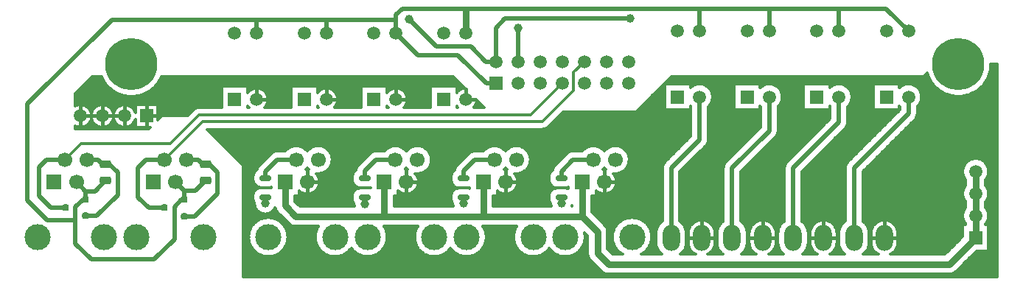
<source format=gbr>
%FSTAX42Y42*%
%MOMM*%
%SFA1B1*%

%IPPOS*%
%AMD12*
4,1,8,0.650240,-0.180340,0.650240,0.180340,0.480060,0.350520,-0.480060,0.350520,-0.650240,0.180340,-0.650240,-0.180340,-0.480060,-0.350520,0.480060,-0.350520,0.650240,-0.180340,0.0*
1,1,0.340000,0.480060,-0.180340*
1,1,0.340000,0.480060,0.180340*
1,1,0.340000,-0.480060,0.180340*
1,1,0.340000,-0.480060,-0.180340*
%
%AMD31*
4,1,8,0.650240,-0.220980,0.650240,0.220980,0.419100,0.449580,-0.419100,0.449580,-0.650240,0.220980,-0.650240,-0.220980,-0.419100,-0.449580,0.419100,-0.449580,0.650240,-0.220980,0.0*
1,1,0.460000,0.419100,-0.220980*
1,1,0.460000,0.419100,0.220980*
1,1,0.460000,-0.419100,0.220980*
1,1,0.460000,-0.419100,-0.220980*
%
%AMD32*
4,1,8,-0.381000,0.190500,-0.381000,-0.190500,-0.190500,-0.381000,0.190500,-0.381000,0.381000,-0.190500,0.381000,0.190500,0.190500,0.381000,-0.190500,0.381000,-0.381000,0.190500,0.0*
1,1,0.380000,-0.190500,0.190500*
1,1,0.380000,-0.190500,-0.190500*
1,1,0.380000,0.190500,-0.190500*
1,1,0.380000,0.190500,0.190500*
%
%ADD10C,0.299999*%
G04~CAMADD=12~8~0.0~0.0~275.6~511.8~66.9~0.0~15~0.0~0.0~0.0~0.0~0~0.0~0.0~0.0~0.0~0~0.0~0.0~0.0~270.0~512.0~276.0*
%ADD12D12*%
%ADD15C,0.499999*%
%ADD16C,0.799998*%
%ADD18C,0.399999*%
%ADD20C,5.999988*%
%ADD21C,1.499997*%
%ADD22R,1.499997X1.499997*%
%ADD23C,1.499997*%
%ADD24R,1.499997X1.499997*%
%ADD25R,1.499997X1.499997*%
%ADD26C,1.699997*%
%ADD27C,2.999994*%
%ADD28R,1.699997X1.699997*%
%ADD29O,1.999996X2.999994*%
%ADD30C,0.999998*%
G04~CAMADD=31~8~0.0~0.0~354.3~511.8~90.6~0.0~15~0.0~0.0~0.0~0.0~0~0.0~0.0~0.0~0.0~0~0.0~0.0~0.0~270.0~512.0~354.0*
%ADD31D31*%
G04~CAMADD=32~8~0.0~0.0~299.2~299.2~74.8~0.0~15~0.0~0.0~0.0~0.0~0~0.0~0.0~0.0~0.0~0~0.0~0.0~0.0~90.0~300.0~300.0*
%ADD32D32*%
%LNpcb_monitoring_top_front-1*%
%LPD*%
G54D10*
X-007702Y-001991D02*
D01*
X-007703Y-001976*
X-007705Y-00196*
X-007707Y-001945*
X-007711Y-001929*
X-007716Y-001915*
X-007722Y-0019*
X-007729Y-001886*
X-007737Y-001872*
X-007745Y-001859*
X-007755Y-001847*
X-007766Y-001835*
X-007777Y-001824*
X-007789Y-001814*
X-007802Y-001805*
X-007815Y-001797*
X-007829Y-001789*
X-007843Y-001783*
X-007858Y-001778*
X-007873Y-001773*
X-007888Y-00177*
X-007904Y-001768*
X-00792Y-001767*
X-007935*
X-007951Y-001768*
X-007967Y-00177*
X-007982Y-001773*
X-007997Y-001778*
X-008012Y-001783*
X-008026Y-001789*
X-00804Y-001797*
X-008053Y-001805*
X-008066Y-001814*
X-008078Y-001824*
X-008089Y-001835*
X-0081Y-001847*
X-00811Y-001859*
X-008118Y-001872*
X-008126Y-001886*
X-008133Y-0019*
X-008139Y-001915*
X-008144Y-001929*
X-008148Y-001945*
X-00815Y-00196*
X-008152Y-001976*
X-008152Y-001991*
X-008152Y-002007*
X-00815Y-002023*
X-008148Y-002038*
X-008144Y-002054*
X-008139Y-002068*
X-008133Y-002083*
X-008126Y-002097*
X-008118Y-002111*
X-00811Y-002124*
X-0081Y-002136*
X-008089Y-002148*
X-008078Y-002159*
X-008066Y-002169*
X-008053Y-002178*
X-00804Y-002186*
X-008026Y-002194*
X-008012Y-0022*
X-007997Y-002205*
X-007982Y-00221*
X-007967Y-002213*
X-007951Y-002215*
X-007935Y-002216*
X-00792*
X-007904Y-002215*
X-007888Y-002213*
X-007873Y-00221*
X-007858Y-002205*
X-007843Y-0022*
X-007829Y-002194*
X-007815Y-002186*
X-007802Y-002178*
X-007789Y-002169*
X-007777Y-002159*
X-007766Y-002148*
X-007755Y-002136*
X-007745Y-002124*
X-007737Y-002111*
X-007729Y-002097*
X-007722Y-002083*
X-007716Y-002068*
X-007711Y-002054*
X-007707Y-002038*
X-007705Y-002023*
X-007703Y-002007*
X-007702Y-001991*
D01*
X-007703Y-001976*
X-007705Y-00196*
X-007707Y-001945*
X-007711Y-001929*
X-007716Y-001915*
X-007722Y-0019*
X-007729Y-001886*
X-007737Y-001872*
X-007745Y-001859*
X-007755Y-001847*
X-007766Y-001835*
X-007777Y-001824*
X-007789Y-001814*
X-007802Y-001805*
X-007815Y-001797*
X-007829Y-001789*
X-007843Y-001783*
X-007858Y-001778*
X-007873Y-001773*
X-007888Y-00177*
X-007904Y-001768*
X-00792Y-001767*
X-007935*
X-007951Y-001768*
X-007967Y-00177*
X-007982Y-001773*
X-007997Y-001778*
X-008012Y-001783*
X-008026Y-001789*
X-00804Y-001797*
X-008053Y-001805*
X-008066Y-001814*
X-008078Y-001824*
X-008089Y-001835*
X-0081Y-001847*
X-00811Y-001859*
X-008118Y-001872*
X-008126Y-001886*
X-008133Y-0019*
X-008139Y-001915*
X-008144Y-001929*
X-008148Y-001945*
X-00815Y-00196*
X-008152Y-001976*
X-008152Y-001991*
X-008152Y-002007*
X-00815Y-002023*
X-008148Y-002038*
X-008144Y-002054*
X-008139Y-002068*
X-008133Y-002083*
X-008126Y-002097*
X-008118Y-002111*
X-00811Y-002124*
X-0081Y-002136*
X-008089Y-002148*
X-008078Y-002159*
X-008066Y-002169*
X-008053Y-002178*
X-00804Y-002186*
X-008026Y-002194*
X-008012Y-0022*
X-007997Y-002205*
X-007982Y-00221*
X-007967Y-002213*
X-007951Y-002215*
X-007935Y-002216*
X-00792*
X-007904Y-002215*
X-007888Y-002213*
X-007873Y-00221*
X-007858Y-002205*
X-007843Y-0022*
X-007829Y-002194*
X-007815Y-002186*
X-007802Y-002178*
X-007789Y-002169*
X-007777Y-002159*
X-007766Y-002148*
X-007755Y-002136*
X-007745Y-002124*
X-007737Y-002111*
X-007729Y-002097*
X-007722Y-002083*
X-007716Y-002068*
X-007711Y-002054*
X-007707Y-002038*
X-007705Y-002023*
X-007703Y-002007*
X-007702Y-001991*
X-007693Y-001835D02*
D01*
X-007688Y-001841*
X-007681Y-001846*
X-007675Y-001851*
X-007668Y-001855*
X-007661Y-001858*
X-007654Y-001861*
X-007646Y-001864*
X-007638Y-001866*
X-00763Y-001868*
X-007622Y-001869*
X-007614Y-001869*
X-007611Y-001869*
X-007693Y-001835D02*
D01*
X-007688Y-001841*
X-007681Y-001846*
X-007675Y-001851*
X-007668Y-001855*
X-007661Y-001858*
X-007654Y-001861*
X-007646Y-001864*
X-007638Y-001866*
X-00763Y-001868*
X-007622Y-001869*
X-007614Y-001869*
X-007611Y-001869*
X-00735D02*
D01*
X-007359Y-001883*
X-007366Y-001897*
X-007372Y-001911*
X-007377Y-001926*
X-007381Y-001941*
X-007384Y-001957*
X-007386Y-001973*
X-007386Y-001988*
X-007386Y-002004*
X-007385Y-00202*
X-007382Y-002035*
X-007379Y-00205*
X-007374Y-002065*
X-007368Y-00208*
X-007362Y-002094*
X-007354Y-002108*
X-007345Y-002121*
X-007336Y-002134*
X-007326Y-002145*
X-007314Y-002156*
X-007303Y-002167*
X-00729Y-002176*
X-007277Y-002185*
X-007263Y-002192*
X-007249Y-002199*
X-007234Y-002204*
X-007219Y-002209*
X-007204Y-002212*
X-007188Y-002215*
X-007173Y-002216*
X-007157Y-002216*
X-007141Y-002216*
X-007126Y-002214*
X-00711Y-002211*
X-007095Y-002206*
X-00708Y-002201*
X-007066Y-002195*
X-007052Y-002188*
X-007038Y-00218*
X-007026Y-002171*
X-007013Y-002161*
X-007002Y-00215*
X-006991Y-002139*
X-006981Y-002126*
X-006974Y-002116*
X-00735Y-001869D02*
D01*
X-007359Y-001883*
X-007366Y-001897*
X-007372Y-001911*
X-007377Y-001926*
X-007381Y-001941*
X-007384Y-001957*
X-007386Y-001973*
X-007386Y-001988*
X-007386Y-002004*
X-007385Y-00202*
X-007382Y-002035*
X-007379Y-00205*
X-007374Y-002065*
X-007368Y-00208*
X-007362Y-002094*
X-007354Y-002108*
X-007345Y-002121*
X-007336Y-002134*
X-007326Y-002145*
X-007314Y-002156*
X-007303Y-002167*
X-00729Y-002176*
X-007277Y-002185*
X-007263Y-002192*
X-007249Y-002199*
X-007234Y-002204*
X-007219Y-002209*
X-007204Y-002212*
X-007188Y-002215*
X-007173Y-002216*
X-007157Y-002216*
X-007141Y-002216*
X-007126Y-002214*
X-00711Y-002211*
X-007095Y-002206*
X-00708Y-002201*
X-007066Y-002195*
X-007052Y-002188*
X-007038Y-00218*
X-007026Y-002171*
X-007013Y-002161*
X-007002Y-00215*
X-006991Y-002139*
X-006981Y-002126*
X-006974Y-002116*
D01*
X-006965Y-002129*
X-006955Y-002141*
X-006944Y-002153*
X-006933Y-002163*
X-00692Y-002173*
X-006907Y-002182*
X-006894Y-00219*
X-00688Y-002197*
X-006865Y-002203*
X-00685Y-002207*
X-006835Y-002211*
X-00682Y-002214*
X-006804Y-002216*
X-006788Y-002216*
X-006773Y-002216*
X-006757Y-002214*
X-006742Y-002212*
X-006726Y-002208*
X-006711Y-002203*
X-006697Y-002197*
X-006683Y-002191*
X-006669Y-002183*
X-006656Y-002174*
X-006644Y-002164*
X-006632Y-002154*
X-006621Y-002143*
X-006611Y-002131*
X-006602Y-002118*
X-006593Y-002105*
X-006586Y-002091*
X-006579Y-002077*
X-006574Y-002062*
X-006569Y-002047*
X-006566Y-002031*
X-006564Y-002016*
X-006563Y-002*
X-006561Y-001991*
X-006974Y-002116D02*
D01*
X-006965Y-002129*
X-006955Y-002141*
X-006944Y-002153*
X-006933Y-002163*
X-00692Y-002173*
X-006907Y-002182*
X-006894Y-00219*
X-00688Y-002197*
X-006865Y-002203*
X-00685Y-002207*
X-006835Y-002211*
X-00682Y-002214*
X-006804Y-002216*
X-006788Y-002216*
X-006773Y-002216*
X-006757Y-002214*
X-006742Y-002212*
X-006726Y-002208*
X-006711Y-002203*
X-006697Y-002197*
X-006683Y-002191*
X-006669Y-002183*
X-006656Y-002174*
X-006644Y-002164*
X-006632Y-002154*
X-006621Y-002143*
X-006611Y-002131*
X-006602Y-002118*
X-006593Y-002105*
X-006586Y-002091*
X-006579Y-002077*
X-006574Y-002062*
X-006569Y-002047*
X-006566Y-002031*
X-006564Y-002016*
X-006563Y-002*
X-006561Y-001991*
D01*
X-006562Y-001976*
X-006564Y-00196*
X-006566Y-001945*
X-00657Y-001929*
X-006575Y-001915*
X-006581Y-0019*
X-006588Y-001886*
X-006596Y-001872*
X-006597Y-001869*
X-006561Y-001991D02*
D01*
X-006562Y-001976*
X-006564Y-00196*
X-006566Y-001945*
X-00657Y-001929*
X-006575Y-001915*
X-006581Y-0019*
X-006588Y-001886*
X-006596Y-001872*
X-006597Y-001869*
X-008101Y-001548D02*
D01*
X-008101Y-001555*
X-008101Y-001561*
X-008099Y-001568*
X-008098Y-001574*
X-008096Y-00158*
X-008093Y-001586*
X-008091Y-001592*
X-008087Y-001598*
X-008086Y-001598*
D01*
X-008086Y-001607*
X-008086Y-001616*
X-008084Y-001625*
X-008082Y-001633*
X-00808Y-001641*
X-008077Y-00165*
X-008073Y-001658*
X-008069Y-001665*
X-008064Y-001673*
X-008059Y-00168*
X-008053Y-001686*
X-008047Y-001692*
X-008041Y-001698*
X-008034Y-001703*
X-008027Y-001708*
X-008019Y-001713*
X-008011Y-001716*
X-008003Y-001719*
X-007995Y-001722*
X-007986Y-001724*
X-007978Y-001726*
X-007969Y-001726*
X-00796Y-001727*
X-007951Y-001726*
X-007943Y-001725*
X-007934Y-001724*
X-007926Y-001721*
X-007917Y-001719*
X-007909Y-001715*
X-007902Y-001711*
X-007894Y-001707*
X-007887Y-001702*
X-00788Y-001696*
X-007874Y-00169*
X-007868Y-001684*
X-007862Y-001677*
X-007857Y-00167*
X-007853Y-001663*
X-007849Y-001655*
X-007847Y-001652*
X-008009Y-001421D02*
D01*
X-008016Y-001422*
X-008022Y-001422*
X-008029Y-001424*
X-008035Y-001425*
X-008041Y-001427*
X-008047Y-00143*
X-008053Y-001432*
X-008059Y-001436*
X-008064Y-001439*
X-008069Y-001443*
X-008074Y-001448*
X-008079Y-001452*
X-008083Y-001457*
X-008087Y-001462*
X-00809Y-001468*
X-008093Y-001474*
X-008096Y-00148*
X-008098Y-001486*
X-0081Y-001492*
X-008101Y-001498*
X-008102Y-001505*
X-008102Y-001511*
X-008101Y-001514*
X-007847Y-001652D02*
D01*
X-007846Y-00166*
X-007843Y-001668*
X-007841Y-001676*
X-007837Y-001683*
X-007834Y-00169*
X-007829Y-001697*
X-007824Y-001703*
X-007819Y-001709*
X-007815Y-001713*
X-007847Y-001652D02*
D01*
X-007846Y-00166*
X-007843Y-001668*
X-007841Y-001676*
X-007837Y-001683*
X-007834Y-00169*
X-007829Y-001697*
X-007824Y-001703*
X-007819Y-001709*
X-007815Y-001713*
X-008058Y-001216D02*
D01*
X-008064Y-00122*
X-008069Y-001224*
X-008074Y-001229*
X-008078Y-001233*
X-008082Y-001238*
X-008086Y-001244*
X-008089Y-001249*
X-008092Y-001255*
X-008095Y-001261*
X-008097Y-001267*
X-008099Y-001273*
X-0081Y-001279*
X-008101Y-001286*
X-008101Y-001292*
X-008101Y-001293*
X-008032Y-001168D02*
D01*
X-008037Y-001174*
X-008042Y-001179*
X-008046Y-001185*
X-008049Y-001191*
X-008053Y-001197*
X-008055Y-001204*
X-008058Y-00121*
X-008058Y-001216*
X-007894Y-001423D02*
D01*
X-007901Y-001422*
X-007907Y-001422*
X-007913Y-001421*
X-007574Y-001459D02*
D01*
X-007567Y-001466*
X-007559Y-001472*
X-007551Y-001477*
X-007542Y-001481*
X-007533Y-001485*
X-007524Y-001489*
X-007515Y-001491*
X-007505Y-001494*
X-007495Y-001495*
X-007486Y-001496*
X-007476Y-001496*
X-007466Y-001495*
X-007456Y-001494*
X-007447Y-001492*
X-007437Y-001489*
X-007428Y-001486*
X-007419Y-001482*
X-007411Y-001477*
X-007402Y-001472*
X-007394Y-001466*
X-007387Y-00146*
X-00738Y-001453*
X-007373Y-001446*
X-007367Y-001438*
X-007362Y-00143*
X-007357Y-001422*
X-007353Y-001413*
X-007349Y-001404*
X-007346Y-001394*
X-007343Y-001385*
X-007342Y-001375*
X-007341Y-001366*
X-00734Y-001356*
X-00734Y-001355*
X-007913Y-001421D02*
D01*
X-007907Y-001421*
X-007901Y-001421*
X-007894Y-001419*
X-008101Y-001329D02*
D01*
X-008101Y-001336*
X-008101Y-001342*
X-008099Y-001349*
X-008098Y-001355*
X-008096Y-001361*
X-008093Y-001367*
X-008091Y-001373*
X-008087Y-001379*
X-008084Y-001384*
X-00808Y-001389*
X-008075Y-001394*
X-008071Y-001399*
X-008066Y-001403*
X-008061Y-001407*
X-008055Y-00141*
X-008049Y-001413*
X-008043Y-001416*
X-008037Y-001418*
X-008031Y-00142*
X-008025Y-001421*
X-008018Y-001422*
X-008012Y-001422*
X-008009Y-001421*
X-007464Y-001216D02*
D01*
X-007474Y-001216*
X-007484Y-001216*
X-007494Y-001216*
X-007496Y-001216*
X-008032Y-001168D02*
D01*
X-008037Y-001174*
X-008042Y-001179*
X-008046Y-001185*
X-008049Y-001191*
X-008053Y-001197*
X-008055Y-001204*
X-008058Y-00121*
X-008058Y-001216*
X-007496D02*
D01*
X-007489Y-001208*
X-007482Y-0012*
X-00748Y-001199*
D01*
X-007473Y-001208*
X-007466Y-001216*
X-007464Y-001216*
X-006961Y-001554D02*
D01*
X-006961Y-001561*
X-006961Y-001567*
X-006959Y-001574*
X-006958Y-00158*
X-006956Y-001586*
X-006953Y-001592*
X-006951Y-001598*
X-006947Y-001604*
X-006944Y-001609*
X-006941Y-00161*
D01*
X-006941Y-001619*
X-00694Y-001628*
X-006938Y-001636*
X-006937Y-001639*
X-006869Y-001426D02*
D01*
X-006876Y-001427*
X-006882Y-001427*
X-006889Y-001429*
X-006895Y-00143*
X-006901Y-001432*
X-006907Y-001435*
X-006913Y-001437*
X-006919Y-001441*
X-006924Y-001444*
X-006929Y-001448*
X-006934Y-001453*
X-006939Y-001457*
X-006943Y-001462*
X-006947Y-001467*
X-00695Y-001473*
X-006953Y-001479*
X-006956Y-001485*
X-006958Y-001491*
X-00696Y-001497*
X-006961Y-001503*
X-006962Y-00151*
X-006962Y-001516*
X-006961Y-001518*
X-00734Y-001355D02*
D01*
X-007341Y-001346*
X-007342Y-001336*
X-007344Y-001326*
X-007346Y-001317*
X-007349Y-001308*
X-007353Y-001299*
X-007357Y-00129*
X-007362Y-001281*
X-007367Y-001273*
X-007373Y-001266*
X-007378Y-00126*
D01*
X-007367Y-001262*
X-007356Y-001262*
X-007345Y-001262*
X-007334Y-001261*
X-007323Y-00126*
X-007312Y-001257*
X-007301Y-001254*
X-007291Y-00125*
X-007281Y-001245*
X-007271Y-00124*
X-007262Y-001234*
X-007253Y-001227*
X-007244Y-001219*
X-007236Y-001212*
X-007229Y-001203*
X-007222Y-001194*
X-007216Y-001185*
X-007211Y-001175*
X-007206Y-001165*
X-007202Y-001155*
X-007199Y-001144*
X-007196Y-001133*
X-007195Y-001122*
X-007194Y-001111*
X-007193Y-001101*
X-00692Y-001222D02*
D01*
X-006926Y-001226*
X-006931Y-00123*
X-006935Y-001235*
X-00694Y-00124*
X-006944Y-001245*
X-006947Y-00125*
X-006951Y-001256*
X-006953Y-001262*
X-006956Y-001268*
X-006958Y-001274*
X-006959Y-00128*
X-006961Y-001287*
X-006961Y-001293*
X-006961Y-001298*
Y-001334D02*
D01*
X-006961Y-001341*
X-006961Y-001347*
X-006959Y-001354*
X-006958Y-00136*
X-006956Y-001366*
X-006953Y-001372*
X-006951Y-001378*
X-006947Y-001384*
X-006944Y-001389*
X-00694Y-001394*
X-006935Y-001399*
X-006931Y-001404*
X-006926Y-001408*
X-006921Y-001412*
X-006915Y-001415*
X-006909Y-001418*
X-006903Y-001421*
X-006897Y-001423*
X-006891Y-001425*
X-006885Y-001426*
X-006878Y-001427*
X-006872Y-001427*
X-006869Y-001426*
X-006754Y-001428D02*
D01*
X-006761Y-001427*
X-006767Y-001427*
X-006773Y-001426*
D01*
X-006767Y-001426*
X-006761Y-001426*
X-006754Y-001424*
X-006892Y-001163D02*
D01*
X-006897Y-001169*
X-006902Y-001174*
X-006906Y-00118*
X-006909Y-001186*
X-006913Y-001192*
X-006915Y-001199*
X-006918Y-001205*
X-006919Y-001212*
X-006921Y-001219*
X-00692Y-001222*
X-006892Y-001163D02*
D01*
X-006897Y-001169*
X-006902Y-001174*
X-006906Y-00118*
X-006909Y-001186*
X-006913Y-001192*
X-006915Y-001199*
X-006918Y-001205*
X-006919Y-001212*
X-006921Y-001219*
X-00692Y-001222*
X-006356Y-001216D02*
D01*
X-006349Y-001208*
X-006342Y-0012*
X-00634Y-001199*
X-006324Y-001216D02*
D01*
X-006334Y-001216*
X-006344Y-001216*
X-006354Y-001216*
X-006356Y-001216*
X-00634Y-001199D02*
D01*
X-006333Y-001208*
X-006326Y-001216*
X-006324Y-001216*
X-005835Y-002117D02*
D01*
X-005826Y-00213*
X-005816Y-002142*
X-005805Y-002153*
X-005793Y-002164*
X-005781Y-002173*
X-005768Y-002182*
X-005754Y-00219*
X-00574Y-002197*
X-005725Y-002203*
X-00571Y-002207*
X-005695Y-002211*
X-00568Y-002214*
X-005664Y-002215*
X-005648Y-002216*
X-005633Y-002215*
X-005617Y-002213*
X-005601Y-002211*
X-005586Y-002207*
X-005571Y-002202*
X-005557Y-002196*
X-005543Y-002189*
X-005529Y-002181*
X-005516Y-002172*
X-005504Y-002162*
X-005492Y-002152*
X-005481Y-00214*
X-005471Y-002128*
X-005462Y-002115*
X-005454Y-002102*
X-005447Y-002088*
X-00544Y-002074*
X-005435Y-002059*
X-005431Y-002044*
X-005427Y-002028*
X-005425Y-002013*
X-005424Y-001997*
X-005424Y-001991*
X-00621Y-001869D02*
D01*
X-006219Y-001883*
X-006226Y-001897*
X-006232Y-001911*
X-006237Y-001926*
X-006241Y-001941*
X-006244Y-001957*
X-006246Y-001973*
X-006246Y-001988*
X-006246Y-002004*
X-006245Y-00202*
X-006242Y-002035*
X-006239Y-00205*
X-006234Y-002065*
X-006228Y-00208*
X-006222Y-002094*
X-006214Y-002108*
X-006205Y-002121*
X-006196Y-002134*
X-006186Y-002145*
X-006174Y-002156*
X-006163Y-002167*
X-00615Y-002176*
X-006137Y-002185*
X-006123Y-002192*
X-006109Y-002199*
X-006094Y-002204*
X-006079Y-002209*
X-006064Y-002212*
X-006048Y-002215*
X-006033Y-002216*
X-006017Y-002216*
X-006001Y-002216*
X-005986Y-002214*
X-00597Y-002211*
X-005955Y-002206*
X-00594Y-002201*
X-005926Y-002195*
X-005912Y-002188*
X-005898Y-00218*
X-005886Y-002171*
X-005873Y-002161*
X-005862Y-00215*
X-005851Y-002139*
X-005841Y-002126*
X-005835Y-002117*
X-00621Y-001869D02*
D01*
X-006219Y-001883*
X-006226Y-001897*
X-006232Y-001911*
X-006237Y-001926*
X-006241Y-001941*
X-006244Y-001957*
X-006246Y-001973*
X-006246Y-001988*
X-006246Y-002004*
X-006245Y-00202*
X-006242Y-002035*
X-006239Y-00205*
X-006234Y-002065*
X-006228Y-00208*
X-006222Y-002094*
X-006214Y-002108*
X-006205Y-002121*
X-006196Y-002134*
X-006186Y-002145*
X-006174Y-002156*
X-006163Y-002167*
X-00615Y-002176*
X-006137Y-002185*
X-006123Y-002192*
X-006109Y-002199*
X-006094Y-002204*
X-006079Y-002209*
X-006064Y-002212*
X-006048Y-002215*
X-006033Y-002216*
X-006017Y-002216*
X-006001Y-002216*
X-005986Y-002214*
X-00597Y-002211*
X-005955Y-002206*
X-00594Y-002201*
X-005926Y-002195*
X-005912Y-002188*
X-005898Y-00218*
X-005886Y-002171*
X-005873Y-002161*
X-005862Y-00215*
X-005851Y-002139*
X-005841Y-002126*
X-005835Y-002117*
D01*
X-005826Y-00213*
X-005816Y-002142*
X-005805Y-002153*
X-005793Y-002164*
X-005781Y-002173*
X-005768Y-002182*
X-005754Y-00219*
X-00574Y-002197*
X-005725Y-002203*
X-00571Y-002207*
X-005695Y-002211*
X-00568Y-002214*
X-005664Y-002215*
X-005648Y-002216*
X-005633Y-002215*
X-005617Y-002213*
X-005601Y-002211*
X-005586Y-002207*
X-005571Y-002202*
X-005557Y-002196*
X-005543Y-002189*
X-005529Y-002181*
X-005516Y-002172*
X-005504Y-002162*
X-005492Y-002152*
X-005481Y-00214*
X-005471Y-002128*
X-005462Y-002115*
X-005454Y-002102*
X-005447Y-002088*
X-00544Y-002074*
X-005435Y-002059*
X-005431Y-002044*
X-005427Y-002028*
X-005425Y-002013*
X-005424Y-001997*
X-005424Y-001991*
D01*
X-005425Y-001976*
X-005427Y-00196*
X-005429Y-001945*
X-005433Y-001929*
X-005438Y-001915*
X-005444Y-0019*
X-005451Y-001886*
X-005459Y-001872*
X-005461Y-001869*
X-005424Y-001991D02*
D01*
X-005425Y-001976*
X-005427Y-00196*
X-005429Y-001945*
X-005433Y-001929*
X-005438Y-001915*
X-005444Y-0019*
X-005451Y-001886*
X-005459Y-001872*
X-005461Y-001869*
X-004699Y-002119D02*
D01*
X-004689Y-002132*
X-004679Y-002144*
X-004668Y-002155*
X-004656Y-002165*
X-004643Y-002175*
X-00463Y-002184*
X-004616Y-002191*
X-004602Y-002198*
X-004587Y-002204*
X-004572Y-002208*
X-004557Y-002212*
X-004541Y-002214*
X-004526Y-002216*
X-00451Y-002216*
X-004494Y-002215*
X-004479Y-002213*
X-004463Y-00221*
X-004448Y-002206*
X-004433Y-002201*
X-004419Y-002195*
X-004405Y-002188*
X-004391Y-00218*
X-004378Y-002171*
X-004366Y-002161*
X-004354Y-00215*
X-004344Y-002139*
X-004334Y-002127*
X-004325Y-002114*
X-004316Y-0021*
X-004309Y-002086*
X-004303Y-002072*
X-004298Y-002057*
X-004294Y-002042*
X-004291Y-002026*
X-004289Y-002011*
X-004288Y-001995*
X-004289Y-001991*
X-005072Y-001869D02*
D01*
X-005081Y-001883*
X-005088Y-001897*
X-005094Y-001911*
X-005099Y-001926*
X-005103Y-001941*
X-005106Y-001957*
X-005108Y-001973*
X-005108Y-001988*
X-005108Y-002004*
X-005107Y-00202*
X-005104Y-002035*
X-005101Y-00205*
X-005096Y-002065*
X-00509Y-00208*
X-005084Y-002094*
X-005076Y-002108*
X-005067Y-002121*
X-005058Y-002134*
X-005048Y-002145*
X-005036Y-002156*
X-005025Y-002167*
X-005012Y-002176*
X-004999Y-002185*
X-004985Y-002192*
X-004971Y-002199*
X-004956Y-002204*
X-004941Y-002209*
X-004926Y-002212*
X-00491Y-002215*
X-004895Y-002216*
X-004879Y-002216*
X-004863Y-002216*
X-004848Y-002214*
X-004832Y-002211*
X-004817Y-002206*
X-004802Y-002201*
X-004788Y-002195*
X-004774Y-002188*
X-00476Y-00218*
X-004748Y-002171*
X-004735Y-002161*
X-004724Y-00215*
X-004713Y-002139*
X-004703Y-002126*
X-004699Y-002119*
X-005072Y-001869D02*
D01*
X-005081Y-001883*
X-005088Y-001897*
X-005094Y-001911*
X-005099Y-001926*
X-005103Y-001941*
X-005106Y-001957*
X-005108Y-001973*
X-005108Y-001988*
X-005108Y-002004*
X-005107Y-00202*
X-005104Y-002035*
X-005101Y-00205*
X-005096Y-002065*
X-00509Y-00208*
X-005084Y-002094*
X-005076Y-002108*
X-005067Y-002121*
X-005058Y-002134*
X-005048Y-002145*
X-005036Y-002156*
X-005025Y-002167*
X-005012Y-002176*
X-004999Y-002185*
X-004985Y-002192*
X-004971Y-002199*
X-004956Y-002204*
X-004941Y-002209*
X-004926Y-002212*
X-00491Y-002215*
X-004895Y-002216*
X-004879Y-002216*
X-004863Y-002216*
X-004848Y-002214*
X-004832Y-002211*
X-004817Y-002206*
X-004802Y-002201*
X-004788Y-002195*
X-004774Y-002188*
X-00476Y-00218*
X-004748Y-002171*
X-004735Y-002161*
X-004724Y-00215*
X-004713Y-002139*
X-004703Y-002126*
X-004699Y-002119*
D01*
X-004689Y-002132*
X-004679Y-002144*
X-004668Y-002155*
X-004656Y-002165*
X-004643Y-002175*
X-00463Y-002184*
X-004616Y-002191*
X-004602Y-002198*
X-004587Y-002204*
X-004572Y-002208*
X-004557Y-002212*
X-004541Y-002214*
X-004526Y-002216*
X-00451Y-002216*
X-004494Y-002215*
X-004479Y-002213*
X-004463Y-00221*
X-004448Y-002206*
X-004433Y-002201*
X-004419Y-002195*
X-004405Y-002188*
X-004391Y-00218*
X-004378Y-002171*
X-004366Y-002161*
X-004354Y-00215*
X-004344Y-002139*
X-004334Y-002127*
X-004325Y-002114*
X-004316Y-0021*
X-004309Y-002086*
X-004303Y-002072*
X-004298Y-002057*
X-004294Y-002042*
X-004291Y-002026*
X-004289Y-002011*
X-004288Y-001995*
X-004289Y-001991*
D01*
X-00429Y-001976*
X-004292Y-00196*
X-004294Y-001945*
X-004294Y-001944*
X-004289Y-001991D02*
D01*
X-00429Y-001976*
X-004292Y-00196*
X-004294Y-001945*
X-004294Y-001944*
X-004259Y-002176D02*
D01*
X-004259Y-002185*
X-004258Y-002193*
X-004257Y-0022*
X-004255Y-002208*
X-004253Y-002216*
X-00425Y-002223*
X-004246Y-00223*
X-004242Y-002237*
X-004238Y-002244*
X-004233Y-00225*
X-004227Y-002256*
X-004225Y-002258*
X-004259Y-002176D02*
D01*
X-004259Y-002185*
X-004258Y-002193*
X-004257Y-0022*
X-004255Y-002208*
X-004253Y-002216*
X-00425Y-002223*
X-004246Y-00223*
X-004242Y-002237*
X-004238Y-002244*
X-004233Y-00225*
X-004227Y-002256*
X-004225Y-002258*
X-006434Y-001459D02*
D01*
X-006427Y-001466*
X-006419Y-001472*
X-006411Y-001477*
X-006402Y-001481*
X-006393Y-001485*
X-006384Y-001489*
X-006375Y-001491*
X-006365Y-001494*
X-006355Y-001495*
X-006346Y-001496*
X-006336Y-001496*
X-006326Y-001495*
X-006316Y-001494*
X-006307Y-001492*
X-006297Y-001489*
X-006288Y-001486*
X-006279Y-001482*
X-006271Y-001477*
X-006262Y-001472*
X-006254Y-001466*
X-006247Y-00146*
X-00624Y-001453*
X-006233Y-001446*
X-006227Y-001438*
X-006222Y-00143*
X-006217Y-001422*
X-006213Y-001413*
X-006209Y-001404*
X-006206Y-001394*
X-006203Y-001385*
X-006202Y-001375*
X-006201Y-001366*
X-0062Y-001356*
X-0062Y-001355*
X-005809Y-001607D02*
D01*
X-005809Y-001616*
X-005808Y-001625*
X-005806Y-001633*
X-005804Y-001639*
X-005826Y-001554D02*
D01*
X-005826Y-001561*
X-005826Y-001567*
X-005824Y-001574*
X-005823Y-00158*
X-005821Y-001586*
X-005818Y-001592*
X-005816Y-001598*
X-005812Y-001604*
X-005809Y-001607*
X-005734Y-001426D02*
D01*
X-005741Y-001427*
X-005747Y-001427*
X-005754Y-001429*
X-00576Y-00143*
X-005766Y-001432*
X-005772Y-001435*
X-005778Y-001437*
X-005784Y-001441*
X-005789Y-001444*
X-005794Y-001448*
X-005799Y-001453*
X-005804Y-001457*
X-005808Y-001462*
X-005812Y-001467*
X-005815Y-001473*
X-005818Y-001479*
X-005821Y-001485*
X-005823Y-001491*
X-005825Y-001497*
X-005826Y-001503*
X-005827Y-00151*
X-005827Y-001516*
X-005826Y-001518*
X-0062Y-001355D02*
D01*
X-006201Y-001346*
X-006202Y-001336*
X-006204Y-001326*
X-006206Y-001317*
X-006209Y-001308*
X-006213Y-001299*
X-006217Y-00129*
X-006222Y-001281*
X-006227Y-001273*
X-006233Y-001266*
X-006238Y-00126*
D01*
X-006227Y-001262*
X-006216Y-001262*
X-006205Y-001262*
X-006194Y-001261*
X-006183Y-00126*
X-006172Y-001257*
X-006161Y-001254*
X-006151Y-00125*
X-006141Y-001245*
X-006131Y-00124*
X-006122Y-001234*
X-006113Y-001227*
X-006104Y-001219*
X-006096Y-001212*
X-006089Y-001203*
X-006082Y-001194*
X-006076Y-001185*
X-006071Y-001175*
X-006066Y-001165*
X-006062Y-001155*
X-006059Y-001144*
X-006056Y-001133*
X-006055Y-001122*
X-006054Y-001111*
X-006053Y-001101*
X-005785Y-001222D02*
D01*
X-005791Y-001226*
X-005796Y-00123*
X-0058Y-001235*
X-005805Y-00124*
X-005809Y-001245*
X-005812Y-00125*
X-005816Y-001256*
X-005818Y-001262*
X-005821Y-001268*
X-005823Y-001274*
X-005824Y-00128*
X-005826Y-001287*
X-005826Y-001293*
X-005826Y-001298*
X-005296Y-001459D02*
D01*
X-005289Y-001466*
X-005281Y-001472*
X-005273Y-001477*
X-005264Y-001481*
X-005255Y-001485*
X-005246Y-001489*
X-005237Y-001491*
X-005227Y-001494*
X-005217Y-001495*
X-005208Y-001496*
X-005198Y-001496*
X-005188Y-001495*
X-005178Y-001494*
X-005169Y-001492*
X-005159Y-001489*
X-00515Y-001486*
X-005141Y-001482*
X-005133Y-001477*
X-005124Y-001472*
X-005116Y-001466*
X-005109Y-00146*
X-005102Y-001453*
X-005095Y-001446*
X-005089Y-001438*
X-005084Y-00143*
X-005079Y-001422*
X-005075Y-001413*
X-005071Y-001404*
X-005068Y-001394*
X-005065Y-001385*
X-005064Y-001375*
X-005063Y-001366*
X-005062Y-001356*
X-005062Y-001355*
X-005638Y-001426D02*
D01*
X-005632Y-001426*
X-005626Y-001426*
X-005619Y-001424*
X-005616Y-001423*
Y-001429D02*
D01*
X-005623Y-001428*
X-005629Y-001427*
X-005636Y-001427*
X-005638Y-001426*
X-005757Y-001163D02*
D01*
X-005762Y-001169*
X-005767Y-001174*
X-005771Y-00118*
X-005774Y-001186*
X-005777Y-001192*
X-00578Y-001199*
X-005783Y-001205*
X-005784Y-001212*
X-005786Y-001219*
X-005785Y-001222*
X-005826Y-001334D02*
D01*
X-005826Y-001341*
X-005826Y-001347*
X-005824Y-001354*
X-005823Y-00136*
X-005821Y-001366*
X-005818Y-001372*
X-005816Y-001378*
X-005812Y-001384*
X-005809Y-001389*
X-005805Y-001394*
X-0058Y-001399*
X-005796Y-001404*
X-005791Y-001408*
X-005786Y-001412*
X-00578Y-001415*
X-005774Y-001418*
X-005768Y-001421*
X-005762Y-001423*
X-005756Y-001425*
X-00575Y-001426*
X-005743Y-001427*
X-005737Y-001427*
X-005734Y-001426*
X-005757Y-001163D02*
D01*
X-005762Y-001169*
X-005767Y-001174*
X-005771Y-00118*
X-005774Y-001186*
X-005777Y-001192*
X-00578Y-001199*
X-005783Y-001205*
X-005784Y-001212*
X-005786Y-001219*
X-005785Y-001222*
X-005187Y-001216D02*
D01*
X-005197Y-001216*
X-005207Y-001216*
X-005217Y-001216*
X-005218Y-001216*
D01*
X-005211Y-001208*
X-005204Y-0012*
X-005202Y-001199*
X-00444Y-001639D02*
D01*
X-004438Y-001631*
X-004437Y-001626*
X-004701Y-001554D02*
D01*
X-004701Y-001561*
X-004701Y-001567*
X-004699Y-001574*
X-004698Y-00158*
X-004696Y-001586*
X-004693Y-001592*
X-004691Y-001598*
X-004687Y-001604*
X-004684Y-001607*
D01*
X-004684Y-001616*
X-004682Y-001625*
X-004681Y-001633*
X-004678Y-001639*
X-004609Y-001426D02*
D01*
X-004616Y-001427*
X-004622Y-001427*
X-004629Y-001429*
X-004635Y-00143*
X-004641Y-001432*
X-004647Y-001435*
X-004653Y-001437*
X-004659Y-001441*
X-004664Y-001444*
X-004669Y-001448*
X-004674Y-001453*
X-004679Y-001457*
X-004683Y-001462*
X-004687Y-001467*
X-00469Y-001473*
X-004693Y-001479*
X-004696Y-001485*
X-004698Y-001491*
X-0047Y-001497*
X-004701Y-001503*
X-004702Y-00151*
X-004702Y-001516*
X-004701Y-001518*
X-005062Y-001355D02*
D01*
X-005063Y-001346*
X-005064Y-001336*
X-005066Y-001326*
X-005068Y-001317*
X-005071Y-001308*
X-005075Y-001299*
X-005079Y-00129*
X-005084Y-001281*
X-005089Y-001273*
X-005095Y-001266*
X-005101Y-00126*
X-005202Y-001199D02*
D01*
X-005195Y-001208*
X-005188Y-001216*
X-005187Y-001216*
X-005101Y-00126D02*
D01*
X-00509Y-001262*
X-005079Y-001262*
X-005068Y-001262*
X-005057Y-001261*
X-005046Y-00126*
X-005035Y-001257*
X-005024Y-001254*
X-005014Y-00125*
X-005004Y-001245*
X-004994Y-00124*
X-004985Y-001234*
X-004976Y-001227*
X-004967Y-001219*
X-004959Y-001212*
X-004952Y-001203*
X-004945Y-001194*
X-004939Y-001185*
X-004934Y-001175*
X-004929Y-001165*
X-004925Y-001155*
X-004922Y-001144*
X-004919Y-001133*
X-004918Y-001122*
X-004917Y-001111*
X-004916Y-001101*
X-004514Y-001426D02*
D01*
X-004508Y-001426*
X-004502Y-001426*
X-004495Y-001424*
X-004489Y-001423*
X-004483Y-001421*
X-004482Y-00142*
Y-001432D02*
D01*
X-004489Y-00143*
X-004495Y-001429*
X-004501Y-001428*
X-004508Y-001427*
X-004514Y-001427*
X-004514Y-001426*
X-00466Y-001222D02*
D01*
X-004666Y-001226*
X-004671Y-00123*
X-004675Y-001235*
X-00468Y-00124*
X-004684Y-001245*
X-004687Y-00125*
X-004691Y-001255*
X-004694Y-001261*
X-004696Y-001267*
X-004698Y-001273*
X-0047Y-00128*
X-004701Y-001286*
X-004702Y-001292*
X-004701Y-001298*
Y-001334D02*
D01*
X-004701Y-001341*
X-004701Y-001347*
X-004699Y-001354*
X-004698Y-00136*
X-004696Y-001366*
X-004693Y-001372*
X-004691Y-001378*
X-004687Y-001384*
X-004684Y-001389*
X-00468Y-001394*
X-004675Y-001399*
X-004671Y-001404*
X-004666Y-001408*
X-004661Y-001412*
X-004655Y-001415*
X-004649Y-001418*
X-004643Y-001421*
X-004637Y-001423*
X-004631Y-001425*
X-004625Y-001426*
X-004618Y-001427*
X-004612Y-001427*
X-004609Y-001426*
X-004161Y-001459D02*
D01*
X-004154Y-001466*
X-004146Y-001472*
X-004138Y-001477*
X-004129Y-001481*
X-00412Y-001485*
X-004111Y-001489*
X-004102Y-001491*
X-004092Y-001494*
X-004082Y-001495*
X-004073Y-001496*
X-004063Y-001496*
X-004053Y-001495*
X-004043Y-001494*
X-004034Y-001492*
X-004024Y-001489*
X-004015Y-001486*
X-004006Y-001482*
X-003998Y-001477*
X-003989Y-001472*
X-003981Y-001466*
X-003974Y-00146*
X-003967Y-001453*
X-00396Y-001446*
X-003954Y-001438*
X-003949Y-00143*
X-003944Y-001422*
X-00394Y-001413*
X-003936Y-001404*
X-003933Y-001394*
X-00393Y-001385*
X-003929Y-001375*
X-003928Y-001366*
X-003927Y-001356*
X-003927Y-001355*
X-004632Y-001165D02*
D01*
X-004637Y-001171*
X-004642Y-001176*
X-004646Y-001182*
X-004649Y-001188*
X-004653Y-001194*
X-004655Y-001201*
X-004658Y-001207*
X-004659Y-001214*
X-004661Y-001221*
X-00466Y-001222*
X-004632Y-001165D02*
D01*
X-004637Y-001171*
X-004642Y-001176*
X-004646Y-001182*
X-004649Y-001188*
X-004653Y-001194*
X-004655Y-001201*
X-004658Y-001207*
X-004659Y-001214*
X-004661Y-001221*
X-00466Y-001222*
X-010149Y-000713D02*
D01*
X-010141Y-000718*
X-010133Y-000721*
X-010124Y-000724*
X-010116Y-000726*
X-010107Y-000728*
X-010098Y-000729*
X-010089Y-00073*
X-01008Y-00073*
X-01007Y-000729*
X-010061Y-000727*
X-010053Y-000725*
X-010044Y-000723*
X-010035Y-000719*
X-010027Y-000715*
X-010019Y-000711*
X-010012Y-000706*
X-010004Y-000701*
X-009998Y-000695*
X-009991Y-000688*
X-009985Y-000681*
X-00998Y-000674*
X-009975Y-000666*
X-00997Y-000658*
X-009967Y-00065*
X-009963Y-000642*
X-009961Y-000633*
X-009959Y-000627*
D01*
X-009957Y-000636*
X-009954Y-000645*
X-009951Y-000653*
X-009947Y-000661*
X-009942Y-000669*
X-009937Y-000677*
X-009931Y-000684*
X-009925Y-000691*
X-009919Y-000697*
X-009912Y-000703*
X-009904Y-000708*
X-009897Y-000713*
X-009889Y-000717*
X-00988Y-00072*
X-009872Y-000723*
X-009863Y-000726*
X-009854Y-000728*
X-009845Y-000729*
X-009836Y-00073*
X-009827Y-000729*
X-009818Y-000729*
X-009809Y-000727*
X-0098Y-000725*
X-009791Y-000723*
X-009783Y-00072*
X-009775Y-000716*
X-009767Y-000712*
X-009759Y-000707*
X-009752Y-000701*
X-009745Y-000695*
X-009738Y-000689*
X-009732Y-000682*
X-009727Y-000675*
X-009722Y-000668*
X-009717Y-00066*
X-009713Y-000651*
X-00971Y-000643*
X-009707Y-000634*
X-009705Y-000627*
D01*
X-009703Y-000636*
X-0097Y-000645*
X-009697Y-000653*
X-009693Y-000661*
X-009688Y-000669*
X-009683Y-000677*
X-009677Y-000684*
X-009671Y-000691*
X-009665Y-000697*
X-009658Y-000703*
X-00965Y-000708*
X-009643Y-000713*
X-009635Y-000717*
X-009626Y-00072*
X-009618Y-000723*
X-009609Y-000726*
X-0096Y-000728*
X-009591Y-000729*
X-009582Y-00073*
X-009573Y-000729*
X-009564Y-000729*
X-009555Y-000727*
X-009546Y-000725*
X-009537Y-000723*
X-009529Y-00072*
X-009521Y-000716*
X-009513Y-000712*
X-009505Y-000707*
X-009498Y-000701*
X-009491Y-000695*
X-009484Y-000689*
X-009478Y-000682*
X-009473Y-000675*
X-009468Y-000668*
X-009463Y-00066*
X-009459Y-000651*
X-009456Y-000643*
X-009454Y-000638*
X-007824Y-001001D02*
D01*
X-007831Y-001002*
X-007838Y-001002*
X-007845Y-001004*
X-007852Y-001005*
X-007859Y-001008*
X-007865Y-00101*
X-007871Y-001013*
X-007877Y-001017*
X-007883Y-001021*
X-007889Y-001025*
X-007894Y-00103*
X-007895Y-001031*
X-007824Y-001001D02*
D01*
X-007831Y-001002*
X-007838Y-001002*
X-007845Y-001004*
X-007852Y-001005*
X-007859Y-001008*
X-007865Y-00101*
X-007871Y-001013*
X-007877Y-001017*
X-007883Y-001021*
X-007889Y-001025*
X-007894Y-00103*
X-007895Y-001031*
X-00748Y-001004D02*
D01*
X-007488Y-000996*
X-007495Y-000988*
X-007503Y-00098*
X-007512Y-000973*
X-007521Y-000967*
X-007531Y-000961*
X-007541Y-000956*
X-007551Y-000952*
X-007562Y-000948*
X-007573Y-000946*
X-007584Y-000944*
X-007595Y-000942*
X-007606Y-000942*
X-007617Y-000942*
X-007628Y-000943*
X-007639Y-000945*
X-00765Y-000947*
X-007661Y-000951*
X-007671Y-000955*
X-007681Y-00096*
X-007691Y-000965*
X-0077Y-000971*
X-007709Y-000978*
X-007717Y-000985*
X-007725Y-000993*
X-007732Y-001001*
X-008719Y-000499D02*
D01*
X-008726Y-0005*
X-008732Y-0005*
X-008738Y-000501*
X-008744Y-000503*
X-00875Y-000505*
X-008756Y-000507*
X-008762Y-00051*
X-008767Y-000513*
X-008772Y-000517*
X-008777Y-000521*
X-008782Y-000525*
X-008783Y-000525*
X-008719Y-000499D02*
D01*
X-008726Y-0005*
X-008732Y-0005*
X-008738Y-000501*
X-008744Y-000503*
X-00875Y-000505*
X-008756Y-000507*
X-008762Y-00051*
X-008767Y-000513*
X-008772Y-000517*
X-008777Y-000521*
X-008782Y-000525*
X-008783Y-000525*
X-008163Y-000485D02*
D01*
X-008158Y-000493*
X-008152Y-000499*
X-008151Y-000499*
X-009959Y-000571D02*
D01*
X-009962Y-000563*
X-009965Y-000554*
X-009968Y-000546*
X-009972Y-000538*
X-009977Y-00053*
X-009982Y-000522*
X-009988Y-000515*
X-009994Y-000508*
X-01Y-000502*
X-010007Y-000496*
X-010015Y-000491*
X-010022Y-000486*
X-01003Y-000482*
X-010039Y-000479*
X-010047Y-000476*
X-010056Y-000473*
X-010065Y-000471*
X-010074Y-00047*
X-010083Y-000469*
X-010092Y-00047*
X-010101Y-00047*
X-01011Y-000472*
X-010119Y-000474*
X-010128Y-000476*
X-010136Y-000479*
X-010144Y-000483*
X-010149Y-000485*
X-009705Y-000571D02*
D01*
X-009708Y-000563*
X-009711Y-000554*
X-009714Y-000546*
X-009718Y-000538*
X-009723Y-00053*
X-009728Y-000522*
X-009734Y-000515*
X-00974Y-000508*
X-009746Y-000502*
X-009753Y-000496*
X-009761Y-000491*
X-009768Y-000486*
X-009776Y-000482*
X-009785Y-000479*
X-009793Y-000476*
X-009802Y-000473*
X-009811Y-000471*
X-00982Y-00047*
X-009829Y-000469*
X-009838Y-00047*
X-009847Y-00047*
X-009856Y-000472*
X-009865Y-000474*
X-009874Y-000476*
X-009882Y-000479*
X-00989Y-000483*
X-009898Y-000487*
X-009906Y-000492*
X-009913Y-000498*
X-00992Y-000504*
X-009927Y-00051*
X-009933Y-000517*
X-009938Y-000524*
X-009943Y-000531*
X-009948Y-000539*
X-009952Y-000548*
X-009955Y-000556*
X-009958Y-000565*
X-009959Y-000571*
X-009454Y-00056D02*
D01*
X-009458Y-000552*
X-009461Y-000544*
X-009465Y-000536*
X-00947Y-000528*
X-009475Y-00052*
X-009481Y-000513*
X-009487Y-000507*
X-009494Y-000501*
X-009501Y-000495*
X-009509Y-00049*
X-009516Y-000485*
X-009525Y-000481*
X-009533Y-000478*
X-009541Y-000475*
X-00955Y-000473*
X-009559Y-000471*
X-009568Y-00047*
X-009577Y-00047*
X-009586Y-00047*
X-009595Y-000471*
X-009604Y-000472*
X-009613Y-000474*
X-009622Y-000477*
X-00963Y-00048*
X-009638Y-000484*
X-009646Y-000489*
X-009654Y-000494*
X-009661Y-000499*
X-009668Y-000505*
X-009674Y-000512*
X-00968Y-000519*
X-009686Y-000526*
X-00969Y-000533*
X-009695Y-000541*
X-009699Y-00055*
X-009702Y-000558*
X-009704Y-000567*
X-009705Y-000571*
X-009843Y-000149D02*
D01*
X-009832Y-000173*
X-009819Y-000196*
X-009805Y-000218*
X-009789Y-000239*
X-009771Y-000258*
X-009753Y-000276*
X-009733Y-000293*
X-009712Y-000309*
X-00969Y-000323*
X-009667Y-000336*
X-009643Y-000346*
X-009618Y-000356*
X-009593Y-000363*
X-009568Y-000369*
X-009542Y-000372*
X-009515Y-000374*
X-009489Y-000375*
X-009463Y-000373*
X-009437Y-00037*
X-009412Y-000364*
X-009386Y-000357*
X-009362Y-000349*
X-009338Y-000338*
X-009314Y-000326*
X-009292Y-000312*
X-009271Y-000297*
X-009251Y-00028*
X-009232Y-000262*
X-009214Y-000243*
X-009198Y-000222*
X-009183Y-000201*
X-00917Y-000178*
X-009158Y-000155*
X-009155Y-000149*
X-007967Y-000499D02*
D01*
X-007961Y-000493*
X-007956Y-000486*
X-00795Y-000478*
X-007946Y-000471*
X-007942Y-000462*
X-007938Y-000454*
X-007935Y-000446*
X-007933Y-000437*
X-007931Y-000428*
X-00793Y-000419*
X-007929Y-00041*
X-007929Y-000407*
D01*
X-00793Y-000398*
X-007931Y-000389*
X-007932Y-00038*
X-007935Y-000372*
X-007937Y-000363*
X-007941Y-000355*
X-007945Y-000346*
X-007949Y-000339*
X-007954Y-000331*
X-00796Y-000324*
X-007966Y-000317*
X-007973Y-000311*
X-007979Y-000305*
X-007987Y-0003*
X-007994Y-000295*
X-008003Y-000291*
X-008011Y-000287*
X-008019Y-000284*
X-008028Y-000281*
X-008037Y-000279*
X-008046Y-000278*
X-008055Y-000278*
X-008064*
X-008073Y-000278*
X-008082Y-000279*
X-008091Y-000281*
X-0081Y-000284*
X-008108Y-000287*
X-008116Y-000291*
X-008124Y-000295*
X-008132Y-0003*
X-00814Y-000305*
X-008146Y-000311*
X-008153Y-000317*
X-008159Y-000324*
X-008163Y-000329*
X-007193Y-001101D02*
D01*
X-007194Y-00109*
X-007195Y-001079*
X-007197Y-001068*
X-0072Y-001057*
X-007203Y-001047*
X-007207Y-001036*
X-007212Y-001026*
X-007218Y-001017*
X-007224Y-001007*
X-007231Y-000999*
X-007238Y-00099*
X-007246Y-000983*
X-007255Y-000975*
X-007264Y-000969*
X-007273Y-000963*
X-007283Y-000958*
X-007294Y-000953*
X-007304Y-000949*
X-007315Y-000946*
X-007326Y-000944*
X-007337Y-000942*
X-007348Y-000942*
X-007359*
X-00737Y-000942*
X-007381Y-000944*
X-007392Y-000946*
X-007403Y-000949*
X-007413Y-000953*
X-007424Y-000958*
X-007433Y-000963*
X-007443Y-000969*
X-007452Y-000975*
X-007461Y-000983*
X-007469Y-00099*
X-007476Y-000999*
X-00748Y-001004*
X-006689Y-001001D02*
D01*
X-006696Y-001002*
X-006703Y-001002*
X-00671Y-001004*
X-006717Y-001005*
X-006724Y-001008*
X-00673Y-00101*
X-006736Y-001013*
X-006742Y-001017*
X-006748Y-001021*
X-006754Y-001025*
X-006759Y-00103*
X-00676Y-001031*
X-006689Y-001001D02*
D01*
X-006696Y-001002*
X-006703Y-001002*
X-00671Y-001004*
X-006717Y-001005*
X-006724Y-001008*
X-00673Y-00101*
X-006736Y-001013*
X-006742Y-001017*
X-006748Y-001021*
X-006754Y-001025*
X-006759Y-00103*
X-00676Y-001031*
X-006053Y-001101D02*
D01*
X-006054Y-00109*
X-006055Y-001079*
X-006057Y-001068*
X-00606Y-001057*
X-006063Y-001047*
X-006067Y-001036*
X-006072Y-001026*
X-006078Y-001017*
X-006084Y-001007*
X-006091Y-000999*
X-006098Y-00099*
X-006106Y-000983*
X-006115Y-000975*
X-006124Y-000969*
X-006133Y-000963*
X-006143Y-000958*
X-006154Y-000953*
X-006164Y-000949*
X-006175Y-000946*
X-006186Y-000944*
X-006197Y-000942*
X-006208Y-000942*
X-006219*
X-00623Y-000942*
X-006241Y-000944*
X-006252Y-000946*
X-006263Y-000949*
X-006273Y-000953*
X-006284Y-000958*
X-006293Y-000963*
X-006303Y-000969*
X-006312Y-000975*
X-006321Y-000983*
X-006329Y-00099*
X-006336Y-000999*
X-00634Y-001004*
D01*
X-006348Y-000996*
X-006355Y-000988*
X-006363Y-00098*
X-006372Y-000973*
X-006381Y-000967*
X-006391Y-000961*
X-006401Y-000956*
X-006411Y-000952*
X-006422Y-000948*
X-006433Y-000946*
X-006444Y-000944*
X-006455Y-000942*
X-006466Y-000942*
X-006477Y-000942*
X-006488Y-000943*
X-006499Y-000945*
X-00651Y-000947*
X-006521Y-000951*
X-006531Y-000955*
X-006541Y-00096*
X-006551Y-000965*
X-00656Y-000971*
X-006569Y-000978*
X-006577Y-000985*
X-006585Y-000993*
X-006592Y-001001*
X-005554D02*
D01*
X-005561Y-001002*
X-005568Y-001002*
X-005575Y-001004*
X-005582Y-001005*
X-005589Y-001008*
X-005595Y-00101*
X-005601Y-001013*
X-005607Y-001017*
X-005613Y-001021*
X-005619Y-001025*
X-005624Y-00103*
X-005625Y-001031*
X-005554Y-001001D02*
D01*
X-005561Y-001002*
X-005568Y-001002*
X-005575Y-001004*
X-005582Y-001005*
X-005589Y-001008*
X-005595Y-00101*
X-005601Y-001013*
X-005607Y-001017*
X-005613Y-001021*
X-005619Y-001025*
X-005624Y-00103*
X-005625Y-001031*
X-004916Y-001101D02*
D01*
X-004917Y-00109*
X-004918Y-001079*
X-00492Y-001068*
X-004923Y-001057*
X-004926Y-001047*
X-00493Y-001036*
X-004935Y-001026*
X-004941Y-001017*
X-004947Y-001007*
X-004954Y-000999*
X-004961Y-00099*
X-004969Y-000983*
X-004978Y-000975*
X-004987Y-000969*
X-004996Y-000963*
X-005006Y-000958*
X-005017Y-000953*
X-005027Y-000949*
X-005038Y-000946*
X-005049Y-000944*
X-00506Y-000942*
X-005071Y-000942*
X-005082*
X-005093Y-000942*
X-005104Y-000944*
X-005115Y-000946*
X-005126Y-000949*
X-005136Y-000953*
X-005147Y-000958*
X-005156Y-000963*
X-005166Y-000969*
X-005175Y-000975*
X-005184Y-000983*
X-005192Y-00099*
X-005199Y-000999*
X-005202Y-001004*
D01*
X-00521Y-000996*
X-005217Y-000988*
X-005225Y-00098*
X-005234Y-000973*
X-005243Y-000967*
X-005253Y-000961*
X-005263Y-000956*
X-005273Y-000952*
X-005284Y-000948*
X-005295Y-000946*
X-005306Y-000944*
X-005317Y-000942*
X-005328Y-000942*
X-005339Y-000942*
X-00535Y-000943*
X-005361Y-000945*
X-005372Y-000947*
X-005383Y-000951*
X-005393Y-000955*
X-005403Y-00096*
X-005413Y-000965*
X-005422Y-000971*
X-005431Y-000978*
X-005439Y-000985*
X-005447Y-000993*
X-005454Y-001001*
X-004427D02*
D01*
X-004434Y-001002*
X-004441Y-001002*
X-004448Y-001004*
X-004455Y-001005*
X-004462Y-001008*
X-004468Y-00101*
X-004474Y-001013*
X-00448Y-001017*
X-004486Y-001021*
X-004492Y-001025*
X-004497Y-00103*
X-004497Y-001031*
X-004427Y-001001D02*
D01*
X-004434Y-001002*
X-004441Y-001002*
X-004448Y-001004*
X-004455Y-001005*
X-004462Y-001008*
X-004468Y-00101*
X-004474Y-001013*
X-00448Y-001017*
X-004486Y-001021*
X-004492Y-001025*
X-004497Y-00103*
X-004497Y-001031*
X-004068Y-001004D02*
D01*
X-004076Y-000996*
X-004083Y-000988*
X-004091Y-00098*
X-0041Y-000973*
X-004109Y-000967*
X-004119Y-000961*
X-004129Y-000956*
X-004139Y-000952*
X-00415Y-000948*
X-004161Y-000946*
X-004172Y-000944*
X-004183Y-000942*
X-004194Y-000942*
X-004205Y-000942*
X-004216Y-000943*
X-004227Y-000945*
X-004238Y-000947*
X-004249Y-000951*
X-004259Y-000955*
X-004269Y-00096*
X-004279Y-000965*
X-004288Y-000971*
X-004297Y-000978*
X-004305Y-000985*
X-004313Y-000993*
X-004319Y-001001*
X-004777Y-000752D02*
D01*
X-004771Y-000752*
X-004765Y-000752*
X-004759Y-000751*
X-004753Y-000749*
X-004747Y-000747*
X-004741Y-000745*
X-004735Y-000742*
X-00473Y-000739*
X-004725Y-000735*
X-00472Y-000731*
X-004715Y-000727*
X-004713Y-000725*
X-004777Y-000752D02*
D01*
X-004771Y-000752*
X-004765Y-000752*
X-004759Y-000751*
X-004753Y-000749*
X-004747Y-000747*
X-004741Y-000745*
X-004735Y-000742*
X-00473Y-000739*
X-004725Y-000735*
X-00472Y-000731*
X-004715Y-000727*
X-004713Y-000725*
X-007363Y-000485D02*
D01*
X-007358Y-000493*
X-007352Y-000499*
X-007351Y-000499*
X-007129Y-000407D02*
D01*
X-00713Y-000398*
X-007131Y-000389*
X-007132Y-00038*
X-007135Y-000372*
X-007137Y-000363*
X-007141Y-000355*
X-007145Y-000346*
X-007149Y-000339*
X-007154Y-000331*
X-00716Y-000324*
X-007166Y-000317*
X-007173Y-000311*
X-007179Y-000305*
X-007187Y-0003*
X-007194Y-000295*
X-007203Y-000291*
X-007211Y-000287*
X-007219Y-000284*
X-007228Y-000281*
X-007237Y-000279*
X-007246Y-000278*
X-007255Y-000278*
X-007264*
X-007273Y-000278*
X-007282Y-000279*
X-007291Y-000281*
X-0073Y-000284*
X-007308Y-000287*
X-007316Y-000291*
X-007324Y-000295*
X-007332Y-0003*
X-00734Y-000305*
X-007346Y-000311*
X-007353Y-000317*
X-007359Y-000324*
X-007363Y-000329*
X-007167Y-000499D02*
D01*
X-007161Y-000493*
X-007156Y-000486*
X-00715Y-000478*
X-007146Y-000471*
X-007142Y-000462*
X-007138Y-000454*
X-007135Y-000446*
X-007133Y-000437*
X-007131Y-000428*
X-00713Y-000419*
X-007129Y-00041*
X-007129Y-000407*
X-006563Y-000485D02*
D01*
X-006558Y-000493*
X-006552Y-000499*
X-006551Y-000499*
X-006329Y-000407D02*
D01*
X-00633Y-000398*
X-006331Y-000389*
X-006332Y-00038*
X-006335Y-000372*
X-006337Y-000363*
X-006341Y-000355*
X-006345Y-000346*
X-006349Y-000339*
X-006354Y-000331*
X-00636Y-000324*
X-006366Y-000317*
X-006373Y-000311*
X-006379Y-000305*
X-006387Y-0003*
X-006394Y-000295*
X-006403Y-000291*
X-006411Y-000287*
X-006419Y-000284*
X-006428Y-000281*
X-006437Y-000279*
X-006446Y-000278*
X-006455Y-000278*
X-006464*
X-006473Y-000278*
X-006482Y-000279*
X-006491Y-000281*
X-0065Y-000284*
X-006508Y-000287*
X-006516Y-000291*
X-006524Y-000295*
X-006532Y-0003*
X-00654Y-000305*
X-006546Y-000311*
X-006553Y-000317*
X-006559Y-000324*
X-006563Y-000329*
X-006367Y-000499D02*
D01*
X-006361Y-000493*
X-006356Y-000486*
X-00635Y-000478*
X-006346Y-000471*
X-006342Y-000462*
X-006338Y-000454*
X-006335Y-000446*
X-006333Y-000437*
X-006331Y-000428*
X-00633Y-000419*
X-006329Y-00041*
X-006329Y-000407*
X-005763Y-000485D02*
D01*
X-005758Y-000493*
X-005752Y-000499*
X-005751Y-000499*
X-005567D02*
D01*
X-005561Y-000493*
X-005556Y-000486*
X-00555Y-000478*
X-005546Y-000471*
X-005542Y-000462*
X-005538Y-000454*
X-005535Y-000446*
X-005533Y-000437*
X-005531Y-000428*
X-00553Y-000419*
X-00553Y-000418*
X-00567Y-000278D02*
D01*
X-005679Y-00028*
X-005688Y-000281*
X-005697Y-000284*
X-005706Y-000287*
X-005714Y-00029*
X-005722Y-000294*
X-00573Y-000299*
X-005737Y-000304*
X-005744Y-00031*
X-005751Y-000316*
X-005757Y-000322*
X-005763Y-000329*
X-005763Y-000329*
X-004098Y-002385D02*
D01*
X-004093Y-002391*
X-004086Y-002396*
X-00408Y-002401*
X-004073Y-002405*
X-004066Y-002408*
X-004059Y-002411*
X-004051Y-002414*
X-004043Y-002416*
X-004035Y-002418*
X-004027Y-002419*
X-004019Y-002419*
X-004016Y-002419*
X-004098Y-002385D02*
D01*
X-004093Y-002391*
X-004086Y-002396*
X-00408Y-002401*
X-004073Y-002405*
X-004066Y-002408*
X-004059Y-002411*
X-004051Y-002414*
X-004043Y-002416*
X-004035Y-002418*
X-004027Y-002419*
X-004019Y-002419*
X-004016Y-002419*
X-003104Y-002051D02*
D01*
X-003104Y-002062*
X-003103Y-002073*
X-003101Y-002084*
X-003098Y-002094*
X-003095Y-002105*
X-003091Y-002115*
X-003086Y-002124*
X-003081Y-002134*
X-003075Y-002143*
X-003068Y-002151*
X-003061Y-002159*
X-003053Y-002167*
X-003045Y-002174*
X-003036Y-00218*
X-003027Y-002186*
X-003019Y-002189*
X-003642D02*
D01*
X-003629Y-002182*
X-003616Y-002173*
X-003603Y-002163*
X-003592Y-002153*
X-003581Y-002141*
X-003571Y-002129*
X-003561Y-002116*
X-003553Y-002103*
X-003546Y-002089*
X-003539Y-002075*
X-003534Y-00206*
X-00353Y-002045*
X-003526Y-002029*
X-003524Y-002014*
X-003523Y-001998*
X-003523Y-001991*
X-003642Y-002189D02*
D01*
X-003629Y-002182*
X-003616Y-002173*
X-003603Y-002163*
X-003592Y-002153*
X-003581Y-002141*
X-003571Y-002129*
X-003561Y-002116*
X-003553Y-002103*
X-003546Y-002089*
X-003539Y-002075*
X-003534Y-00206*
X-00353Y-002045*
X-003526Y-002029*
X-003524Y-002014*
X-003523Y-001998*
X-003523Y-001991*
X-004029Y-001932D02*
D01*
X-00403Y-001924*
X-004031Y-001916*
X-004032Y-001909*
X-004034Y-001901*
X-004036Y-001893*
X-004039Y-001886*
X-004043Y-001879*
X-004047Y-001872*
X-004051Y-001865*
X-004056Y-001859*
X-004062Y-001853*
X-004064Y-00185*
X-004029Y-001932D02*
D01*
X-00403Y-001924*
X-004031Y-001916*
X-004032Y-001909*
X-004034Y-001901*
X-004036Y-001893*
X-004039Y-001886*
X-004043Y-001879*
X-004047Y-001872*
X-004051Y-001865*
X-004056Y-001859*
X-004062Y-001853*
X-004064Y-00185*
X-003523Y-001991D02*
D01*
X-003524Y-001976*
X-003526Y-00196*
X-003528Y-001945*
X-003532Y-001929*
X-003537Y-001915*
X-003543Y-0019*
X-00355Y-001886*
X-003558Y-001872*
X-003566Y-001859*
X-003576Y-001847*
X-003587Y-001835*
X-003598Y-001824*
X-00361Y-001814*
X-003623Y-001805*
X-003636Y-001797*
X-00365Y-001789*
X-003664Y-001783*
X-003679Y-001778*
X-003694Y-001773*
X-003709Y-00177*
X-003725Y-001768*
X-003741Y-001767*
X-003756*
X-003772Y-001768*
X-003788Y-00177*
X-003803Y-001773*
X-003818Y-001778*
X-003833Y-001783*
X-003847Y-001789*
X-003861Y-001797*
X-003874Y-001805*
X-003887Y-001814*
X-003899Y-001824*
X-00391Y-001835*
X-003921Y-001847*
X-003931Y-001859*
X-003939Y-001872*
X-003947Y-001886*
X-003954Y-0019*
X-00396Y-001915*
X-003965Y-001929*
X-003969Y-001945*
X-003971Y-00196*
X-003973Y-001976*
X-003973Y-001991*
X-003973Y-002007*
X-003971Y-002023*
X-003969Y-002038*
X-003965Y-002054*
X-00396Y-002068*
X-003954Y-002083*
X-003947Y-002097*
X-003939Y-002111*
X-003931Y-002124*
X-003921Y-002136*
X-00391Y-002148*
X-003899Y-002159*
X-003887Y-002169*
X-003874Y-002178*
X-003861Y-002186*
X-003854Y-002189*
X-003523Y-001991D02*
D01*
X-003524Y-001976*
X-003526Y-00196*
X-003528Y-001945*
X-003532Y-001929*
X-003537Y-001915*
X-003543Y-0019*
X-00355Y-001886*
X-003558Y-001872*
X-003566Y-001859*
X-003576Y-001847*
X-003587Y-001835*
X-003598Y-001824*
X-00361Y-001814*
X-003623Y-001805*
X-003636Y-001797*
X-00365Y-001789*
X-003664Y-001783*
X-003679Y-001778*
X-003694Y-001773*
X-003709Y-00177*
X-003725Y-001768*
X-003741Y-001767*
X-003756*
X-003772Y-001768*
X-003788Y-00177*
X-003803Y-001773*
X-003818Y-001778*
X-003833Y-001783*
X-003847Y-001789*
X-003861Y-001797*
X-003874Y-001805*
X-003887Y-001814*
X-003899Y-001824*
X-00391Y-001835*
X-003921Y-001847*
X-003931Y-001859*
X-003939Y-001872*
X-003947Y-001886*
X-003954Y-0019*
X-00396Y-001915*
X-003965Y-001929*
X-003969Y-001945*
X-003971Y-00196*
X-003973Y-001976*
X-003973Y-001991*
X-003973Y-002007*
X-003971Y-002023*
X-003969Y-002038*
X-003965Y-002054*
X-00396Y-002068*
X-003954Y-002083*
X-003947Y-002097*
X-003939Y-002111*
X-003931Y-002124*
X-003921Y-002136*
X-00391Y-002148*
X-003899Y-002159*
X-003887Y-002169*
X-003874Y-002178*
X-003861Y-002186*
X-003854Y-002189*
X-003473Y-002051D02*
D01*
X-003473Y-002064*
X-003472Y-002076*
X-00347Y-002088*
X-003467Y-0021*
X-003463Y-002111*
X-003458Y-002123*
X-003453Y-002134*
X-003447Y-002144*
X-00344Y-002154*
X-003433Y-002164*
X-003424Y-002173*
X-003416Y-002182*
X-003406Y-002189*
X-003191D02*
D01*
X-003182Y-002182*
X-003173Y-002173*
X-003165Y-002164*
X-003158Y-002154*
X-003151Y-002144*
X-003145Y-002134*
X-003139Y-002123*
X-003135Y-002111*
X-003131Y-0021*
X-003128Y-002088*
X-003126Y-002076*
X-003125Y-002064*
X-003124Y-002051*
X-003398Y-001807D02*
D01*
X-003408Y-001815*
X-003418Y-001823*
X-003426Y-001831*
X-003434Y-001841*
X-003442Y-00185*
X-003448Y-001861*
X-003454Y-001871*
X-00346Y-001882*
X-003464Y-001894*
X-003468Y-001905*
X-00347Y-001917*
X-003472Y-001929*
X-003474Y-001942*
X-003473Y-001951*
X-003124D02*
D01*
X-003125Y-001939*
X-003126Y-001927*
X-003128Y-001915*
X-003131Y-001903*
X-003135Y-001892*
X-00314Y-00188*
X-003145Y-001869*
X-003151Y-001859*
X-003158Y-001849*
X-003165Y-001839*
X-003174Y-00183*
X-003182Y-001821*
X-003192Y-001814*
X-003199Y-001807*
X-002794Y-001951D02*
D01*
X-002794Y-001941*
X-002795Y-00193*
X-002797Y-001919*
X-0028Y-001909*
X-002803Y-001898*
X-002807Y-001888*
X-002812Y-001879*
X-002817Y-001869*
X-002823Y-00186*
X-00283Y-001852*
X-002837Y-001844*
X-002845Y-001836*
X-002853Y-001829*
X-002862Y-001823*
X-002871Y-001817*
X-002881Y-001812*
X-00289Y-001808*
X-002901Y-001804*
X-002911Y-001801*
X-002922Y-001799*
X-002932Y-001797*
X-002943Y-001797*
X-002954*
X-002965Y-001797*
X-002975Y-001799*
X-002986Y-001801*
X-002996Y-001804*
X-003007Y-001808*
X-003016Y-001812*
X-003026Y-001817*
X-003035Y-001823*
X-003044Y-001829*
X-003052Y-001836*
X-00306Y-001844*
X-003067Y-001852*
X-003074Y-00186*
X-00308Y-001869*
X-003085Y-001879*
X-00309Y-001888*
X-003094Y-001898*
X-003097Y-001909*
X-0031Y-001919*
X-003102Y-00193*
X-003103Y-001941*
X-003104Y-001951*
X-002878Y-002189D02*
D01*
X-002869Y-002184*
X-00286Y-002178*
X-002851Y-002172*
X-002843Y-002165*
X-002836Y-002157*
X-002829Y-002149*
X-002822Y-00214*
X-002816Y-002131*
X-002811Y-002121*
X-002806Y-002112*
X-002803Y-002101*
X-002799Y-002091*
X-002797Y-002081*
X-002795Y-00207*
X-002794Y-002059*
X-002794Y-002051*
X-002774D02*
D01*
X-002774Y-002064*
X-002773Y-002076*
X-002771Y-002088*
X-002768Y-0021*
X-002764Y-002111*
X-002759Y-002123*
X-002754Y-002134*
X-002748Y-002144*
X-002741Y-002154*
X-002734Y-002164*
X-002725Y-002173*
X-002717Y-002182*
X-002707Y-002189*
X-002706Y-002189*
X-002491D02*
D01*
X-002482Y-002182*
X-002473Y-002173*
X-002465Y-002164*
X-002458Y-002154*
X-002451Y-002144*
X-002445Y-002134*
X-002439Y-002123*
X-002435Y-002111*
X-002431Y-0021*
X-002428Y-002088*
X-002426Y-002076*
X-002425Y-002064*
X-002424Y-002051*
X-002699Y-001807D02*
D01*
X-002709Y-001815*
X-002719Y-001823*
X-002727Y-001831*
X-002735Y-001841*
X-002743Y-00185*
X-002749Y-001861*
X-002755Y-001871*
X-002761Y-001882*
X-002765Y-001894*
X-002769Y-001905*
X-002771Y-001917*
X-002773Y-001929*
X-002775Y-001942*
X-002774Y-001951*
X-002424D02*
D01*
X-002425Y-001939*
X-002426Y-001927*
X-002428Y-001915*
X-002431Y-001903*
X-002435Y-001892*
X-00244Y-00188*
X-002445Y-001869*
X-002451Y-001859*
X-002458Y-001849*
X-002465Y-001839*
X-002474Y-00183*
X-002482Y-001821*
X-002492Y-001814*
X-002499Y-001807*
X-002404Y-002051D02*
D01*
X-002404Y-002062*
X-002403Y-002073*
X-002401Y-002084*
X-002398Y-002094*
X-002395Y-002105*
X-002391Y-002115*
X-002386Y-002124*
X-002381Y-002134*
X-002375Y-002143*
X-002368Y-002151*
X-002361Y-002159*
X-002353Y-002167*
X-002345Y-002174*
X-002336Y-00218*
X-002327Y-002186*
X-002319Y-002189*
X-002178D02*
D01*
X-002169Y-002184*
X-00216Y-002178*
X-002151Y-002172*
X-002143Y-002165*
X-002136Y-002157*
X-002129Y-002149*
X-002122Y-00214*
X-002116Y-002131*
X-002111Y-002121*
X-002106Y-002112*
X-002103Y-002101*
X-002099Y-002091*
X-002097Y-002081*
X-002095Y-00207*
X-002094Y-002059*
X-002093Y-002051*
X-002074D02*
D01*
X-002074Y-002064*
X-002073Y-002076*
X-002071Y-002088*
X-002068Y-0021*
X-002064Y-002111*
X-002059Y-002123*
X-002054Y-002134*
X-002048Y-002144*
X-002041Y-002154*
X-002034Y-002164*
X-002025Y-002173*
X-002017Y-002182*
X-002007Y-002189*
X-002006Y-002189*
X-002093Y-001951D02*
D01*
X-002094Y-001941*
X-002095Y-00193*
X-002097Y-001919*
X-0021Y-001909*
X-002103Y-001898*
X-002107Y-001888*
X-002112Y-001879*
X-002117Y-001869*
X-002123Y-00186*
X-00213Y-001852*
X-002137Y-001844*
X-002145Y-001836*
X-002153Y-001829*
X-002162Y-001823*
X-002171Y-001817*
X-002181Y-001812*
X-00219Y-001808*
X-002201Y-001804*
X-002211Y-001801*
X-002222Y-001799*
X-002232Y-001797*
X-002243Y-001797*
X-002254*
X-002265Y-001797*
X-002275Y-001799*
X-002286Y-001801*
X-002296Y-001804*
X-002307Y-001808*
X-002316Y-001812*
X-002326Y-001817*
X-002335Y-001823*
X-002344Y-001829*
X-002352Y-001836*
X-00236Y-001844*
X-002367Y-001852*
X-002374Y-00186*
X-00238Y-001869*
X-002385Y-001879*
X-00239Y-001888*
X-002394Y-001898*
X-002397Y-001909*
X-0024Y-001919*
X-002402Y-00193*
X-002403Y-001941*
X-002404Y-001951*
X-001478Y-002189D02*
D01*
X-001469Y-002184*
X-00146Y-002178*
X-001451Y-002172*
X-001443Y-002165*
X-001436Y-002157*
X-001429Y-002149*
X-001422Y-00214*
X-001416Y-002131*
X-001411Y-002121*
X-001406Y-002112*
X-001403Y-002101*
X-001399Y-002091*
X-001397Y-002081*
X-001395Y-00207*
X-001394Y-002059*
X-001393Y-002051*
X-001091Y-002189D02*
D01*
X-001082Y-002182*
X-001073Y-002173*
X-001065Y-002164*
X-001058Y-002154*
X-001051Y-002144*
X-001045Y-002134*
X-001039Y-002123*
X-001035Y-002111*
X-001031Y-0021*
X-001028Y-002088*
X-001026Y-002076*
X-001025Y-002064*
X-001023Y-002051*
X-001373D02*
D01*
X-001373Y-002064*
X-001372Y-002076*
X-00137Y-002088*
X-001367Y-0021*
X-001363Y-002111*
X-001358Y-002123*
X-001353Y-002134*
X-001347Y-002144*
X-00134Y-002154*
X-001333Y-002164*
X-001324Y-002173*
X-001316Y-002182*
X-001306Y-002189*
X-000104Y-002419D02*
D01*
X-000096Y-002419*
X-000088Y-002418*
X-000081Y-002417*
X-000073Y-002415*
X-000065Y-002413*
X-000058Y-00241*
X-000051Y-002406*
X-000044Y-002402*
X-000037Y-002398*
X-000031Y-002393*
X-000025Y-002387*
X-000023Y-002385*
X-000104Y-002419D02*
D01*
X-000096Y-002419*
X-000088Y-002418*
X-000081Y-002417*
X-000073Y-002415*
X-000065Y-002413*
X-000058Y-00241*
X-000051Y-002406*
X-000044Y-002402*
X-000037Y-002398*
X-000031Y-002393*
X-000025Y-002387*
X-000023Y-002385*
X-001791Y-002189D02*
D01*
X-001782Y-002182*
X-001773Y-002173*
X-001765Y-002164*
X-001758Y-002154*
X-001751Y-002144*
X-001745Y-002134*
X-001739Y-002123*
X-001735Y-002111*
X-001731Y-0021*
X-001728Y-002088*
X-001726Y-002076*
X-001725Y-002064*
X-001724Y-002051*
X-001704D02*
D01*
X-001704Y-002062*
X-001703Y-002073*
X-001701Y-002084*
X-001698Y-002094*
X-001695Y-002105*
X-001691Y-002115*
X-001686Y-002124*
X-001681Y-002134*
X-001675Y-002143*
X-001668Y-002151*
X-001661Y-002159*
X-001653Y-002167*
X-001645Y-002174*
X-001636Y-00218*
X-001627Y-002186*
X-001619Y-002189*
X-001724Y-001951D02*
D01*
X-001725Y-001939*
X-001726Y-001927*
X-001728Y-001915*
X-001731Y-001903*
X-001735Y-001892*
X-00174Y-00188*
X-001745Y-001869*
X-001751Y-001859*
X-001758Y-001849*
X-001765Y-001839*
X-001774Y-00183*
X-001782Y-001821*
X-001792Y-001814*
X-001799Y-001807*
X-001999D02*
D01*
X-002009Y-001815*
X-002019Y-001823*
X-002027Y-001831*
X-002035Y-001841*
X-002043Y-00185*
X-002049Y-001861*
X-002055Y-001871*
X-002061Y-001882*
X-002065Y-001894*
X-002069Y-001905*
X-002071Y-001917*
X-002073Y-001929*
X-002075Y-001942*
X-002074Y-001951*
X-001393D02*
D01*
X-001394Y-001941*
X-001395Y-00193*
X-001397Y-001919*
X-0014Y-001909*
X-001403Y-001898*
X-001407Y-001888*
X-001412Y-001879*
X-001417Y-001869*
X-001423Y-00186*
X-00143Y-001852*
X-001437Y-001844*
X-001445Y-001836*
X-001453Y-001829*
X-001462Y-001823*
X-001471Y-001817*
X-001481Y-001812*
X-00149Y-001808*
X-001501Y-001804*
X-001511Y-001801*
X-001522Y-001799*
X-001532Y-001797*
X-001543Y-001797*
X-001554*
X-001565Y-001797*
X-001575Y-001799*
X-001586Y-001801*
X-001596Y-001804*
X-001607Y-001808*
X-001616Y-001812*
X-001626Y-001817*
X-001635Y-001823*
X-001644Y-001829*
X-001652Y-001836*
X-00166Y-001844*
X-001667Y-001852*
X-001674Y-00186*
X-00168Y-001869*
X-001685Y-001879*
X-00169Y-001888*
X-001694Y-001898*
X-001697Y-001909*
X-0017Y-001919*
X-001702Y-00193*
X-001703Y-001941*
X-001704Y-001951*
X-001004Y-002051D02*
D01*
X-001004Y-002062*
X-001003Y-002073*
X-001001Y-002084*
X-000998Y-002094*
X-000995Y-002105*
X-000991Y-002115*
X-000986Y-002124*
X-000981Y-002134*
X-000975Y-002143*
X-000968Y-002151*
X-000961Y-002159*
X-000953Y-002167*
X-000945Y-002174*
X-000936Y-00218*
X-000927Y-002186*
X-000919Y-002189*
X-001298Y-001807D02*
D01*
X-001308Y-001815*
X-001318Y-001823*
X-001326Y-001831*
X-001334Y-001841*
X-001342Y-00185*
X-001348Y-001861*
X-001354Y-001871*
X-00136Y-001882*
X-001364Y-001894*
X-001368Y-001905*
X-00137Y-001917*
X-001372Y-001929*
X-001374Y-001942*
X-001373Y-001951*
X-001023D02*
D01*
X-001024Y-001939*
X-001025Y-001927*
X-001027Y-001915*
X-00103Y-001903*
X-001034Y-001892*
X-001039Y-00188*
X-001044Y-001869*
X-00105Y-001859*
X-001057Y-001849*
X-001064Y-001839*
X-001073Y-00183*
X-001081Y-001821*
X-001091Y-001814*
X-001098Y-001807*
X-000694Y-001951D02*
D01*
X-000695Y-001941*
X-000696Y-00193*
X-000698Y-001919*
X-000701Y-001909*
X-000704Y-001898*
X-000708Y-001888*
X-000713Y-001879*
X-000718Y-001869*
X-000724Y-00186*
X-000731Y-001852*
X-000738Y-001844*
X-000746Y-001836*
X-000754Y-001829*
X-000763Y-001823*
X-000772Y-001817*
X-000782Y-001812*
X-000791Y-001808*
X-000802Y-001804*
X-000812Y-001801*
X-000823Y-001799*
X-000833Y-001797*
X-000844Y-001797*
X-000855*
X-000866Y-001797*
X-000876Y-001799*
X-000887Y-001801*
X-000897Y-001804*
X-000908Y-001808*
X-000917Y-001812*
X-000927Y-001817*
X-000936Y-001823*
X-000945Y-001829*
X-000953Y-001836*
X-000961Y-001844*
X-000968Y-001852*
X-000975Y-00186*
X-000981Y-001869*
X-000986Y-001879*
X-000991Y-001888*
X-000995Y-001898*
X-000998Y-001909*
X-001001Y-001919*
X-001003Y-00193*
X-001004Y-001941*
X-001004Y-001951*
X-000778Y-002189D02*
D01*
X-000769Y-002184*
X-00076Y-002178*
X-000751Y-002172*
X-000743Y-002165*
X-000736Y-002157*
X-000729Y-002149*
X-000722Y-00214*
X-000716Y-002131*
X-000711Y-002121*
X-000706Y-002112*
X-000703Y-002101*
X-000699Y-002091*
X-000697Y-002081*
X-000695Y-00207*
X-000694Y-002059*
X-000694Y-002051*
X000084Y-001649D02*
D01*
X000078Y-001658*
X000072Y-001666*
X000067Y-001676*
X000062Y-001685*
X000059Y-001695*
X000055Y-001705*
X000053Y-001715*
X000051Y-001725*
X00005Y-001735*
X00005Y-001746*
X00005Y-001756*
X000051Y-001767*
X000053Y-001777*
X000056Y-001787*
X000059Y-001797*
X000063Y-001807*
X000067Y-001816*
X000073Y-001825*
X000079Y-001834*
X000084Y-001841*
X000314D02*
D01*
X000321Y-001833*
X000327Y-001825*
X000332Y-001815*
X000337Y-001806*
X00034Y-001796*
X000344Y-001786*
X000346Y-001776*
X000348Y-001766*
X000349Y-001756*
X000349Y-001745*
X-003927Y-001355D02*
D01*
X-003928Y-001346*
X-003929Y-001336*
X-003931Y-001326*
X-003933Y-001317*
X-003936Y-001308*
X-00394Y-001299*
X-003944Y-00129*
X-003949Y-001281*
X-003954Y-001273*
X-00396Y-001266*
X-003966Y-00126*
X-004083Y-001216D02*
D01*
X-004076Y-001208*
X-004069Y-0012*
X-004068Y-001199*
X-004052Y-001216D02*
D01*
X-004062Y-001216*
X-004072Y-001216*
X-004082Y-001216*
X-004083Y-001216*
X-004068Y-001199D02*
D01*
X-004061Y-001208*
X-004054Y-001216*
X-004052Y-001216*
X-00378Y-001101D02*
D01*
X-003781Y-00109*
X-003782Y-001079*
X-003784Y-001068*
X-003787Y-001057*
X-00379Y-001047*
X-003794Y-001036*
X-003799Y-001026*
X-003805Y-001017*
X-003811Y-001007*
X-003818Y-000999*
X-003825Y-00099*
X-003833Y-000983*
X-003842Y-000975*
X-003851Y-000969*
X-00386Y-000963*
X-00387Y-000958*
X-003881Y-000953*
X-003891Y-000949*
X-003902Y-000946*
X-003913Y-000944*
X-003924Y-000942*
X-003935Y-000942*
X-003946*
X-003957Y-000942*
X-003968Y-000944*
X-003979Y-000946*
X-00399Y-000949*
X-004Y-000953*
X-004011Y-000958*
X-00402Y-000963*
X-00403Y-000969*
X-004039Y-000975*
X-004048Y-000983*
X-004056Y-00099*
X-004063Y-000999*
X-004068Y-001004*
X-003369Y-001128D02*
D01*
X-003374Y-001134*
X-003379Y-001139*
X-003383Y-001145*
X-003386Y-001151*
X-00339Y-001157*
X-003392Y-001164*
X-003395Y-00117*
X-003396Y-001177*
X-003398Y-001184*
X-003399Y-001191*
X-003399Y-001198*
X-003398Y-001198*
X-003369Y-001128D02*
D01*
X-003374Y-001134*
X-003379Y-001139*
X-003383Y-001145*
X-003386Y-001151*
X-00339Y-001157*
X-003392Y-001164*
X-003395Y-00117*
X-003396Y-001177*
X-003398Y-001184*
X-003399Y-001191*
X-003399Y-001198*
X-003398Y-001198*
X-003966Y-00126D02*
D01*
X-003955Y-001262*
X-003944Y-001262*
X-003933Y-001262*
X-003922Y-001261*
X-003911Y-00126*
X-0039Y-001257*
X-003889Y-001254*
X-003879Y-00125*
X-003869Y-001245*
X-003859Y-00124*
X-00385Y-001234*
X-003841Y-001227*
X-003832Y-001219*
X-003824Y-001212*
X-003817Y-001203*
X-00381Y-001194*
X-003804Y-001185*
X-003799Y-001175*
X-003794Y-001165*
X-00379Y-001155*
X-003787Y-001144*
X-003784Y-001133*
X-003783Y-001122*
X-003782Y-001111*
X-00378Y-001101*
X-002669Y-001128D02*
D01*
X-002674Y-001134*
X-002679Y-001139*
X-002683Y-001145*
X-002686Y-001151*
X-002689Y-001157*
X-002692Y-001164*
X-002695Y-00117*
X-002696Y-001177*
X-002698Y-001184*
X-002699Y-001191*
X-002699Y-001198*
X-002699Y-001198*
X-002669Y-001128D02*
D01*
X-002674Y-001134*
X-002679Y-001139*
X-002683Y-001145*
X-002686Y-001151*
X-002689Y-001157*
X-002692Y-001164*
X-002695Y-00117*
X-002696Y-001177*
X-002698Y-001184*
X-002699Y-001191*
X-002699Y-001198*
X-002699Y-001198*
X-001969Y-001128D02*
D01*
X-001974Y-001134*
X-001979Y-001139*
X-001983Y-001145*
X-001986Y-001151*
X-00199Y-001157*
X-001992Y-001164*
X-001995Y-00117*
X-001996Y-001177*
X-001998Y-001184*
X-001999Y-001191*
X-001999Y-001198*
X-001999Y-001198*
X-001969Y-001128D02*
D01*
X-001974Y-001134*
X-001979Y-001139*
X-001983Y-001145*
X-001986Y-001151*
X-00199Y-001157*
X-001992Y-001164*
X-001995Y-00117*
X-001996Y-001177*
X-001998Y-001184*
X-001999Y-001191*
X-001999Y-001198*
X-001999Y-001198*
X-002901Y-000943D02*
D01*
X-002897Y-000938*
X-002892Y-000933*
X-002888Y-000927*
X-002885Y-000921*
X-002881Y-000915*
X-002879Y-000908*
X-002876Y-000902*
X-002875Y-000895*
X-002873Y-000888*
X-002872Y-000881*
X-002872Y-000874*
X-002872Y-000872*
X-002901Y-000943D02*
D01*
X-002897Y-000938*
X-002892Y-000933*
X-002888Y-000927*
X-002885Y-000921*
X-002881Y-000915*
X-002879Y-000908*
X-002876Y-000902*
X-002875Y-000895*
X-002873Y-000888*
X-002872Y-000881*
X-002872Y-000874*
X-002872Y-000872*
X-002101Y-000843D02*
D01*
X-002097Y-000838*
X-002092Y-000833*
X-002088Y-000827*
X-002085Y-000821*
X-002081Y-000815*
X-002079Y-000808*
X-002076Y-000802*
X-002075Y-000795*
X-002073Y-000788*
X-002072Y-000781*
X-002072Y-000774*
X-002072Y-000772*
X-002101Y-000843D02*
D01*
X-002097Y-000838*
X-002092Y-000833*
X-002088Y-000827*
X-002085Y-000821*
X-002081Y-000815*
X-002079Y-000808*
X-002076Y-000802*
X-002075Y-000795*
X-002073Y-000788*
X-002072Y-000781*
X-002072Y-000774*
X-002072Y-000772*
X-002872Y-000492D02*
D01*
X-002865Y-000485*
X-002858Y-000477*
X-002851Y-000469*
X-002846Y-000461*
X-00284Y-000452*
X-002836Y-000442*
X-002832Y-000432*
X-002828Y-000422*
X-002826Y-000412*
X-002824Y-000402*
X-002823Y-000392*
X-002822Y-000381*
X-002822Y-000381*
D01*
X-002823Y-00037*
X-002824Y-00036*
X-002826Y-000349*
X-002828Y-000339*
X-002832Y-000329*
X-002835Y-000319*
X-00284Y-00031*
X-002845Y-000301*
X-002851Y-000292*
X-002858Y-000284*
X-002865Y-000276*
X-002872Y-000269*
X-00288Y-000262*
X-002889Y-000256*
X-002897Y-000251*
X-002907Y-000246*
X-002916Y-000241*
X-002926Y-000238*
X-002936Y-000235*
X-002946Y-000233*
X-002957Y-000231*
X-002967Y-000231*
X-002978*
X-002988Y-000231*
X-002999Y-000233*
X-003009Y-000235*
X-003019Y-000238*
X-003029Y-000241*
X-003038Y-000246*
X-003048Y-000251*
X-003056Y-000256*
X-003065Y-000262*
X-003073Y-000269*
X-003076Y-000272*
X-002072Y-000492D02*
D01*
X-002065Y-000485*
X-002058Y-000477*
X-002051Y-000469*
X-002046Y-000461*
X-00204Y-000452*
X-002036Y-000442*
X-002032Y-000432*
X-002028Y-000422*
X-002026Y-000412*
X-002024Y-000402*
X-002023Y-000392*
X-002022Y-000381*
X-002022Y-000381*
D01*
X-002023Y-00037*
X-002024Y-00036*
X-002026Y-000349*
X-002028Y-000339*
X-002032Y-000329*
X-002035Y-000319*
X-00204Y-00031*
X-002045Y-000301*
X-002051Y-000292*
X-002058Y-000284*
X-002065Y-000276*
X-002072Y-000269*
X-00208Y-000262*
X-002089Y-000256*
X-002097Y-000251*
X-002107Y-000246*
X-002116Y-000241*
X-002126Y-000238*
X-002136Y-000235*
X-002146Y-000233*
X-002157Y-000231*
X-002167Y-000231*
X-002178*
X-002188Y-000231*
X-002199Y-000233*
X-002209Y-000235*
X-002219Y-000238*
X-002229Y-000241*
X-002238Y-000246*
X-002247Y-000251*
X-002256Y-000256*
X-002265Y-000262*
X-002273Y-000269*
X-002276Y-000272*
X-00127Y-001128D02*
D01*
X-001274Y-001134*
X-001279Y-001139*
X-001283Y-001145*
X-001286Y-001151*
X-001289Y-001157*
X-001292Y-001164*
X-001295Y-00117*
X-001296Y-001177*
X-001298Y-001184*
X-001299Y-001191*
X-001299Y-001198*
X-001298Y-001198*
X-00127Y-001128D02*
D01*
X-001274Y-001134*
X-001279Y-001139*
X-001283Y-001145*
X-001286Y-001151*
X-001289Y-001157*
X-001292Y-001164*
X-001295Y-00117*
X-001296Y-001177*
X-001298Y-001184*
X-001299Y-001191*
X-001299Y-001198*
X-001298Y-001198*
X-001301Y-000743D02*
D01*
X-001297Y-000738*
X-001292Y-000733*
X-001288Y-000727*
X-001285Y-000721*
X-001281Y-000715*
X-001279Y-000708*
X-001276Y-000702*
X-001275Y-000695*
X-001273Y-000688*
X-001272Y-000681*
X-001272Y-000674*
X-001272Y-000672*
X-001301Y-000743D02*
D01*
X-001297Y-000738*
X-001292Y-000733*
X-001288Y-000727*
X-001285Y-000721*
X-001281Y-000715*
X-001279Y-000708*
X-001276Y-000702*
X-001275Y-000695*
X-001273Y-000688*
X-001272Y-000681*
X-001272Y-000674*
X-001272Y-000672*
X000349Y-001745D02*
D01*
X000349Y-001735*
X000348Y-001725*
X000346Y-001714*
X000344Y-001704*
X00034Y-001694*
X000337Y-001684*
X000332Y-001675*
X000327Y-001666*
X000321Y-001657*
X000314Y-001649*
X000084Y-001395D02*
D01*
X000078Y-001404*
X000072Y-001412*
X000067Y-001422*
X000062Y-001431*
X000059Y-001441*
X000055Y-001451*
X000053Y-001461*
X000051Y-001471*
X00005Y-001481*
X00005Y-001492*
X00005Y-001502*
X000051Y-001513*
X000053Y-001523*
X000056Y-001533*
X000059Y-001543*
X000063Y-001553*
X000067Y-001562*
X000073Y-001571*
X000079Y-00158*
X000084Y-001587*
X000349Y-001491D02*
D01*
X000349Y-001481*
X000348Y-001471*
X000346Y-00146*
X000344Y-00145*
X00034Y-00144*
X000337Y-00143*
X000332Y-001421*
X000327Y-001412*
X000321Y-001403*
X000314Y-001395*
Y-001587D02*
D01*
X000321Y-001579*
X000327Y-001571*
X000332Y-001561*
X000337Y-001552*
X00034Y-001542*
X000344Y-001532*
X000346Y-001522*
X000348Y-001512*
X000349Y-001502*
X000349Y-001491*
X000314Y-001333D02*
D01*
X000321Y-001325*
X000327Y-001317*
X000332Y-001307*
X000337Y-001298*
X00034Y-001288*
X000344Y-001278*
X000346Y-001268*
X000348Y-001258*
X000349Y-001248*
X000349Y-001237*
D01*
X000349Y-001227*
X000348Y-001217*
X000346Y-001206*
X000344Y-001196*
X00034Y-001186*
X000337Y-001176*
X000332Y-001167*
X000327Y-001158*
X000321Y-001149*
X000314Y-001141*
X000307Y-001133*
X0003Y-001126*
X000292Y-001119*
X000283Y-001113*
X000274Y-001108*
X000265Y-001103*
X000256Y-001098*
X000246Y-001095*
X000236Y-001092*
X000226Y-00109*
X000215Y-001088*
X000205Y-001088*
X000194*
X000184Y-001088*
X000173Y-00109*
X000163Y-001092*
X000153Y-001095*
X000143Y-001098*
X000134Y-001103*
X000124Y-001108*
X000116Y-001113*
X000107Y-001119*
X000099Y-001126*
X000092Y-001133*
X000085Y-001141*
X000078Y-001149*
X000072Y-001158*
X000067Y-001167*
X000062Y-001176*
X000059Y-001186*
X000055Y-001196*
X000053Y-001206*
X000051Y-001217*
X00005Y-001227*
X000049Y-001237*
X00005Y-001248*
X000051Y-001258*
X000053Y-001269*
X000055Y-001279*
X000059Y-001289*
X000062Y-001299*
X000067Y-001308*
X000072Y-001317*
X000078Y-001326*
X000084Y-001333*
X-001272Y-000492D02*
D01*
X-001265Y-000485*
X-001258Y-000477*
X-001251Y-000469*
X-001246Y-000461*
X-00124Y-000452*
X-001236Y-000442*
X-001232Y-000432*
X-001228Y-000422*
X-001226Y-000412*
X-001224Y-000402*
X-001223Y-000392*
X-001222Y-000381*
X-001222Y-000381*
D01*
X-001223Y-00037*
X-001224Y-00036*
X-001226Y-000349*
X-001228Y-000339*
X-001232Y-000329*
X-001235Y-000319*
X-00124Y-00031*
X-001245Y-000301*
X-001251Y-000292*
X-001258Y-000284*
X-001265Y-000276*
X-001272Y-000269*
X-00128Y-000262*
X-001289Y-000256*
X-001297Y-000251*
X-001307Y-000246*
X-001316Y-000241*
X-001326Y-000238*
X-001336Y-000235*
X-001346Y-000233*
X-001357Y-000231*
X-001367Y-000231*
X-001378*
X-001388Y-000231*
X-001399Y-000233*
X-001409Y-000235*
X-001419Y-000238*
X-001429Y-000241*
X-001438Y-000246*
X-001447Y-000251*
X-001456Y-000256*
X-001465Y-000262*
X-001473Y-000269*
X-001476Y-000272*
X-000501Y-000643D02*
D01*
X-000497Y-000638*
X-000492Y-000633*
X-000488Y-000627*
X-000485Y-000621*
X-000481Y-000615*
X-000479Y-000608*
X-000476Y-000602*
X-000475Y-000595*
X-000473Y-000588*
X-000472Y-000581*
X-000472Y-000574*
X-000472Y-000572*
X-000501Y-000643D02*
D01*
X-000497Y-000638*
X-000492Y-000633*
X-000488Y-000627*
X-000485Y-000621*
X-000481Y-000615*
X-000479Y-000608*
X-000476Y-000602*
X-000475Y-000595*
X-000473Y-000588*
X-000472Y-000581*
X-000472Y-000574*
X-000472Y-000572*
X-000422Y-000381D02*
D01*
X-000423Y-00037*
X-000424Y-00036*
X-000426Y-000349*
X-000428Y-000339*
X-000432Y-000329*
X-000435Y-000319*
X-00044Y-00031*
X-000445Y-000301*
X-000451Y-000292*
X-000458Y-000284*
X-000465Y-000276*
X-000472Y-000269*
X-00048Y-000262*
X-000489Y-000256*
X-000497Y-000251*
X-000507Y-000246*
X-000516Y-000241*
X-000526Y-000238*
X-000536Y-000235*
X-000546Y-000233*
X-000557Y-000231*
X-000567Y-000231*
X-000578*
X-000588Y-000231*
X-000599Y-000233*
X-000609Y-000235*
X-000619Y-000238*
X-000629Y-000241*
X-000638Y-000246*
X-000647Y-000251*
X-000656Y-000256*
X-000665Y-000262*
X-000673Y-000269*
X-000676Y-000272*
X-000472Y-000492D02*
D01*
X-000465Y-000485*
X-000458Y-000477*
X-000451Y-000469*
X-000446Y-000461*
X-00044Y-000452*
X-000436Y-000442*
X-000432Y-000432*
X-000428Y-000422*
X-000426Y-000412*
X-000424Y-000402*
X-000423Y-000392*
X-000422Y-000381*
X-000422Y-000381*
X-000358Y-000108D02*
D01*
X-00035Y-000133*
X-00034Y-000157*
X-000328Y-000181*
X-000315Y-000203*
X-0003Y-000225*
X-000283Y-000245*
X-000265Y-000264*
X-000246Y-000282*
X-000226Y-000299*
X-000204Y-000314*
X-000182Y-000327*
X-000159Y-000339*
X-000135Y-00035*
X-00011Y-000358*
X-000085Y-000365*
X-000059Y-00037*
X-000033Y-000373*
X-000007Y-000375*
X000018Y-000374*
X000045Y-000372*
X00007Y-000368*
X000096Y-000362*
X000121Y-000354*
X000145Y-000345*
X000169Y-000334*
X000192Y-000321*
X000214Y-000307*
X000235Y-000292*
X000255Y-000274*
X000273Y-000256*
X000291Y-000236*
X000306Y-000215*
X000321Y-000193*
X000333Y-00017*
X000345Y-000147*
X000354Y-000122*
X000362Y-000097*
X000368Y-000072*
X000372Y-000046*
X000374Y-00002*
X000374Y0*
X-004419Y-000096D02*
X-004295Y000026D01*
X-004777Y-000661D02*
X-004419Y-000304D01*
Y-000096*
X-004912Y-000589D02*
X-004549Y-000226D01*
X-01026Y-001104D02*
X-010074Y-000919D01*
X-009122Y-001104D02*
X-00868Y-000661D01*
X-004777*
X-010074Y-000919D02*
X-009049D01*
X-008719Y-000589*
X-004912*
X-008012Y-002449D02*
Y-002199D01*
X-007982Y-002449D02*
Y-002209D01*
X-008042Y-002449D02*
Y-002184D01*
X-008217Y-002202D02*
X-008004D01*
X-007892Y-002449D02*
Y-002213D01*
X-007862Y-002449D02*
Y-002206D01*
X-007952Y-002449D02*
Y-002214D01*
X-007922Y-002449D02*
Y-002215D01*
X-008217Y-002142D02*
X-008093D01*
X-008217Y-002172D02*
X-00806D01*
X-008217Y-002022D02*
X-008149D01*
X-008217Y-002112D02*
X-008116D01*
X-008102Y-002449D02*
Y-002131D01*
X-008072Y-002449D02*
Y-002162D01*
X-008217Y-002052D02*
X-008143D01*
X-008132Y-002449D02*
Y-002082D01*
X-008217D02*
X-008132D01*
X-007832Y-002449D02*
Y-002195D01*
X-007802Y-002449D02*
Y-002178D01*
X-007793Y-002172D02*
X-007294D01*
X-007849Y-002202D02*
X-007239D01*
X-007772Y-002449D02*
Y-002154D01*
X-007742Y-002449D02*
Y-002119D01*
X-007737Y-002112D02*
X-00735D01*
X-00776Y-002142D02*
X-007327D01*
X-007712Y-002449D02*
Y-002058D01*
X-007721Y-002082D02*
X-007366D01*
X-007682Y-002449D02*
Y-001845D01*
X-007652Y-002449D02*
Y-001862D01*
X-007622Y-002449D02*
Y-001869D01*
X-00771Y-002052D02*
X-007377D01*
X-007704Y-002022D02*
X-007383D01*
X-008217Y-001872D02*
X-008118D01*
X-008217Y-001842D02*
X-008095D01*
X-008217Y-001812D02*
X-008063D01*
X-008217Y-001782D02*
X-00801D01*
X-008217Y-001992D02*
X-008151D01*
X-008217Y-001962D02*
X-00815D01*
X-008217Y-001932D02*
X-008144D01*
X-008217Y-001902D02*
X-008133D01*
X-008042Y-001797D02*
Y-001697D01*
X-008012Y-001782D02*
Y-001716D01*
X-008217Y-001692D02*
X-008048D01*
X-008217Y-001722D02*
X-007996D01*
X-007982Y-001772D02*
Y-001725D01*
X-007832Y-001786D02*
Y-001692D01*
X-007952Y-001767D02*
Y-001726D01*
X-007922Y-001766D02*
Y-00172D01*
X-007892Y-001768D02*
Y-001705D01*
X-007709Y-001932D02*
X-007378D01*
X-00772Y-001902D02*
X-007367D01*
X-007758Y-001842D02*
X-007686D01*
X-007735Y-001872D02*
X-007352D01*
X-007702Y-001992D02*
X-007385D01*
X-007703Y-001962D02*
X-007384D01*
X-007843Y-001782D02*
X-007747D01*
X-007815Y-001713D02*
X-007693Y-001835D01*
X-007927Y-001722D02*
X-007807D01*
X-008217Y-001752D02*
X-007777D01*
X-007742Y-001862D02*
Y-001786D01*
X-007712Y-001923D02*
Y-001816D01*
X-007802Y-001803D02*
Y-001726D01*
X-00779Y-001812D02*
X-007717D01*
X-007772Y-001827D02*
Y-001756D01*
X-007262Y-002449D02*
Y-002191D01*
X-007232Y-002449D02*
Y-002204D01*
X-007322Y-002449D02*
Y-002147D01*
X-007292Y-002449D02*
Y-002173D01*
X-007142Y-002449D02*
Y-002215D01*
X-007112Y-002449D02*
Y-00221D01*
X-007202Y-002449D02*
Y-002212D01*
X-007172Y-002449D02*
Y-002215D01*
X-007532Y-002449D02*
Y-001869D01*
X-007502Y-002449D02*
Y-001869D01*
X-007592Y-002449D02*
Y-001869D01*
X-007562Y-002449D02*
Y-001869D01*
X-007382Y-002449D02*
Y-00203D01*
X-007352Y-002449D02*
Y-002109D01*
X-007472Y-002449D02*
Y-001869D01*
X-007412Y-002449D02*
Y-001869D01*
X-007442Y-002449D02*
Y-001869D01*
X-006872Y-002449D02*
Y-002199D01*
X-006842Y-002449D02*
Y-002209D01*
X-007082Y-002449D02*
Y-002201D01*
X-007052Y-002449D02*
Y-002188D01*
X-006752Y-002449D02*
Y-002213D01*
X-006722Y-002449D02*
Y-002206D01*
X-006812Y-002449D02*
Y-002214D01*
X-006782Y-002449D02*
Y-002215D01*
X-006962Y-002449D02*
Y-002131D01*
X-006932Y-002449D02*
Y-002162D01*
X-007022Y-002449D02*
Y-002168D01*
X-006992Y-002449D02*
Y-00214D01*
X-006332Y-002449D02*
Y-001869D01*
X-006302Y-002449D02*
Y-001869D01*
X-006902Y-002449D02*
Y-002184D01*
X-006362Y-002449D02*
Y-001869D01*
X-006392Y-002449D02*
Y-001869D01*
X-007083Y-002202D02*
X-006864D01*
X-006692Y-002449D02*
Y-002195D01*
X-006994Y-002142D02*
X-006953D01*
X-007027Y-002172D02*
X-00692D01*
X-006602Y-002449D02*
Y-002119D01*
X-006572Y-002449D02*
Y-002058D01*
X-006662Y-002449D02*
Y-002178D01*
X-006632Y-002449D02*
Y-002154D01*
X-007382Y-001951D02*
Y-001869D01*
X-007611D02*
X-00735D01*
X-006572Y-001923D02*
Y-001869D01*
X-00657Y-002052D02*
X-006237D01*
X-006581Y-002082D02*
X-006226D01*
X-006564Y-002022D02*
X-006243D01*
X-006569Y-001932D02*
X-006238D01*
X-006242Y-002449D02*
Y-00203D01*
X-006212Y-002449D02*
Y-002109D01*
X-006562Y-001992D02*
X-006245D01*
X-006563Y-001962D02*
X-006244D01*
X-006542Y-002449D02*
Y-001869D01*
X-006512Y-002449D02*
Y-001869D01*
X-00658Y-001902D02*
X-006227D01*
X-006595Y-001872D02*
X-006212D01*
X-006482Y-002449D02*
Y-001869D01*
X-006452Y-002449D02*
Y-001869D01*
X-006422Y-002449D02*
Y-001869D01*
X-006242Y-001951D02*
Y-001869D01*
X-006272Y-002449D02*
Y-001869D01*
X-008217Y-001632D02*
X-008083D01*
X-008217Y-001662D02*
X-008071D01*
X-008217Y-001572D02*
X-008098D01*
X-008217Y-001602D02*
X-008087D01*
X-008072Y-001819D02*
Y-00166D01*
X-007862Y-001775D02*
Y-001677D01*
X-008217Y-002449D02*
Y-001167D01*
X-008192Y-002449D02*
Y-000752D01*
X-008217Y-001542D02*
X-008101D01*
X-008217Y-001512D02*
X-008101D01*
X-008162Y-002449D02*
Y-000752D01*
X-008132Y-001899D02*
Y-000752D01*
X-008102Y-00185D02*
Y-000752D01*
X-008101Y-001548D02*
Y-001514D01*
X-007875Y-001692D02*
X-007832D01*
X-00762Y-001572D02*
X-006959D01*
X-00762Y-001584D02*
X-007564Y-001639D01*
X-006937*
X-007601Y-001602D02*
X-006947D01*
X-007571Y-001632D02*
X-006939D01*
X-00762Y-001584D02*
Y-001515D01*
X-007592Y-001611D02*
Y-001515D01*
X-00762D02*
X-007574D01*
X-00762Y-001542D02*
X-006961D01*
X-007532Y-001639D02*
Y-001485D01*
X-007502Y-001639D02*
Y-001494D01*
X-007574Y-001515D02*
Y-001459D01*
Y-001512D02*
X-006961D01*
X-007562Y-001639D02*
Y-001469D01*
X-008217Y-001482D02*
X-008095D01*
X-008217Y-001452D02*
X-008077D01*
X-008217Y-001302D02*
X-008101D01*
X-008217Y-001392D02*
X-008076D01*
X-008072Y-001446D02*
Y-001397D01*
X-008042Y-001427D02*
Y-001415D01*
X-008217Y-001332D02*
X-008101D01*
X-008217Y-001362D02*
X-008095D01*
X-008217Y-001272D02*
X-008098D01*
X-008217Y-001242D02*
X-008085D01*
X-008217Y-001212D02*
X-008057D01*
X-008217Y-001182D02*
X-008043D01*
X-008101Y-001329D02*
Y-001293D01*
X-008072Y-001226D02*
Y-000752D01*
X-008042Y-00118D02*
Y-000752D01*
X-008217Y-001422D02*
X-008019D01*
X-008009Y-001421D02*
X-007913D01*
X-008009D02*
X-007913D01*
X-007574Y-001482D02*
X-007541D01*
X-007903Y-001422D02*
X-007894D01*
X-007491Y-001212D02*
X-007469D01*
X-007412Y-001639D02*
Y-001478D01*
X-007382Y-001639D02*
Y-001455D01*
X-007472Y-001639D02*
Y-001495D01*
X-007442Y-001639D02*
Y-00149D01*
X-007292Y-001639D02*
Y-001249D01*
X-007262Y-001639D02*
Y-001233D01*
X-007352Y-001639D02*
Y-001412D01*
X-007322Y-001639D02*
Y-001258D01*
X-007172Y-001639D02*
Y-000752D01*
X-007142Y-001639D02*
Y-000752D01*
X-007232Y-001639D02*
Y-001206D01*
X-007202Y-001639D02*
Y-001154D01*
X-007022Y-001639D02*
Y-000752D01*
X-006992Y-001639D02*
Y-000752D01*
X-007112Y-001639D02*
Y-000752D01*
X-007052Y-001639D02*
Y-000752D01*
X-007082Y-001639D02*
Y-000752D01*
X-006961Y-001554D02*
Y-001518D01*
X-006479Y-001515D02*
X-006434D01*
X-006362Y-001639D02*
Y-001494D01*
X-006332Y-001639D02*
Y-001495D01*
X-006479Y-001639D02*
Y-001515D01*
X-006452Y-001639D02*
Y-001515D01*
X-006962Y-001639D02*
Y-000752D01*
X-006422Y-001639D02*
Y-001469D01*
X-006434Y-001515D02*
Y-001459D01*
X-006242Y-001639D02*
Y-001456D01*
X-006212Y-001639D02*
Y-001412D01*
X-006392Y-001639D02*
Y-001485D01*
X-006302Y-001639D02*
Y-00149D01*
X-006272Y-001639D02*
Y-001478D01*
X-007419Y-001482D02*
X-006953D01*
X-007378Y-001452D02*
X-006932D01*
X-007351Y-001302D02*
X-006961D01*
X-007345Y-001392D02*
X-00694D01*
X-00734Y-001362D02*
X-006957D01*
X-006932Y-001451D02*
Y-001401D01*
X-007342Y-001332D02*
X-006961D01*
Y-001334D02*
Y-001298D01*
X-007352Y-001299D02*
Y-001261D01*
X-007368Y-001272D02*
X-006957D01*
X-007276Y-001242D02*
X-006941D01*
X-006932Y-001231D02*
Y-000752D01*
X-007237Y-001212D02*
X-006919D01*
X-007215Y-001182D02*
X-006906D01*
X-006902Y-001432D02*
Y-00142D01*
X-007357Y-001422D02*
X-006897D01*
X-006868Y-001426D02*
X-006774D01*
X-006434Y-001482D02*
X-006401D01*
X-006868Y-001426D02*
X-006774D01*
X-006902Y-001175D02*
Y-000752D01*
X-006212Y-001299D02*
Y-001261D01*
X-006351Y-001212D02*
X-006329D01*
X-006032Y-002449D02*
Y-002215D01*
X-006002Y-002449D02*
Y-002215D01*
X-006092Y-002449D02*
Y-002204D01*
X-006062Y-002449D02*
Y-002212D01*
X-005732Y-002449D02*
Y-0022D01*
X-005702Y-002449D02*
Y-002209D01*
X-005972Y-002449D02*
Y-00221D01*
X-005942Y-002449D02*
Y-002201D01*
X-006122Y-002449D02*
Y-002191D01*
X-005912Y-002449D02*
Y-002188D01*
X-006182Y-002449D02*
Y-002147D01*
X-006152Y-002449D02*
Y-002173D01*
X-005792Y-002449D02*
Y-002164D01*
X-005762Y-002449D02*
Y-002185D01*
X-005882Y-002449D02*
Y-002168D01*
X-005852Y-002449D02*
Y-00214D01*
X-005822Y-002449D02*
Y-002134D01*
X-008217Y-002442D02*
X000449D01*
X-008217Y-002449D02*
X000449D01*
X-008217Y-002382D02*
X-004102D01*
X-008217Y-002413D02*
X-004057D01*
X-005642Y-002449D02*
Y-002215D01*
X-005612Y-002449D02*
Y-002212D01*
X-005672Y-002449D02*
Y-002214D01*
X-008217Y-002352D02*
X-004132D01*
X-005522Y-002449D02*
Y-002176D01*
X-005492Y-002449D02*
Y-002152D01*
X-005582Y-002449D02*
Y-002205D01*
X-005552Y-002449D02*
Y-002194D01*
X-005372Y-002449D02*
Y-001869D01*
X-005342Y-002449D02*
Y-001869D01*
X-005462Y-002449D02*
Y-002116D01*
X-005432Y-002449D02*
Y-00205D01*
X-005402Y-002449D02*
Y-001869D01*
X-006653Y-002172D02*
X-006154D01*
X-006709Y-002202D02*
X-006098D01*
X-006597Y-002112D02*
X-00621D01*
X-00662Y-002142D02*
X-006187D01*
X-005943Y-002202D02*
X-005727D01*
X-005854Y-002142D02*
X-005816D01*
X-005887Y-002172D02*
X-005782D01*
X-006594Y-001869D02*
X-00621D01*
X-006479Y-001632D02*
X-005806D01*
X-006479Y-001639D02*
X-005804D01*
X-005432Y-001931D02*
Y-001869D01*
X-008217Y-002292D02*
X-004192D01*
X-008217Y-002322D02*
X-004162D01*
X-008217Y-002232D02*
X-004245D01*
X-008217Y-002262D02*
X-004222D01*
X-005516Y-002172D02*
X-005016D01*
X-005571Y-002202D02*
X-004961D01*
X-005459Y-002112D02*
X-005073D01*
X-005482Y-002142D02*
X-00505D01*
X-005442Y-001902D02*
X-00509D01*
X-005443Y-002082D02*
X-005089D01*
X-005458Y-001872D02*
X-005074D01*
X-005461Y-001869D02*
X-005072D01*
X-005426Y-002022D02*
X-005106D01*
X-005432Y-002052D02*
X-0051D01*
X-005424Y-001992D02*
X-005108D01*
X-005426Y-001962D02*
X-005106D01*
X-005432Y-001932D02*
X-0051D01*
X-004982Y-002449D02*
Y-002193D01*
X-004953Y-002449D02*
Y-002205D01*
X-005042Y-002449D02*
Y-00215D01*
X-005012Y-002449D02*
Y-002175D01*
X-004862Y-002449D02*
Y-002215D01*
X-004832Y-002449D02*
Y-00221D01*
X-004922Y-002449D02*
Y-002212D01*
X-004892Y-002449D02*
Y-002215D01*
X-005252Y-002449D02*
Y-001869D01*
X-005222Y-002449D02*
Y-001869D01*
X-005312Y-002449D02*
Y-001869D01*
X-005282Y-002449D02*
Y-001869D01*
X-005102Y-002449D02*
Y-002042D01*
X-005072Y-002449D02*
Y-002113D01*
X-005192Y-002449D02*
Y-001869D01*
X-005132Y-002449D02*
Y-001869D01*
X-005162Y-002449D02*
Y-001869D01*
X-004532Y-002449D02*
Y-002215D01*
X-004502Y-002449D02*
Y-002215D01*
X-004592Y-002449D02*
Y-002202D01*
X-004562Y-002449D02*
Y-00221D01*
X-004232Y-002449D02*
Y-002251D01*
X-004202Y-002449D02*
Y-002281D01*
X-004472Y-002449D02*
Y-002212D01*
X-004442Y-002449D02*
Y-002204D01*
X-004742Y-002449D02*
Y-002166D01*
X-004712Y-002449D02*
Y-002137D01*
X-004802Y-002449D02*
Y-0022D01*
X-004772Y-002449D02*
Y-002186D01*
X-004322Y-002449D02*
Y-002108D01*
X-004292Y-002449D02*
Y-002027D01*
X-004682Y-002449D02*
Y-00214D01*
X-004622Y-002449D02*
Y-002188D01*
X-004652Y-002449D02*
Y-002168D01*
X-004805Y-002202D02*
X-004592D01*
X-004716Y-002142D02*
X-004681D01*
X-00475Y-002172D02*
X-004647D01*
X-004412Y-002449D02*
Y-002191D01*
X-004382Y-002449D02*
Y-002173D01*
X-004352Y-002449D02*
Y-002147D01*
X-004381Y-002172D02*
X-004259D01*
X-005102Y-001939D02*
Y-001869D01*
X-005341Y-001639D02*
X-004678D01*
X-004262Y-002449D02*
Y-001976D01*
X-004291Y-001962D02*
X-004277D01*
X-004347Y-002142D02*
X-004259D01*
X-004436Y-002202D02*
X-004256D01*
X-004308Y-002082D02*
X-004259D01*
X-004324Y-002112D02*
X-004259D01*
X-004172Y-002449D02*
Y-002311D01*
X-004225Y-002258D02*
X-004098Y-002385D01*
X-004297Y-002052D02*
X-004259D01*
X-004291Y-002022D02*
X-004259D01*
Y-002176D02*
Y-001979D01*
X-004294Y-001944D02*
X-004259Y-001979D01*
X-004289Y-001992D02*
X-004259D01*
X-004207Y-001706D02*
X-004064Y-00185D01*
X-004161Y-001752D02*
X-003398D01*
X-004207Y-001662D02*
X-003398D01*
X-004191Y-001722D02*
X-003398D01*
X-004207Y-001692D02*
X-003398D01*
X-006479Y-001542D02*
X-005826D01*
X-006479Y-001572D02*
X-005824D01*
X-006434Y-001512D02*
X-005826D01*
X-006182Y-001639D02*
Y-001258D01*
X-006152Y-001639D02*
Y-001249D01*
X-006122Y-001639D02*
Y-001233D01*
X-005826Y-001554D02*
Y-001518D01*
X-006032Y-001639D02*
Y-000752D01*
X-006002Y-001639D02*
Y-000752D01*
X-006092Y-001639D02*
Y-001206D01*
X-006062Y-001639D02*
Y-001154D01*
X-005882Y-001639D02*
Y-000752D01*
X-005852Y-001639D02*
Y-000752D01*
X-005972Y-001639D02*
Y-000752D01*
X-005912Y-001639D02*
Y-000752D01*
X-005942Y-001639D02*
Y-000752D01*
X-005822Y-001639D02*
Y-00158D01*
X-006479Y-001602D02*
X-005812D01*
X-005341D02*
X-004687D01*
X-005341Y-001632D02*
X-00468D01*
X-005341Y-001542D02*
X-004701D01*
X-005341Y-001572D02*
X-004699D01*
X-005341Y-001639D02*
Y-001515D01*
X-005312Y-001639D02*
Y-001515D01*
X-005341D02*
X-005296D01*
X-005282Y-001639D02*
Y-001471D01*
X-005252Y-001639D02*
Y-001486D01*
X-005296Y-001515D02*
Y-001459D01*
Y-001512D02*
X-004701D01*
X-005222Y-001639D02*
Y-001494D01*
X-006279Y-001482D02*
X-005818D01*
X-006238Y-001452D02*
X-005797D01*
X-006205Y-001392D02*
X-005805D01*
X-005822Y-001492D02*
Y-00136D01*
X-005792Y-001447D02*
Y-001405D01*
X-006202Y-001332D02*
X-005826D01*
X-0062Y-001362D02*
X-005822D01*
X-006211Y-001302D02*
X-005826D01*
X-006228Y-001272D02*
X-005822D01*
X-005826Y-001334D02*
Y-001298D01*
X-005822Y-001272D02*
Y-000752D01*
X-006136Y-001242D02*
X-005806D01*
X-005792Y-001227D02*
Y-000752D01*
X-005762Y-001431D02*
Y-001421D01*
X-005734Y-001426D02*
X-005639D01*
X-006217Y-001422D02*
X-005762D01*
X-005734Y-001426D02*
X-005639D01*
X-005296Y-001482D02*
X-005263D01*
X-006097Y-001212D02*
X-005784D01*
X-006075Y-001182D02*
X-005771D01*
X-005762Y-001169D02*
Y-000752D01*
X-005213Y-001212D02*
X-005192D01*
X-005132Y-001639D02*
Y-001476D01*
X-005102Y-001639D02*
Y-001453D01*
X-005192Y-001639D02*
Y-001495D01*
X-005162Y-001639D02*
Y-00149D01*
X-005012Y-001639D02*
Y-001248D01*
X-004982Y-001639D02*
Y-001231D01*
X-005072Y-001639D02*
Y-001406D01*
X-005042Y-001639D02*
Y-001258D01*
X-004892Y-001639D02*
Y-000752D01*
X-004862Y-001639D02*
Y-000752D01*
X-004953Y-001639D02*
Y-001203D01*
X-004922Y-001639D02*
Y-001147D01*
X-004742Y-001639D02*
Y-000745D01*
X-004712Y-001639D02*
Y-000724D01*
X-004832Y-001639D02*
Y-000752D01*
X-004802Y-001639D02*
Y-000752D01*
X-004772Y-001639D02*
Y-000751D01*
X-004682Y-001639D02*
Y-001624D01*
X-004437Y-001639D02*
Y-001626D01*
X-004207Y-001632D02*
X-003398D01*
X-004207Y-001572D02*
X-003398D01*
X-004207Y-001602D02*
X-003398D01*
X-004701Y-001554D02*
Y-001518D01*
X-004207Y-001542D02*
X-003398D01*
X-004207Y-001515D02*
X-004161D01*
X-004172Y-001741D02*
Y-001515D01*
X-004142Y-001771D02*
Y-001474D01*
X-004207Y-001706D02*
Y-001515D01*
X-004202Y-001711D02*
Y-001515D01*
X-004161D02*
Y-001459D01*
X-005142Y-001482D02*
X-004693D01*
X-005073Y-001302D02*
X-004701D01*
X-004682Y-001462D02*
Y-00139D01*
X-005067Y-001392D02*
X-00468D01*
X-005065Y-001332D02*
X-004701D01*
X-005063Y-001362D02*
X-004697D01*
X-005072Y-001305D02*
Y-001261D01*
X-004701Y-001334D02*
Y-001298D01*
X-00509Y-001272D02*
X-004697D01*
X-004998Y-001242D02*
X-004681D01*
X-004682D02*
Y-000694D01*
X-005101Y-001452D02*
X-004672D01*
X-004609Y-001426D02*
X-004514D01*
X-00508Y-001422D02*
X-004637D01*
X-004609Y-001426D02*
X-004514D01*
X-004161Y-001482D02*
X-004128D01*
X-004161Y-001512D02*
X-003398D01*
X-004482Y-001432D02*
Y-00142D01*
X-004959Y-001212D02*
X-004658D01*
X-004937Y-001182D02*
X-004645D01*
X-004652Y-001437D02*
Y-001415D01*
Y-001195D02*
Y-000664D01*
X-010082Y-000749D02*
Y-000729D01*
X-010052Y-000749D02*
Y-000724D01*
X-010142Y-000749D02*
Y-000716D01*
X-010112Y-000749D02*
Y-000726D01*
X-009812Y-000749D02*
Y-000727D01*
X-009782Y-000749D02*
Y-000719D01*
X-009872Y-000749D02*
Y-000723D01*
X-009842Y-000749D02*
Y-000729D01*
X-009992Y-000749D02*
Y-000689D01*
X-009962Y-000749D02*
Y-000638D01*
X-010149Y-000749D02*
Y-000713D01*
X-010022Y-000749D02*
Y-000712D01*
X-009722Y-000749D02*
Y-000668D01*
X-009692Y-000749D02*
Y-000661D01*
X-009932Y-000749D02*
Y-000682D01*
X-009902Y-000749D02*
Y-000709D01*
X-009752Y-000749D02*
Y-000701D01*
X-009452Y-000749D02*
Y-000729D01*
X-009499Y-000749D02*
X-009299D01*
X-010149D02*
X-009499D01*
X-010149Y-000732D02*
X-009282D01*
X-009302Y-000749D02*
Y-000729D01*
X-009299Y-000749D02*
X-009279Y-000729D01*
X-009422Y-000749D02*
Y-000729D01*
X-009392Y-000749D02*
Y-000729D01*
X-009602Y-000749D02*
Y-000727D01*
X-009572Y-000749D02*
Y-000729D01*
X-009662Y-000749D02*
Y-000698D01*
X-009632Y-000749D02*
Y-000717D01*
X-009362Y-000749D02*
Y-000729D01*
X-009332Y-000749D02*
Y-000729D01*
X-009542Y-000749D02*
Y-000724D01*
X-009512Y-000749D02*
Y-000711D01*
X-009482Y-000749D02*
Y-000687D01*
X-010006Y-000702D02*
X-009912D01*
X-009978Y-000672D02*
X-00994D01*
X-009724D02*
X-009686D01*
X-009963Y-000642D02*
X-009955D01*
X-009709D02*
X-009701D01*
X-009965Y-000552D02*
X-009953D01*
X-009982Y-000522D02*
X-009936D01*
X-010013Y-000492D02*
X-009906D01*
X-009711Y-000552D02*
X-009699D01*
X-009752Y-000702D02*
X-009658D01*
X-009498D02*
X-009454D01*
Y-000729D02*
Y-000638D01*
Y-000729D02*
X-009279D01*
X-00947Y-000672D02*
X-009454D01*
X-009728Y-000522D02*
X-009682D01*
X-009759Y-000492D02*
X-009652D01*
X-009474Y-000522D02*
X-009454D01*
X-009194Y-000492D02*
X-008463D01*
X-009505D02*
X-009454D01*
X-008312Y-001071D02*
Y-000752D01*
X-008291Y-001092D02*
X-007956D01*
X-008321Y-001062D02*
X-007926D01*
X-008351Y-001032D02*
X-007896D01*
X-008252Y-001131D02*
Y-000752D01*
X-008231Y-001152D02*
X-008016D01*
X-008282Y-001101D02*
Y-000752D01*
X-008261Y-001122D02*
X-007986D01*
X-008342Y-001041D02*
Y-000752D01*
X-008631D02*
X-008217Y-001167D01*
X-008402Y-000981D02*
Y-000752D01*
X-008372Y-001011D02*
Y-000752D01*
X-008222Y-001161D02*
Y-000752D01*
X-008012Y-001148D02*
Y-000752D01*
X-007982Y-001118D02*
Y-000752D01*
X-007922Y-001058D02*
Y-000752D01*
X-007952Y-001088D02*
Y-000752D01*
X-008032Y-001168D02*
X-007895Y-001031D01*
X-008382Y-001002D02*
X-007829D01*
X-008411Y-000972D02*
X-0077D01*
X-007824Y-001001D02*
X-007732D01*
X-007514Y-000972D02*
X-007446D01*
X-007892Y-001028D02*
Y-000752D01*
X-007862Y-001009D02*
Y-000752D01*
X-007832Y-001002D02*
Y-000752D01*
X-007802Y-001001D02*
Y-000752D01*
X-007772Y-001001D02*
Y-000752D01*
X-007742Y-001001D02*
Y-000752D01*
X-007712Y-000981D02*
Y-000752D01*
X-007472Y-000995D02*
Y-000752D01*
X-007502Y-000981D02*
Y-000752D01*
X-008612Y-000771D02*
Y-000752D01*
X-008582Y-000801D02*
Y-000752D01*
X-009194Y-000612D02*
X-009162D01*
X-008999Y-000599D02*
X-008856D01*
X-008492Y-000891D02*
Y-000752D01*
X-008462Y-000921D02*
Y-000752D01*
X-008552Y-000831D02*
Y-000752D01*
X-008522Y-000861D02*
Y-000752D01*
X-009194Y-000644D02*
X-009149Y-000599D01*
X-009194Y-000582D02*
X-008839D01*
X-009194Y-000552D02*
X-008809D01*
X-009194Y-000522D02*
X-008779D01*
X-009149Y-000599D02*
X-008999D01*
X-008856D02*
X-008783Y-000525D01*
X-008719Y-000499D02*
X-008463D01*
X-008432Y-000951D02*
Y-000752D01*
X-007682Y-00096D02*
Y-000752D01*
X-007652Y-000948D02*
Y-000752D01*
X-008441Y-000942D02*
X-007613D01*
X-007442Y-000969D02*
Y-000752D01*
X-007412Y-000953D02*
Y-000752D01*
X-007622Y-000942D02*
Y-000752D01*
X-007382Y-000944D02*
Y-000752D01*
X-007592Y-000942D02*
Y-000752D01*
X-008162Y-000499D02*
Y-000486D01*
X-008163Y-000499D02*
X-008151D01*
X-008163D02*
Y-000485D01*
X-007562Y-000948D02*
Y-000752D01*
X-007532Y-00096D02*
Y-000752D01*
X-007952Y-000499D02*
Y-000481D01*
X-007967Y-000499D02*
X-007663D01*
X-00796Y-000492D02*
X-007663D01*
X-010149Y-000485D02*
Y-000349D01*
X-010142Y-000482D02*
Y-000342D01*
X-010112Y-000472D02*
Y-000312D01*
X-009722Y-00053D02*
Y-0003D01*
X-009692Y-000537D02*
Y-000321D01*
X-009992Y-000509D02*
Y-000192D01*
X-009962Y-00056D02*
Y-000162D01*
X-010052Y-000474D02*
Y-000252D01*
X-010022Y-000486D02*
Y-000222D01*
X-009932Y-000516D02*
Y-000149D01*
X-009752Y-000497D02*
Y-000276D01*
X-009902Y-000489D02*
Y-000149D01*
X-009782Y-000479D02*
Y-000245D01*
X-009872Y-000475D02*
Y-000149D01*
X-009632Y-000481D02*
Y-00035D01*
X-009602Y-000471D02*
Y-00036D01*
X-009542Y-000474D02*
Y-000372D01*
X-009454Y-00056D02*
Y-000469D01*
X-009194Y-000644D02*
Y-000469D01*
X-009512Y-000487D02*
Y-000374D01*
X-009482Y-000511D02*
Y-000374D01*
X-009182Y-000632D02*
Y-000199D01*
X-009152Y-000602D02*
Y-000149D01*
X-009662Y-0005D02*
Y-000337D01*
X-009122Y-000599D02*
Y-000149D01*
X-009002Y-000599D02*
Y-000149D01*
X-008972Y-000599D02*
Y-000149D01*
X-009092Y-000599D02*
Y-000149D01*
X-009032Y-000599D02*
Y-000149D01*
X-009062Y-000599D02*
Y-000149D01*
X-010149Y-000349D02*
X-010099Y-000299D01*
X-010149Y-000372D02*
X-009541D01*
X-010112Y-000312D02*
X-009706D01*
X-010142Y-000342D02*
X-009652D01*
X-010082Y-000469D02*
Y-000282D01*
X-009572Y-000469D02*
Y-000367D01*
X-009452Y-000469D02*
Y-000371D01*
X-009422Y-000469D02*
Y-000366D01*
X-010099Y-000299D02*
X-009949Y-000149D01*
X-010082Y-000282D02*
X-009745D01*
X-010022Y-000222D02*
X-009801D01*
X-010052Y-000252D02*
X-009776D01*
X-009842Y-000469D02*
Y-000151D01*
X-009812Y-000471D02*
Y-000206D01*
X-009949Y-000149D02*
X-009843D01*
X-009992Y-000192D02*
X-009821D01*
X-009962Y-000162D02*
X-009837D01*
X-010149Y-000432D02*
X-008463D01*
X-010149Y-000462D02*
X-008463D01*
X-009457Y-000372D02*
X-008463D01*
X-010149Y-000402D02*
X-008463D01*
X-009392Y-000469D02*
Y-000358D01*
X-009454Y-000469D02*
X-009194D01*
X-009362D02*
Y-000348D01*
X-009347Y-000342D02*
X-008463D01*
X-009332Y-000469D02*
Y-000335D01*
X-009302Y-000469D02*
Y-000318D01*
X-009292Y-000312D02*
X-008463D01*
X-009272Y-000469D02*
Y-000298D01*
X-009242Y-000469D02*
Y-000272D01*
X-009212Y-000469D02*
Y-00024D01*
X-009253Y-000282D02*
X-008463D01*
X-009155Y-000149D02*
X-008749D01*
X-008612Y-000499D02*
Y-000149D01*
X-008582Y-000499D02*
Y-000149D01*
X-008672Y-000499D02*
Y-000149D01*
X-008642Y-000499D02*
Y-000149D01*
X-008492Y-000499D02*
Y-000149D01*
X-008463Y-000499D02*
Y-000257D01*
X-008552Y-000499D02*
Y-000149D01*
X-008522Y-000499D02*
Y-000149D01*
X-008942Y-000599D02*
Y-000149D01*
X-008912Y-000599D02*
Y-000149D01*
X-008882Y-000599D02*
Y-000149D01*
X-008852Y-000595D02*
Y-000149D01*
X-008822Y-000565D02*
Y-000149D01*
X-008792Y-000535D02*
Y-000149D01*
X-008763Y-00051D02*
Y-000149D01*
X-008702Y-000499D02*
Y-000149D01*
X-008732Y-0005D02*
Y-000149D01*
X-007941Y-000462D02*
X-007663D01*
Y-000499D02*
Y-000257D01*
X-007929Y-000402D02*
X-007663D01*
X-007931Y-000432D02*
X-007663D01*
X-007862Y-000499D02*
Y-000149D01*
X-007832Y-000499D02*
Y-000149D01*
X-007922Y-000499D02*
Y-000149D01*
X-007892Y-000499D02*
Y-000149D01*
X-007712Y-000499D02*
Y-000149D01*
X-007682Y-000499D02*
Y-000149D01*
X-007802Y-000499D02*
Y-000149D01*
X-007742Y-000499D02*
Y-000149D01*
X-007772Y-000499D02*
Y-000149D01*
X-008372Y-000257D02*
Y-000149D01*
X-008342Y-000257D02*
Y-000149D01*
X-008462Y-000257D02*
Y-000149D01*
X-008463Y-000257D02*
X-008163D01*
Y-000329D02*
Y-000257D01*
Y-000312D02*
X-008147D01*
X-008312Y-000257D02*
Y-000149D01*
X-008163Y-000282D02*
X-008093D01*
X-008282Y-000257D02*
Y-000149D01*
X-008252Y-000257D02*
Y-000149D01*
X-008432Y-000257D02*
Y-000149D01*
X-008402Y-000257D02*
Y-000149D01*
X-008162Y-000328D02*
Y-000149D01*
X-008132Y-000299D02*
Y-000149D01*
X-008222Y-000257D02*
Y-000149D01*
X-008102Y-000284D02*
Y-000149D01*
X-008192Y-000257D02*
Y-000149D01*
X-008012Y-000286D02*
Y-000149D01*
X-008025Y-000282D02*
X-007663D01*
X-008072Y-000278D02*
Y-000149D01*
X-008042Y-000278D02*
Y-000149D01*
X-007947Y-000342D02*
X-007663D01*
X-007934Y-000372D02*
X-007663D01*
X-007982Y-000302D02*
Y-000149D01*
X-007971Y-000312D02*
X-007663D01*
X-007952Y-000333D02*
Y-000149D01*
X-007592Y-000257D02*
Y-000149D01*
X-007562Y-000257D02*
Y-000149D01*
X-007652Y-000257D02*
Y-000149D01*
X-007622Y-000257D02*
Y-000149D01*
X-007442Y-000257D02*
Y-000149D01*
X-007412Y-000257D02*
Y-000149D01*
X-007532Y-000257D02*
Y-000149D01*
X-007472Y-000257D02*
Y-000149D01*
X-007502Y-000257D02*
Y-000149D01*
X-007201Y-001152D02*
X-006881D01*
X-007209Y-001032D02*
X-006761D01*
X-007228Y-001002D02*
X-006694D01*
X-007194Y-001122D02*
X-006851D01*
X-006892Y-001163D02*
X-00676Y-001031D01*
X-007193Y-001092D02*
X-006821D01*
X-007198Y-001062D02*
X-006791D01*
X-006872Y-001143D02*
Y-000752D01*
X-006842Y-001113D02*
Y-000752D01*
X-007232Y-000997D02*
Y-000752D01*
X-007202Y-001049D02*
Y-000752D01*
X-006812Y-001083D02*
Y-000752D01*
X-006782Y-001053D02*
Y-000752D01*
X-006752Y-001024D02*
Y-000752D01*
X-006692Y-001002D02*
Y-000752D01*
X-006722Y-001007D02*
Y-000752D01*
X-006061Y-001152D02*
X-005746D01*
X-006069Y-001032D02*
X-005626D01*
X-006088Y-001002D02*
X-005559D01*
X-006054Y-001122D02*
X-005716D01*
X-005757Y-001163D02*
X-005625Y-001031D01*
X-006053Y-001092D02*
X-005686D01*
X-006058Y-001062D02*
X-005656D01*
X-006689Y-001001D02*
X-006592D01*
X-006662D02*
Y-000752D01*
X-006632Y-001001D02*
Y-000752D01*
X-006062Y-001049D02*
Y-000752D01*
X-006602Y-001001D02*
Y-000752D01*
X-006092Y-000997D02*
Y-000752D01*
X-007601Y-000942D02*
X-007359D01*
X-007322Y-000945D02*
Y-000752D01*
X-007352Y-000942D02*
Y-000752D01*
X-007347Y-000942D02*
X-006473D01*
X-006572Y-000981D02*
Y-000752D01*
X-00726Y-000972D02*
X-00656D01*
X-007262Y-00097D02*
Y-000752D01*
X-006374Y-000972D02*
X-006306D01*
X-007292Y-000954D02*
Y-000752D01*
X-006542Y-00096D02*
Y-000752D01*
X-006512Y-000948D02*
Y-000752D01*
X-006482Y-000942D02*
Y-000752D01*
X-006362Y-000981D02*
Y-000752D01*
X-006332Y-000995D02*
Y-000752D01*
X-006452Y-000942D02*
Y-000752D01*
X-006392Y-00096D02*
Y-000752D01*
X-006422Y-000948D02*
Y-000752D01*
X-008501Y-000882D02*
X-003123D01*
X-008531Y-000852D02*
X-003093D01*
X-008591Y-000792D02*
X-003072D01*
X-008561Y-000822D02*
X-003072D01*
X-00612Y-000972D02*
X-005423D01*
X-006207Y-000942D02*
X-005336D01*
X-006461D02*
X-006219D01*
X-008471Y-000912D02*
X-003153D01*
X-006302Y-000969D02*
Y-000752D01*
X-006272Y-000953D02*
Y-000752D01*
X-008631D02*
X-004777D01*
X-008621Y-000762D02*
X-003072D01*
X-006152Y-000954D02*
Y-000752D01*
X-006122Y-00097D02*
Y-000752D01*
X-006242Y-000944D02*
Y-000752D01*
X-006182Y-000945D02*
Y-000752D01*
X-006212Y-000942D02*
Y-000752D01*
X-005732Y-001138D02*
Y-000752D01*
X-005612Y-00102D02*
Y-000752D01*
X-004924Y-001152D02*
X-004618D01*
X-005554Y-001001D02*
X-005454D01*
X-005702Y-001108D02*
Y-000752D01*
X-005672Y-001078D02*
Y-000752D01*
X-005642Y-001048D02*
Y-000752D01*
X-005582Y-001006D02*
Y-000752D01*
X-004922Y-001056D02*
Y-000752D01*
X-004622Y-001156D02*
Y-000635D01*
X-005552Y-001001D02*
Y-000752D01*
X-005462Y-001001D02*
Y-000752D01*
X-005522Y-001001D02*
Y-000752D01*
X-004917Y-001122D02*
X-004588D01*
X-004921Y-001062D02*
X-004528D01*
X-004932Y-001032D02*
X-004498D01*
X-004951Y-001002D02*
X-004431D01*
X-004916Y-001092D02*
X-004558D01*
X-004632Y-001165D02*
X-004497Y-001031D01*
X-004427Y-001001D02*
X-004319D01*
X-004592Y-001126D02*
Y-000604D01*
X-004562Y-001096D02*
Y-000574D01*
X-004472Y-001012D02*
Y-000549D01*
X-004442Y-001003D02*
Y-000549D01*
X-004382Y-001001D02*
Y-000549D01*
X-004322Y-001001D02*
Y-000549D01*
X-004352Y-001001D02*
Y-000549D01*
X-005492Y-001001D02*
Y-000752D01*
X-005432Y-000979D02*
Y-000752D01*
X-005372Y-000947D02*
Y-000752D01*
X-005342Y-000942D02*
Y-000752D01*
X-005282Y-000949D02*
Y-000752D01*
X-005236Y-000972D02*
X-005169D01*
X-005312Y-000942D02*
Y-000752D01*
X-005323Y-000942D02*
X-005082D01*
X-005222Y-000983D02*
Y-000752D01*
X-005192Y-000992D02*
Y-000752D01*
X-005402Y-000959D02*
Y-000752D01*
X-005252Y-000962D02*
Y-000752D01*
X-005162Y-000967D02*
Y-000752D01*
X-005132Y-000952D02*
Y-000752D01*
X-005102Y-000944D02*
Y-000752D01*
X-005042Y-000945D02*
Y-000752D01*
X-005072Y-000942D02*
Y-000752D01*
X-004982Y-000972D02*
Y-000752D01*
Y-000972D02*
X-004288D01*
X-005012Y-000955D02*
Y-000752D01*
X-005069Y-000942D02*
X-004201D01*
X-004953Y-001D02*
Y-000752D01*
X-004188Y-000942D02*
X-003947D01*
X-00472Y-000732D02*
X-003072D01*
X-004659Y-000672D02*
X-003072D01*
X-004689Y-000702D02*
X-003072D01*
X-004599Y-000612D02*
X-003072D01*
X-004629Y-000642D02*
X-003072D01*
X-004292Y-000975D02*
Y-000549D01*
X-004262Y-000956D02*
Y-000549D01*
X-004537D02*
X-004249D01*
X-004569Y-000582D02*
X-003072D01*
X-004539Y-000552D02*
X-003072D01*
X-007363Y-000499D02*
Y-000485D01*
Y-000499D02*
X-007351D01*
X-007142D02*
Y-000464D01*
X-007112Y-000499D02*
Y-000149D01*
X-007082Y-000499D02*
Y-000149D01*
X-007363Y-000329D02*
Y-000257D01*
X-007142Y-00035D02*
Y-000149D01*
X-006962Y-000499D02*
Y-000149D01*
X-006932Y-000499D02*
Y-000149D01*
X-007052Y-000499D02*
Y-000149D01*
X-006992Y-000499D02*
Y-000149D01*
X-007022Y-000499D02*
Y-000149D01*
X-00716Y-000492D02*
X-006863D01*
X-007167Y-000499D02*
X-006863D01*
X-007131Y-000432D02*
X-006863D01*
X-007141Y-000462D02*
X-006863D01*
X-006563Y-000499D02*
X-006551D01*
X-006563D02*
Y-000485D01*
X-006902Y-000499D02*
Y-000149D01*
X-007129Y-000402D02*
X-006863D01*
X-007147Y-000342D02*
X-006863D01*
X-007134Y-000372D02*
X-006863D01*
X-006872Y-000499D02*
Y-000149D01*
X-006863Y-000499D02*
Y-000257D01*
X-006563Y-000329D02*
Y-000257D01*
X-007363Y-000312D02*
X-007347D01*
X-007363Y-000282D02*
X-007293D01*
X-007382Y-000257D02*
Y-000149D01*
X-007663Y-000257D02*
X-007363D01*
X-007352Y-000316D02*
Y-000149D01*
X-007171Y-000312D02*
X-006863D01*
X-007292Y-000281D02*
Y-000149D01*
X-007225Y-000282D02*
X-006863D01*
X-007322Y-000293D02*
Y-000149D01*
X-007202Y-00029D02*
Y-000149D01*
X-007262Y-000277D02*
Y-000149D01*
X-007232Y-00028D02*
Y-000149D01*
X-007172Y-00031D02*
Y-000149D01*
X-006842Y-000257D02*
Y-000149D01*
X-006812Y-000257D02*
Y-000149D01*
X-006752Y-000257D02*
Y-000149D01*
X-006782Y-000257D02*
Y-000149D01*
X-009197Y-000222D02*
X-005726D01*
X-009222Y-000252D02*
X-005696D01*
X-009161Y-000162D02*
X-005786D01*
X-009177Y-000192D02*
X-005756D01*
X-006563Y-000312D02*
X-006547D01*
X-006563Y-000282D02*
X-006493D01*
X-006602Y-000257D02*
Y-000149D01*
X-006863Y-000257D02*
X-006563D01*
X-006692D02*
Y-000149D01*
X-006662Y-000257D02*
Y-000149D01*
X-006722Y-000257D02*
Y-000149D01*
X-008749D02*
X-005799D01*
X-006542Y-000307D02*
Y-000149D01*
X-006512Y-000288D02*
Y-000149D01*
X-006632Y-000257D02*
Y-000149D01*
X-006482Y-000279D02*
Y-000149D01*
X-006572Y-000257D02*
Y-000149D01*
X-006367Y-000499D02*
X-006063D01*
X-006332D02*
Y-000435D01*
X-00636Y-000492D02*
X-006063D01*
X-005762Y-000499D02*
Y-000486D01*
X-005763Y-000499D02*
Y-000485D01*
Y-000499D02*
X-005751D01*
X-006242D02*
Y-000149D01*
X-006212Y-000499D02*
Y-000149D01*
X-006302Y-000499D02*
Y-000149D01*
X-006272Y-000499D02*
Y-000149D01*
X-006092Y-000499D02*
Y-000149D01*
X-006063Y-000499D02*
Y-000257D01*
X-006182Y-000499D02*
Y-000149D01*
X-006122Y-000499D02*
Y-000149D01*
X-006152Y-000499D02*
Y-000149D01*
X-004532Y-001066D02*
Y-000549D01*
X-004502Y-001036D02*
Y-000549D01*
X-004713Y-000725D02*
X-004537Y-000549D01*
X-004412Y-001001D02*
Y-000549D01*
X-004232Y-000946D02*
Y-000549D01*
X-004172Y-000943D02*
Y-000549D01*
X-004202Y-000942D02*
Y-000549D01*
X-004249D02*
X-003699D01*
X-005567Y-000499D02*
X-005449D01*
X-005552D02*
Y-000481D01*
X-00556Y-000492D02*
X-005456D01*
X-005492Y-000499D02*
Y-000456D01*
X-005462Y-000499D02*
Y-000486D01*
X-005522Y-000499D02*
Y-000426D01*
X-005541Y-000462D02*
X-005486D01*
X-00553Y-000418D02*
X-005449Y-000499D01*
X-006362Y-00032D02*
Y-000149D01*
X-006347Y-000342D02*
X-006063D01*
X-006425Y-000282D02*
X-006063D01*
X-006371Y-000312D02*
X-006063D01*
X-006331Y-000432D02*
X-006063D01*
X-006341Y-000462D02*
X-006063D01*
X-006334Y-000372D02*
X-006063D01*
X-006329Y-000402D02*
X-006063D01*
X-006392Y-000296D02*
Y-000149D01*
X-006332Y-000379D02*
Y-000149D01*
X-006452Y-000277D02*
Y-000149D01*
X-006422Y-000282D02*
Y-000149D01*
X-005972Y-000257D02*
Y-000149D01*
X-005942Y-000257D02*
Y-000149D01*
X-006062Y-000257D02*
Y-000149D01*
X-006002Y-000257D02*
Y-000149D01*
X-006032Y-000257D02*
Y-000149D01*
X-005763Y-000312D02*
X-005747D01*
X-006063Y-000257D02*
X-005763D01*
Y-000282D02*
X-005693D01*
X-005531Y-000432D02*
X-005516D01*
X-005763Y-000329D02*
Y-000257D01*
X-005699Y-000249D02*
X-00567Y-000278D01*
X-005852Y-000257D02*
Y-000149D01*
X-005822Y-000257D02*
Y-000149D01*
X-005912Y-000257D02*
Y-000149D01*
X-005882Y-000257D02*
Y-000149D01*
X-005762Y-000328D02*
Y-000186D01*
X-005732Y-000299D02*
Y-000216D01*
X-005792Y-000257D02*
Y-000156D01*
X-005702Y-000284D02*
Y-000246D01*
X-005799Y-000149D02*
X-005699Y-000249D01*
X-003812Y-002449D02*
Y-002419D01*
X-003782Y-002449D02*
Y-002419D01*
X-003872Y-002449D02*
Y-002419D01*
X-003842Y-002449D02*
Y-002419D01*
X-003692Y-002449D02*
Y-002419D01*
X-003662Y-002449D02*
Y-002419D01*
X-003752Y-002449D02*
Y-002419D01*
X-003722Y-002449D02*
Y-002419D01*
X-004082Y-002449D02*
Y-002399D01*
X-004052Y-002449D02*
Y-002413D01*
X-004142Y-002449D02*
Y-002341D01*
X-004112Y-002449D02*
Y-002371D01*
X-003932Y-002449D02*
Y-002419D01*
X-003902Y-002449D02*
Y-002419D01*
X-004022Y-002449D02*
Y-002419D01*
X-003962Y-002449D02*
Y-002419D01*
X-003992Y-002449D02*
Y-002419D01*
X-003302Y-002449D02*
Y-002419D01*
X-003272Y-002449D02*
Y-002419D01*
X-003362Y-002449D02*
Y-002419D01*
X-003332Y-002449D02*
Y-002419D01*
X-003152Y-002449D02*
Y-002419D01*
X-003122Y-002449D02*
Y-002419D01*
X-003242Y-002449D02*
Y-002419D01*
X-003212Y-002449D02*
Y-002419D01*
X-003572Y-002449D02*
Y-002419D01*
X-003542Y-002449D02*
Y-002419D01*
X-003632Y-002449D02*
Y-002419D01*
X-003602Y-002449D02*
Y-002419D01*
X-003422Y-002449D02*
Y-002419D01*
X-003392Y-002449D02*
Y-002419D01*
X-003512Y-002449D02*
Y-002419D01*
X-003452Y-002449D02*
Y-002419D01*
X-003482Y-002449D02*
Y-002419D01*
X-004016Y-002142D02*
X-003915D01*
X-003986Y-002172D02*
X-003881D01*
X-003872Y-002189D02*
Y-002178D01*
X-003602Y-002189D02*
Y-002162D01*
X-003902Y-002189D02*
Y-002155D01*
X-003969Y-002189D02*
X-003854D01*
X-004029Y-002129D02*
X-003969Y-002189D01*
X-004029Y-002112D02*
X-003938D01*
X-004029Y-002052D02*
X-003965D01*
X-004029Y-002082D02*
X-003954D01*
X-003962Y-002189D02*
Y-00206D01*
X-003932Y-002189D02*
Y-00212D01*
X-003572Y-002189D02*
Y-002131D01*
X-003542Y-002189D02*
Y-002081D01*
X-003531Y-002052D02*
X-003473D01*
X-003422Y-002189D02*
Y-002175D01*
X-003642Y-002189D02*
X-003406D01*
X-003615Y-002172D02*
X-003425D01*
X-003191Y-002189D02*
X-003019D01*
X-003182Y-002449D02*
Y-002419D01*
X-003152Y-002189D02*
Y-002147D01*
X-003149Y-002142D02*
X-003074D01*
X-003172Y-002172D02*
X-003046D01*
X-003452Y-002189D02*
Y-002135D01*
X-003581Y-002142D02*
X-003448D01*
X-003542Y-002082D02*
X-003471D01*
X-003558Y-002112D02*
X-003463D01*
X-003092Y-002189D02*
Y-00211D01*
X-003124Y-002052D02*
X-003103D01*
X-003134Y-002112D02*
X-003091D01*
X-003126Y-002082D02*
X-0031D01*
X-002762Y-002449D02*
Y-002419D01*
X-002732Y-002449D02*
Y-002419D01*
X-002822Y-002449D02*
Y-002419D01*
X-002792Y-002449D02*
Y-002419D01*
X-002642Y-002449D02*
Y-002419D01*
X-002612Y-002449D02*
Y-002419D01*
X-002702Y-002449D02*
Y-002419D01*
X-002672Y-002449D02*
Y-002419D01*
X-003032Y-002449D02*
Y-002419D01*
X-003002Y-002449D02*
Y-002419D01*
X-003092Y-002449D02*
Y-002419D01*
X-003062Y-002449D02*
Y-002419D01*
X-002882Y-002449D02*
Y-002419D01*
X-002852Y-002449D02*
Y-002419D01*
X-002972Y-002449D02*
Y-002419D01*
X-002912Y-002449D02*
Y-002419D01*
X-002942Y-002449D02*
Y-002419D01*
X-002192Y-002449D02*
Y-002419D01*
X-002162Y-002449D02*
Y-002419D01*
X-002252Y-002449D02*
Y-002419D01*
X-002222Y-002449D02*
Y-002419D01*
X-002042Y-002449D02*
Y-002419D01*
X-002012Y-002449D02*
Y-002419D01*
X-002132Y-002449D02*
Y-002419D01*
X-002072Y-002449D02*
Y-002419D01*
X-002522Y-002449D02*
Y-002419D01*
X-002492Y-002449D02*
Y-002419D01*
X-002582Y-002449D02*
Y-002419D01*
X-002552Y-002449D02*
Y-002419D01*
X-002312Y-002449D02*
Y-002419D01*
X-002282Y-002449D02*
Y-002419D01*
X-002462Y-002449D02*
Y-002419D01*
X-002402Y-002449D02*
Y-002419D01*
X-002432Y-002449D02*
Y-002419D01*
X-003062Y-002189D02*
Y-002157D01*
X-002878Y-002189D02*
X-002706D01*
X-002852D02*
Y-002172D01*
X-002851D02*
X-002725D01*
X-002732Y-002189D02*
Y-002164D01*
X-002462Y-002189D02*
Y-002161D01*
X-002822Y-002189D02*
Y-002141D01*
X-002823Y-002142D02*
X-002748D01*
X-002806Y-002112D02*
X-002763D01*
X-002762Y-002189D02*
Y-002113D01*
X-002794Y-002052D02*
X-002773D01*
X-002797Y-002082D02*
X-002771D01*
X-002432Y-002189D02*
Y-002105D01*
X-002402Y-002189D02*
Y-002072D01*
X-002424Y-002052D02*
X-002403D01*
X-002434Y-002112D02*
X-002391D01*
X-002426Y-002082D02*
X-0024D01*
X-002372Y-002449D02*
Y-002419D01*
X-002342Y-002449D02*
Y-002419D01*
X-002472Y-002172D02*
X-002346D01*
X-002491Y-002189D02*
X-002319D01*
X-002162D02*
Y-00218D01*
X-002102Y-002449D02*
Y-002419D01*
X-002342Y-002189D02*
Y-002175D01*
X-002151Y-002172D02*
X-002025D01*
X-002132Y-002189D02*
Y-002153D01*
X-002449Y-002142D02*
X-002374D01*
X-002372Y-002189D02*
Y-002145D01*
X-002106Y-002112D02*
X-002063D01*
X-002123Y-002142D02*
X-002048D01*
X-002102Y-002189D02*
Y-002102D01*
X-002072Y-002189D02*
Y-002074D01*
X-002094Y-002052D02*
X-002073D01*
X-002042Y-002189D02*
Y-002151D01*
X-002097Y-002082D02*
X-002071D01*
X-004029Y-001992D02*
X-003973D01*
X-004029Y-002022D02*
X-003971D01*
X-004029Y-001962D02*
X-003971D01*
X-004029Y-001932D02*
X-003965D01*
X-003525Y-002022D02*
X-003473D01*
Y-002051D02*
Y-001951D01*
X-004029Y-002129D02*
Y-001932D01*
X-004022Y-002136D02*
Y-001488D01*
X-003512Y-002189D02*
Y-000362D01*
X-003482Y-002189D02*
Y-000332D01*
X-003992Y-002166D02*
Y-001473D01*
X-003525Y-001962D02*
X-003473D01*
X-003523Y-001992D02*
X-003473D01*
X-003124Y-002022D02*
X-003104D01*
X-003124Y-001962D02*
X-003104D01*
X-003124Y-001992D02*
X-003104D01*
X-003531Y-001932D02*
X-003472D01*
X-003125D02*
X-003102D01*
X-003124Y-002051D02*
Y-001951D01*
X-003122Y-002189D02*
Y-001163D01*
X-003104Y-002051D02*
Y-001951D01*
X-004052Y-001862D02*
Y-001495D01*
X-004071Y-001842D02*
X-003917D01*
X-004082Y-001831D02*
Y-001495D01*
X-004101Y-001812D02*
X-003884D01*
X-004033Y-001902D02*
X-003955D01*
X-003541D02*
X-003466D01*
X-004046Y-001872D02*
X-003939D01*
X-003557D02*
X-003454D01*
X-003962Y-001921D02*
Y-001448D01*
X-003932Y-001861D02*
Y-001391D01*
X-004112Y-001801D02*
Y-001488D01*
X-003902Y-001826D02*
Y-001257D01*
X-003572Y-00185D02*
Y-000422D01*
X-003542Y-0019D02*
Y-000392D01*
X-003872Y-001803D02*
Y-001246D01*
X-003632Y-001798D02*
Y-000482D01*
X-003602Y-001819D02*
Y-000452D01*
X-003579Y-001842D02*
X-003435D01*
X-003612Y-001812D02*
X-003404D01*
X-003199Y-001807D02*
Y-00124D01*
X-003193Y-001812D02*
X-003016D01*
X-003131Y-001902D02*
X-003095D01*
X-003143Y-001872D02*
X-003082D01*
X-003182Y-00182D02*
Y-001223D01*
X-003162Y-001842D02*
X-003058D01*
X-003452Y-001867D02*
Y-000302D01*
X-003152Y-001855D02*
Y-001193D01*
X-003422Y-001827D02*
Y-000272D01*
X-003398Y-001807D02*
Y-001198D01*
X-003092Y-001892D02*
Y-001133D01*
X-003062Y-001845D02*
Y-001103D01*
X-003032Y-00182D02*
Y-001073D01*
X-003002Y-001806D02*
Y-001043D01*
X-002972Y-001798D02*
Y-001013D01*
X-002794Y-002022D02*
X-002774D01*
X-002794Y-001992D02*
X-002774D01*
X-002424D02*
X-002404D01*
X-002424Y-002022D02*
X-002404D01*
X-002794Y-002051D02*
Y-001951D01*
X-002792Y-002189D02*
Y-000149D01*
X-002794Y-001962D02*
X-002774D01*
X-002795Y-001932D02*
X-002772D01*
X-002774Y-002051D02*
Y-001951D01*
X-002424Y-002051D02*
Y-001951D01*
X-002404Y-002051D02*
Y-001951D01*
X-002424Y-001962D02*
X-002404D01*
X-002093Y-001992D02*
X-002074D01*
X-002093Y-002022D02*
X-002074D01*
X-002425Y-001932D02*
X-002402D01*
Y-00193D02*
Y-001143D01*
X-002093Y-002051D02*
Y-001951D01*
X-002074Y-002051D02*
Y-001951D01*
X-002093Y-001962D02*
X-002074D01*
X-002095Y-001932D02*
X-002072D01*
Y-001928D02*
Y-000774D01*
X-002802Y-001902D02*
X-002766D01*
X-002815Y-001872D02*
X-002754D01*
X-002839Y-001842D02*
X-002735D01*
X-002881Y-001812D02*
X-002704D01*
X-002492D02*
Y-001233D01*
X-002462Y-001841D02*
Y-001203D01*
X-002699Y-001807D02*
Y-001198D01*
X-002499Y-001807D02*
Y-00124D01*
X-002882Y-001811D02*
Y-000916D01*
X-002852Y-00183D02*
Y-00047D01*
X-002942Y-001796D02*
Y-000983D01*
X-002912Y-0018D02*
Y-000953D01*
X-002762Y-001889D02*
Y-000149D01*
X-002432Y-001897D02*
Y-001173D01*
X-002822Y-001861D02*
Y-000383D01*
X-002702Y-00181D02*
Y-000149D01*
X-002732Y-001838D02*
Y-000149D01*
X-002431Y-001902D02*
X-002395D01*
X-002443Y-001872D02*
X-002382D01*
X-002462Y-001842D02*
X-002358D01*
X-002493Y-001812D02*
X-002316D01*
X-002102Y-001902D02*
X-002066D01*
X-002115Y-001872D02*
X-002054D01*
X-002372Y-001857D02*
Y-001113D01*
X-002139Y-001842D02*
X-002035D01*
X-002342Y-001827D02*
Y-001083D01*
X-002312Y-00181D02*
Y-001053D01*
X-002192Y-001807D02*
Y-000933D01*
X-002282Y-0018D02*
Y-001023D01*
X-002222Y-001798D02*
Y-000963D01*
X-002102Y-0019D02*
Y-000843D01*
X-002042Y-001851D02*
Y-000455D01*
X-002162Y-001822D02*
Y-000903D01*
X-002132Y-001849D02*
Y-000873D01*
X-002012Y-001818D02*
Y-000149D01*
X-001652Y-002449D02*
Y-002419D01*
X-001622Y-002449D02*
Y-002419D01*
X-001712Y-002449D02*
Y-002419D01*
X-001682Y-002449D02*
Y-002419D01*
X-001532Y-002449D02*
Y-002419D01*
X-001502Y-002449D02*
Y-002419D01*
X-001592Y-002449D02*
Y-002419D01*
X-001562Y-002449D02*
Y-002419D01*
X-001922Y-002449D02*
Y-002419D01*
X-001892Y-002449D02*
Y-002419D01*
X-001982Y-002449D02*
Y-002419D01*
X-001952Y-002449D02*
Y-002419D01*
X-001772Y-002449D02*
Y-002419D01*
X-001742Y-002449D02*
Y-002419D01*
X-001862Y-002449D02*
Y-002419D01*
X-001802Y-002449D02*
Y-002419D01*
X-001832Y-002449D02*
Y-002419D01*
X-001143Y-002449D02*
Y-002419D01*
X-001112Y-002449D02*
Y-002419D01*
X-001202Y-002449D02*
Y-002419D01*
X-001172Y-002449D02*
Y-002419D01*
X-001022Y-002449D02*
Y-002419D01*
X-000962Y-002449D02*
Y-002419D01*
X-001082Y-002449D02*
Y-002419D01*
X-001052Y-002449D02*
Y-002419D01*
X-001412Y-002449D02*
Y-002419D01*
X-001382Y-002449D02*
Y-002419D01*
X-001472Y-002449D02*
Y-002419D01*
X-001442Y-002449D02*
Y-002419D01*
X-001262Y-002449D02*
Y-002419D01*
X-001232Y-002449D02*
Y-002419D01*
X-001352Y-002449D02*
Y-002419D01*
X-001292Y-002449D02*
Y-002419D01*
X-001322Y-002449D02*
Y-002419D01*
X-002178Y-002189D02*
X-002006D01*
X-001791D02*
X-001619D01*
X-001772D02*
Y-002172D01*
X-001646D01*
X-001652Y-002189D02*
Y-002166D01*
X-001442Y-002189D02*
Y-002164D01*
X-001682Y-002189D02*
Y-00213D01*
X-001749Y-002142D02*
X-001674D01*
X-001742Y-002189D02*
Y-002129D01*
X-001734Y-002112D02*
X-001691D01*
X-001724Y-002052D02*
X-001703D01*
X-001726Y-002082D02*
X-0017D01*
X-001412Y-002189D02*
Y-002124D01*
X-001394Y-002052D02*
X-001373D01*
X-001406Y-002112D02*
X-001363D01*
X-001397Y-002082D02*
X-001371D01*
X-001478Y-002189D02*
X-001306D01*
X-004016Y-002419D02*
X-000104D01*
X-001451Y-002172D02*
X-001325D01*
X-001322Y-002189D02*
Y-002175D01*
X-000992Y-002449D02*
Y-002419D01*
X-001091Y-002189D02*
X-000919D01*
X-001052D02*
Y-002147D01*
X-001072Y-002172D02*
X-000946D01*
X-001352Y-002189D02*
Y-002135D01*
X-001423Y-002142D02*
X-001348D01*
X-000992Y-002189D02*
Y-00211D01*
X-001049Y-002142D02*
X-000974D01*
X-001024Y-002052D02*
X-001003D01*
X-001034Y-002112D02*
X-000991D01*
X-001026Y-002082D02*
X-001D01*
X-000602Y-002449D02*
Y-002419D01*
X-000572Y-002449D02*
Y-002419D01*
X-000662Y-002449D02*
Y-002419D01*
X-000632Y-002449D02*
Y-002419D01*
X-000482Y-002449D02*
Y-002419D01*
X-000452Y-002449D02*
Y-002419D01*
X-000542Y-002449D02*
Y-002419D01*
X-000512Y-002449D02*
Y-002419D01*
X-000872Y-002449D02*
Y-002419D01*
X-000842Y-002449D02*
Y-002419D01*
X-000932Y-002449D02*
Y-002419D01*
X-000902Y-002449D02*
Y-002419D01*
X-000722Y-002449D02*
Y-002419D01*
X-000692Y-002449D02*
Y-002419D01*
X-000812Y-002449D02*
Y-002419D01*
X-000752Y-002449D02*
Y-002419D01*
X-000782Y-002449D02*
Y-002419D01*
X-000362Y-002449D02*
Y-002419D01*
X-000332Y-002449D02*
Y-002419D01*
X-000422Y-002449D02*
Y-002419D01*
X-000392Y-002449D02*
Y-002419D01*
X-000242Y-002449D02*
Y-002419D01*
X-000212Y-002449D02*
Y-002419D01*
X-000302Y-002449D02*
Y-002419D01*
X-000272Y-002449D02*
Y-002419D01*
X-000122Y-002449D02*
Y-002419D01*
X-000092Y-002449D02*
Y-002418D01*
X-000182Y-002449D02*
Y-002419D01*
X-000152Y-002449D02*
Y-002419D01*
X000146Y-002449D02*
Y-002215D01*
X000176Y-002449D02*
Y-002185D01*
X000056Y-002449D02*
Y-002305D01*
X000086Y-002449D02*
Y-002275D01*
X000116Y-002449D02*
Y-002245D01*
X-000752Y-002189D02*
Y-002172D01*
X-000778Y-002189D02*
X-000152D01*
X-000002Y-002449D02*
Y-002365D01*
X000026Y-002449D02*
Y-002335D01*
X-000062Y-002449D02*
Y-002411D01*
X-000032Y-002449D02*
Y-002394D01*
X-000962Y-002189D02*
Y-002157D01*
X-000722Y-002189D02*
Y-002141D01*
X-000751Y-002172D02*
X-000134D01*
X-000723Y-002142D02*
X-000104D01*
X000206Y-002449D02*
Y-002155D01*
X-000023Y-002385D02*
X000212Y-002149D01*
X-000706Y-002112D02*
X-000074D01*
X-000697Y-002082D02*
X-000044D01*
X-000694Y-002052D02*
X-000014D01*
X-000019Y-002382D02*
X000449D01*
X-000063Y-002413D02*
X000449D01*
X000039Y-002322D02*
X000449D01*
X000009Y-002352D02*
X000449D01*
X000099Y-002262D02*
X000449D01*
X000069Y-002292D02*
X000449D01*
X000189Y-002172D02*
X000449D01*
X000129Y-002232D02*
X000449D01*
X000159Y-002202D02*
X000449D01*
X000266Y-002449D02*
Y-002149D01*
X000296Y-002449D02*
Y-002149D01*
X000236Y-002449D02*
Y-002149D01*
X000212D02*
X000349D01*
X000326Y-002449D02*
Y-002149D01*
X000349Y-002142D02*
X000449D01*
X000349Y-002052D02*
X000449D01*
X000349Y-002112D02*
X000449D01*
X000349Y-002082D02*
X000449D01*
X-001724Y-002051D02*
Y-001951D01*
Y-001962D02*
X-001704D01*
X-001724Y-002022D02*
X-001704D01*
X-001724Y-001992D02*
X-001704D01*
X-001712Y-002189D02*
Y-001153D01*
X-001725Y-001932D02*
X-001702D01*
X-001704Y-002051D02*
Y-001951D01*
X-001382Y-002189D02*
Y-000823D01*
X-001393Y-002051D02*
Y-001951D01*
Y-002022D02*
X-001373D01*
X-001023D02*
X-001004D01*
X-001393Y-001962D02*
X-001373D01*
X-001393Y-001992D02*
X-001373D01*
X-001023Y-001962D02*
X-001004D01*
X-001023Y-001992D02*
X-001004D01*
X-001373Y-002051D02*
Y-001951D01*
X-001395Y-001932D02*
X-001372D01*
X-001023Y-002051D02*
Y-001951D01*
X-001022Y-002189D02*
Y-001163D01*
X-001004Y-002051D02*
Y-001951D01*
X-001025Y-001932D02*
X-001002D01*
X-002181Y-001812D02*
X-002004D01*
X-001793D02*
X-001616D01*
X-001999Y-001807D02*
Y-001198D01*
X-001799Y-001807D02*
Y-00124D01*
X-001731Y-001902D02*
X-001695D01*
X-001743Y-001872D02*
X-001682D01*
X-001772Y-00183D02*
Y-001213D01*
X-001762Y-001842D02*
X-001658D01*
X-001742Y-001873D02*
Y-001183D01*
X-001682Y-001872D02*
Y-001123D01*
X-001652Y-001836D02*
Y-001093D01*
X-001622Y-001815D02*
Y-001063D01*
X-001502Y-001803D02*
Y-000943D01*
X-001472Y-001816D02*
Y-000913D01*
X-001592Y-001802D02*
Y-001033D01*
X-001562Y-001797D02*
Y-001003D01*
X-001532Y-001797D02*
Y-000973D01*
X-001402Y-001902D02*
X-001366D01*
X-001415Y-001872D02*
X-001354D01*
X-001439Y-001842D02*
X-001335D01*
X-001481Y-001812D02*
X-001304D01*
X-001031Y-001902D02*
X-000995D01*
X-001043Y-001872D02*
X-000982D01*
X-001062Y-001842D02*
X-000958D01*
X-001093Y-001812D02*
X-000916D01*
X-001412Y-001878D02*
Y-000853D01*
X-001352Y-001867D02*
Y-000793D01*
X-001442Y-001838D02*
Y-000883D01*
X-001322Y-001827D02*
Y-000763D01*
X-001052Y-001855D02*
Y-001193D01*
X-000992Y-001892D02*
Y-001133D01*
X-001298Y-001807D02*
Y-001198D01*
X-001098Y-001807D02*
Y-00124D01*
X-001082Y-00182D02*
Y-001223D01*
X-000692Y-002189D02*
Y-000833D01*
X-000694Y-002051D02*
Y-001951D01*
X-000662Y-002189D02*
Y-000803D01*
X-000572Y-002189D02*
Y-000713D01*
X-000542Y-002189D02*
Y-000683D01*
X-000632Y-002189D02*
Y-000773D01*
X-000602Y-002189D02*
Y-000743D01*
X-000452Y-002189D02*
Y-00047D01*
X-000422Y-002189D02*
Y-000383D01*
X-000512Y-002189D02*
Y-000653D01*
X-000482Y-002189D02*
Y-000616D01*
X-000302Y-002189D02*
Y-00022D01*
X-000272Y-002189D02*
Y-000256D01*
X-000392Y-002189D02*
Y-000142D01*
X-000332Y-002189D02*
Y-000171D01*
X-000362Y-002189D02*
Y-000112D01*
X-000122Y-002159D02*
Y-000353D01*
X-000152Y-002189D02*
X000049Y-001986D01*
X-000092Y-002129D02*
Y-000362D01*
X-000062Y-002099D02*
Y-000369D01*
X-000032Y-002069D02*
Y-000373D01*
X000349Y-002149D02*
Y-001849D01*
X-000002Y-002039D02*
Y-000374D01*
X000349Y-002022D02*
X000449D01*
X-000182Y-002189D02*
Y-000326D01*
X-000152Y-002189D02*
Y-000341D01*
X-000242Y-002189D02*
Y-000285D01*
X-000212Y-002189D02*
Y-000308D01*
X000446Y-002449D02*
Y0D01*
X000449Y-002449D02*
Y0D01*
X000356Y-002449D02*
Y-000114D01*
X000416Y-002449D02*
Y0D01*
X000386Y-002449D02*
Y0D01*
X-000715Y-001872D02*
X000049D01*
X-000695Y-001932D02*
X000049D01*
X-000694Y-002022D02*
X000014D01*
X-000694Y-001992D02*
X000044D01*
X-000694Y-001962D02*
X000049D01*
Y-001986D02*
Y-001849D01*
X-000962Y-001845D02*
Y-001103D01*
X-000932Y-00182D02*
Y-001073D01*
X-000902Y-001806D02*
Y-001043D01*
X-000872Y-001798D02*
Y-001013D01*
X-000722Y-001861D02*
Y-000863D01*
X000026Y-002009D02*
Y-000373D01*
X-000812Y-0018D02*
Y-000953D01*
X-000782Y-001811D02*
Y-000923D01*
X-000752Y-00183D02*
Y-000893D01*
X-000702Y-001902D02*
X000049D01*
Y-001849D02*
X000084D01*
X-000739Y-001842D02*
X000084D01*
X000314Y-001849D02*
X000349D01*
Y-001962D02*
X000449D01*
X000349Y-001992D02*
X000449D01*
X000349Y-001872D02*
X000449D01*
X000349Y-001932D02*
X000449D01*
X000349Y-001902D02*
X000449D01*
X000056Y-001849D02*
Y-00179D01*
X000084Y-001849D02*
Y-001841D01*
X-000781Y-001812D02*
X000065D01*
X000314Y-001849D02*
Y-001841D01*
X000326Y-001849D02*
Y-001825D01*
X000314Y-001842D02*
X000449D01*
X000333Y-001812D02*
X000449D01*
X-004131Y-001782D02*
X-003832D01*
X-004007Y-001482D02*
X-003398D01*
X-003966Y-001452D02*
X-003398D01*
X-003664Y-001782D02*
X-003398D01*
X-003928Y-001362D02*
X-003398D01*
X-003944Y-001422D02*
X-003398D01*
X-003955Y-001272D02*
X-003398D01*
X-003938Y-001302D02*
X-003398D01*
X-003842Y-001786D02*
Y-001228D01*
X-003812Y-001775D02*
Y-001197D01*
X-003932Y-00132D02*
Y-001261D01*
X-00393Y-001332D02*
X-003398D01*
X-003782Y-001768D02*
Y-001124D01*
X-003199Y-001572D02*
X-002699D01*
X-003199Y-001602D02*
X-002699D01*
X-003199Y-001512D02*
X-002699D01*
X-003199Y-001542D02*
X-002699D01*
X-003199Y-001722D02*
X-002699D01*
X-003199Y-001752D02*
X-002699D01*
X-003199Y-001632D02*
X-002699D01*
X-003199Y-001662D02*
X-002699D01*
X-003199Y-001452D02*
X-002699D01*
X-003199Y-001482D02*
X-002699D01*
X-003932Y-001392D02*
X-003398D01*
X-003199Y-001422D02*
X-002699D01*
X-003199Y-001362D02*
X-002699D01*
X-003199Y-001392D02*
X-002699D01*
X-003199Y-001272D02*
X-002699D01*
X-003199Y-001332D02*
X-002699D01*
X-003199Y-001302D02*
X-002699D01*
X-004078Y-001212D02*
X-004057D01*
X-004101Y-000972D02*
X-004034D01*
X-004052Y-000987D02*
Y-000549D01*
X-003842Y-000975D02*
Y-000549D01*
X-004112Y-000964D02*
Y-000549D01*
X-004082Y-000988D02*
Y-000549D01*
X-004142Y-00095D02*
Y-000549D01*
X-004022Y-000964D02*
Y-000549D01*
X-003992Y-00095D02*
Y-000549D01*
X-003872Y-000957D02*
Y-000549D01*
X-003962Y-000943D02*
Y-000549D01*
X-003902Y-000946D02*
Y-000549D01*
X-003932Y-000942D02*
Y-000549D01*
X-003824Y-001212D02*
X-003398D01*
X-003863Y-001242D02*
X-003398D01*
X-003802Y-001182D02*
X-003397D01*
X-003789Y-001152D02*
X-003387D01*
X-003199Y-001242D02*
X-002699D01*
X-003782Y-001122D02*
X-003363D01*
X-003816Y-001002D02*
X-003243D01*
X-003847Y-000972D02*
X-003213D01*
X-003934Y-000942D02*
X-003183D01*
X-003369Y-001128D02*
X-003072Y-000831D01*
X-003199Y-00124D02*
X-002901Y-000943D01*
X-003781Y-001092D02*
X-003333D01*
X-003786Y-001062D02*
X-003303D01*
X-003797Y-001032D02*
X-003273D01*
X-003199Y-001782D02*
X-002699D01*
X-002499D02*
X-001999D01*
X-003199Y-001692D02*
X-002699D01*
X-002499Y-001752D02*
X-001999D01*
X-002499Y-001602D02*
X-001999D01*
X-002499Y-001632D02*
X-001999D01*
X-002499Y-001542D02*
X-001999D01*
X-002499Y-001572D02*
X-001999D01*
X-00317Y-001212D02*
X-002699D01*
X-00314Y-001182D02*
X-002697D01*
X-00311Y-001152D02*
X-002687D01*
X-002252Y-001796D02*
Y-000993D01*
X-002499Y-001512D02*
X-001999D01*
X-002499Y-00124D02*
X-002101Y-000843D01*
X-002669Y-001128D02*
X-002272Y-000731D01*
X-002499Y-001422D02*
X-001999D01*
X-002499Y-001452D02*
X-001999D01*
X-002499Y-001362D02*
X-001999D01*
X-002499Y-001392D02*
X-001999D01*
X-002499Y-001692D02*
X-001999D01*
X-002499Y-001722D02*
X-001999D01*
X-002499Y-001482D02*
X-001999D01*
X-002499Y-001662D02*
X-001999D01*
X-002499Y-001302D02*
X-001999D01*
X-002499Y-001332D02*
X-001999D01*
X-002499Y-001242D02*
X-001999D01*
X-002499Y-001272D02*
X-001999D01*
X-00247Y-001212D02*
X-001999D01*
X-00244Y-001182D02*
X-001997D01*
X-00241Y-001152D02*
X-001987D01*
X-00308Y-001122D02*
X-002663D01*
X-00305Y-001092D02*
X-002633D01*
X-00302Y-001062D02*
X-002603D01*
X-00299Y-001032D02*
X-002573D01*
X-00296Y-001002D02*
X-002543D01*
X-00293Y-000972D02*
X-002513D01*
X-0029Y-000942D02*
X-002483D01*
X-00288Y-000912D02*
X-002453D01*
X-002872Y-000882D02*
X-002423D01*
X-002872Y-000852D02*
X-002393D01*
X-002872Y-000822D02*
X-002363D01*
X-002872Y-000792D02*
X-002333D01*
X-002872Y-000762D02*
X-002303D01*
X-002872Y-000732D02*
X-002273D01*
X-002872Y-000672D02*
X-002272D01*
X-00238Y-001122D02*
X-001963D01*
X-00235Y-001092D02*
X-001933D01*
X-00232Y-001062D02*
X-001903D01*
X-00229Y-001032D02*
X-001873D01*
X-00226Y-001002D02*
X-001843D01*
X-00223Y-000972D02*
X-001813D01*
X-0022Y-000942D02*
X-001783D01*
X-00217Y-000912D02*
X-001753D01*
X-00214Y-000882D02*
X-001723D01*
X-002872Y-000642D02*
X-002272D01*
X-002872Y-000702D02*
X-002272D01*
X-002872Y-000552D02*
X-002272D01*
X-002872Y-000612D02*
X-002272D01*
X-00211Y-000852D02*
X-001693D01*
X-002872Y-000582D02*
X-002272D01*
X-002085Y-000822D02*
X-001663D01*
X-003752Y-001766D02*
Y-000549D01*
X-003722Y-001767D02*
Y-000549D01*
X-003812Y-001006D02*
Y-000549D01*
X-003782Y-001079D02*
Y-000549D01*
X-003692Y-001773D02*
Y-000542D01*
X-003362Y-001121D02*
Y-00053D01*
X-003332Y-001091D02*
Y-00053D01*
X-003302Y-001061D02*
Y-00053D01*
X-003662Y-001783D02*
Y-000512D01*
X-003699Y-000549D02*
X-003549Y-000399D01*
X-003642Y-000492D02*
X-003376D01*
X-003672Y-000522D02*
X-003376D01*
X-003392Y-001163D02*
Y-000242D01*
X-003376Y-00053D02*
Y-00023D01*
X-003552Y-000402D02*
X-003376D01*
X-003612Y-000462D02*
X-003376D01*
X-003582Y-000432D02*
X-003376D01*
X-003272Y-001031D02*
Y-00053D01*
X-003242Y-001001D02*
Y-00053D01*
X-003212Y-000971D02*
Y-00053D01*
X-003376D02*
X-003076D01*
X-003182Y-000941D02*
Y-00053D01*
X-003152Y-000911D02*
Y-00053D01*
X-003122Y-000881D02*
Y-00053D01*
X-003092Y-000851D02*
Y-00053D01*
X-003072Y-000831D02*
Y-000492D01*
X-002872Y-000872D02*
Y-000492D01*
X-003076Y-00053D02*
Y-000488D01*
X-002872Y-000522D02*
X-002576D01*
X-002872Y-000492D02*
X-002576D01*
X-002824Y-000402D02*
X-002576D01*
X-002846Y-000462D02*
X-002576D01*
X-002831Y-000432D02*
X-002576D01*
X-003492Y-000342D02*
X-003376D01*
X-003522Y-000372D02*
X-003376D01*
X-003432Y-000282D02*
X-003376D01*
X-003462Y-000312D02*
X-003376D01*
X-003402Y-000252D02*
X-003376D01*
X-003076Y-000272D02*
Y-00023D01*
X-003362D02*
Y-000212D01*
X-003332Y-00023D02*
Y-000182D01*
X-003302Y-00023D02*
Y-000152D01*
X-003549Y-000399D02*
X-003299Y-000149D01*
X-003272Y-00023D02*
Y-000149D01*
X-003242Y-00023D02*
Y-000149D01*
X-003122Y-00023D02*
Y-000149D01*
X-003092Y-00023D02*
Y-000149D01*
X-003212Y-00023D02*
Y-000149D01*
X-003152Y-00023D02*
Y-000149D01*
X-003182Y-00023D02*
Y-000149D01*
X-003076Y-000252D02*
X-00305D01*
X-003376Y-00023D02*
X-003076D01*
X-002894Y-000252D02*
X-002576D01*
X-002827Y-000342D02*
X-002576D01*
X-002822Y-000372D02*
X-002576D01*
X-002859Y-000282D02*
X-002576D01*
X-002838Y-000312D02*
X-002576D01*
X-003062Y-00026D02*
Y-000149D01*
X-003032Y-000243D02*
Y-000149D01*
X-003002Y-000233D02*
Y-000149D01*
X-003299D02*
X-002099D01*
X-002882Y-00026D02*
Y-000149D01*
X-002852Y-00029D02*
Y-000149D01*
X-002972Y-00023D02*
Y-000149D01*
X-002912Y-000243D02*
Y-000149D01*
X-002942Y-000233D02*
Y-000149D01*
X-002552Y-001011D02*
Y-00053D01*
X-002522Y-000981D02*
Y-00053D01*
X-002492Y-000951D02*
Y-00053D01*
X-002576D02*
X-002276D01*
X-002462Y-000921D02*
Y-00053D01*
X-002432Y-000891D02*
Y-00053D01*
X-002402Y-000861D02*
Y-00053D01*
X-002282Y-000741D02*
Y-00053D01*
X-002672Y-001131D02*
Y-000149D01*
X-002642Y-001101D02*
Y-000149D01*
X-002612Y-001071D02*
Y-000149D01*
X-002582Y-001041D02*
Y-000149D01*
X-002372Y-000831D02*
Y-00053D01*
X-002342Y-000801D02*
Y-00053D01*
X-002576D02*
Y-00023D01*
X-002312Y-000771D02*
Y-00053D01*
X-002276D02*
Y-000488D01*
X-002272Y-000731D02*
Y-000492D01*
X-002072Y-000772D02*
Y-000492D01*
X-001776D01*
X-002072Y-000522D02*
X-001776D01*
X-001772Y-000931D02*
Y-00053D01*
X-001742Y-000901D02*
Y-00053D01*
X-001712Y-000871D02*
Y-00053D01*
X-001682Y-000841D02*
Y-00053D01*
X-001982Y-001144D02*
Y-000149D01*
X-001952Y-001111D02*
Y-000149D01*
X-001922Y-001081D02*
Y-000149D01*
X-001892Y-001051D02*
Y-000149D01*
X-001862Y-001021D02*
Y-000149D01*
X-001832Y-000991D02*
Y-000149D01*
X-001776Y-00053D02*
Y-00023D01*
X-001802Y-000961D02*
Y-000149D01*
X-002492Y-00023D02*
Y-000149D01*
X-002462Y-00023D02*
Y-000149D01*
X-002522Y-00023D02*
Y-000149D01*
X-002576Y-00023D02*
X-002276D01*
Y-000272D02*
Y-00023D01*
Y-000252D02*
X-00225D01*
X-002432Y-00023D02*
Y-000149D01*
X-002402Y-00023D02*
Y-000149D01*
X-002822Y-000377D02*
Y-000149D01*
X-002552Y-00023D02*
Y-000149D01*
X-002372Y-00023D02*
Y-000149D01*
X-002342Y-00023D02*
Y-000149D01*
X-002252Y-000254D02*
Y-000149D01*
X-002222Y-000239D02*
Y-000149D01*
X-002312Y-00023D02*
Y-000149D01*
X-002192Y-000231D02*
Y-000149D01*
X-002282Y-00023D02*
Y-000149D01*
X-002046Y-000462D02*
X-001776D01*
X-002094Y-000252D02*
X-001776D01*
X-002059Y-000282D02*
X-001776D01*
X-002024Y-000402D02*
X-001776D01*
X-002032Y-000432D02*
X-001776D01*
X-002038Y-000312D02*
X-001776D01*
X-002022Y-000372D02*
X-001776D01*
X-002027Y-000342D02*
X-001776D01*
X-002102Y-000247D02*
Y-000149D01*
X-002072Y-000268D02*
Y-000149D01*
X-002162Y-00023D02*
Y-000149D01*
X-002132Y-000235D02*
Y-000149D01*
X-002042Y-000305D02*
Y-000149D01*
X-001772Y-00023D02*
Y-000149D01*
X-001742Y-00023D02*
Y-000149D01*
X-001682Y-00023D02*
Y-000149D01*
X-001712Y-00023D02*
Y-000149D01*
X-001799Y-001632D02*
X-001298D01*
X-001799Y-001662D02*
X-001298D01*
X-001799Y-001572D02*
X-001298D01*
X-001799Y-001602D02*
X-001298D01*
X-001799Y-001752D02*
X-001298D01*
X-001799Y-001782D02*
X-001298D01*
X-001799Y-001692D02*
X-001298D01*
X-001799Y-001722D02*
X-001298D01*
X-001799Y-001332D02*
X-001298D01*
X-001799Y-001362D02*
X-001298D01*
X-001799Y-00124D02*
X-001301Y-000743D01*
X-001799Y-001302D02*
X-001298D01*
X-001799Y-001512D02*
X-001298D01*
X-001799Y-001542D02*
X-001298D01*
X-001799Y-001422D02*
X-001298D01*
X-001799Y-001482D02*
X-001298D01*
X-001799Y-001452D02*
X-001298D01*
X-001098Y-001512D02*
X00005D01*
X-001098Y-001542D02*
X000058D01*
X-001799Y-001392D02*
X-001298D01*
X-001098Y-001482D02*
X000049D01*
X-001098Y-001692D02*
X000059D01*
X-001098Y-001662D02*
X000074D01*
X-001098Y-001572D02*
X000073D01*
X-001098Y-001602D02*
X000084D01*
X-001799Y-001242D02*
X-001298D01*
X-001799Y-001272D02*
X-001298D01*
X-00177Y-001212D02*
X-001298D01*
X-001098Y-001362D02*
X000084D01*
X-001098Y-001392D02*
X000084D01*
X-001098Y-00124D02*
X-000501Y-000643D01*
X-001098Y-001332D02*
X000083D01*
X-001098Y-001302D02*
X000064D01*
X-00174Y-001182D02*
X-001297D01*
X-00171Y-001152D02*
X-001287D01*
X-002074Y-000792D02*
X-001633D01*
X-002072Y-000762D02*
X-001603D01*
X-001292Y-001163D02*
Y-000732D01*
X-00168Y-001122D02*
X-001263D01*
X-001651Y-001092D02*
X-001233D01*
X-002072Y-000732D02*
X-001573D01*
X-002072Y-000702D02*
X-001543D01*
X-002072Y-000672D02*
X-001513D01*
X-002072Y-000642D02*
X-001483D01*
X-001969Y-001128D02*
X-001472Y-000631D01*
X-002072Y-000582D02*
X-001472D01*
X-002072Y-000612D02*
X-001472D01*
X-00162Y-001062D02*
X-001203D01*
X-00159Y-001032D02*
X-001173D01*
X-00156Y-001002D02*
X-001143D01*
X-00153Y-000972D02*
X-001113D01*
X-0015Y-000942D02*
X-001083D01*
X-00147Y-000912D02*
X-001053D01*
X-00144Y-000882D02*
X-001023D01*
X-00141Y-000852D02*
X-000993D01*
X-00138Y-000822D02*
X-000963D01*
X-00135Y-000792D02*
X-000933D01*
X-00132Y-000762D02*
X-000903D01*
X-001292Y-000732D02*
X-000873D01*
X-001276Y-000702D02*
X-000843D01*
X-001272Y-000672D02*
X-000813D01*
X-001272Y-000642D02*
X-000783D01*
X-001272Y-000612D02*
X-000753D01*
X-001272Y-000582D02*
X-000723D01*
X-001098Y-001752D02*
X000049D01*
X-001098Y-001782D02*
X000054D01*
X-001098Y-001722D02*
X000051D01*
X-001098Y-001632D02*
X000084D01*
X000326Y-001665D02*
Y-001571D01*
X000084Y-001649D02*
Y-001587D01*
X000314Y-001649D02*
Y-001587D01*
X-000842Y-001796D02*
Y-000983D01*
X-001098Y-001452D02*
X000054D01*
X-001098Y-001422D02*
X000066D01*
X000056Y-001446D02*
Y-001282D01*
Y-0017D02*
Y-001536D01*
X000084Y-001395D02*
Y-001333D01*
X000314Y-001395D02*
Y-001333D01*
X000326Y-001411D02*
Y-001317D01*
X000314Y-001632D02*
X000449D01*
X000324Y-001662D02*
X000449D01*
X000325Y-001572D02*
X000449D01*
X000314Y-001602D02*
X000449D01*
X000349Y-001752D02*
X000449D01*
X000344Y-001782D02*
X000449D01*
X000339Y-001692D02*
X000449D01*
X000347Y-001722D02*
X000449D01*
X000314Y-001362D02*
X000449D01*
X000314Y-001392D02*
X000449D01*
X000348Y-001512D02*
X000449D01*
X00034Y-001542D02*
X000449D01*
X000332Y-001422D02*
X000449D01*
X000349Y-001482D02*
X000449D01*
X000344Y-001452D02*
X000449D01*
X000315Y-001332D02*
X000449D01*
X-001098Y-001242D02*
X000049D01*
X-001098Y-001272D02*
X000053D01*
X000345D02*
X000449D01*
X000334Y-001302D02*
X000449D01*
X000347Y-001212D02*
X000449D01*
X000349Y-001242D02*
X000449D01*
X-00107Y-001212D02*
X000051D01*
X-00104Y-001182D02*
X00006D01*
X-00101Y-001152D02*
X000076D01*
X-00098Y-001122D02*
X000103D01*
X000338Y-001182D02*
X000449D01*
X-00095Y-001092D02*
X000162D01*
X000322Y-001152D02*
X000449D01*
X000295Y-001122D02*
X000449D01*
X-00089Y-001032D02*
X000449D01*
X-00092Y-001062D02*
X000449D01*
X-00083Y-000972D02*
X000449D01*
X-00086Y-001002D02*
X000449D01*
X-0008Y-000942D02*
X000449D01*
X000236Y-001092D02*
X000449D01*
X-00071Y-000852D02*
X000449D01*
X-00077Y-000912D02*
X000449D01*
X-00074Y-000882D02*
X000449D01*
X-00065Y-000792D02*
X000449D01*
X-00068Y-000822D02*
X000449D01*
X-00059Y-000732D02*
X000449D01*
X-00062Y-000762D02*
X000449D01*
X-00053Y-000672D02*
X000449D01*
X-00056Y-000702D02*
X000449D01*
X-000472Y-000582D02*
X000449D01*
X-0005Y-000642D02*
X000449D01*
X-00048Y-000612D02*
X000449D01*
X-001652Y-000811D02*
Y-00053D01*
X-001622Y-000781D02*
Y-00053D01*
X-001776D02*
X-001476D01*
X-002072Y-000552D02*
X-001472D01*
X-001592Y-000751D02*
Y-00053D01*
X-001562Y-000721D02*
Y-00053D01*
X-001532Y-000691D02*
Y-00053D01*
X-001502Y-000661D02*
Y-00053D01*
X-001472Y-000631D02*
Y-000492D01*
X-001272Y-000672D02*
Y-000492D01*
X-001476Y-00053D02*
Y-000488D01*
X-001472Y-000631D02*
Y-000492D01*
X-001262Y-001121D02*
Y-000482D01*
X-001232Y-001091D02*
Y-000434D01*
X-001172Y-001031D02*
Y-000149D01*
X-001202Y-001061D02*
Y-000149D01*
X-001272Y-000552D02*
X-000693D01*
X-00127Y-001128D02*
X-000672Y-000531D01*
X-001272Y-000522D02*
X-000976D01*
Y-00053D02*
X-000676D01*
X-000962Y-000821D02*
Y-00053D01*
X-000932Y-000791D02*
Y-00053D01*
X-000902Y-000762D02*
Y-00053D01*
X-000872Y-000731D02*
Y-00053D01*
X-001143Y-001001D02*
Y-000149D01*
X-001112Y-000971D02*
Y-000149D01*
X-001246Y-000462D02*
X-000976D01*
X-001272Y-000492D02*
X-000976D01*
X-001082Y-000941D02*
Y-000149D01*
X-001052Y-000911D02*
Y-000149D01*
X-001022Y-000881D02*
Y-000149D01*
X-000976Y-00053D02*
Y-00023D01*
X-000992Y-000851D02*
Y-000149D01*
X-001622Y-00023D02*
Y-000149D01*
X-001562Y-00023D02*
Y-000149D01*
X-001652Y-00023D02*
Y-000149D01*
X-001776Y-00023D02*
X-001476D01*
Y-000272D02*
Y-00023D01*
Y-000252D02*
X-00145D01*
X-001532Y-00023D02*
Y-000149D01*
X-001502Y-00023D02*
Y-000149D01*
X-001472Y-000268D02*
Y-000149D01*
X-001442Y-000247D02*
Y-000149D01*
X-001592Y-00023D02*
Y-000149D01*
X-001412Y-000235D02*
Y-000149D01*
X-001292Y-000254D02*
Y-000149D01*
X-001262Y-000278D02*
Y-000149D01*
X-001382Y-00023D02*
Y-000149D01*
X-001322Y-000239D02*
Y-000149D01*
X-001352Y-000231D02*
Y-000149D01*
X-001238Y-000312D02*
X-000976D01*
X-001294Y-000252D02*
X-000976D01*
X-001259Y-000282D02*
X-000976D01*
X-001224Y-000402D02*
X-000976D01*
X-001231Y-000432D02*
X-000976D01*
X-001227Y-000342D02*
X-000976D01*
X-001222Y-000372D02*
X-000976D01*
X-003342Y-000192D02*
X-000321D01*
X-003372Y-000222D02*
X-000301D01*
X-002099Y-000149D02*
X-000399D01*
X-003312Y-000162D02*
X-000337D01*
X-001232Y-000326D02*
Y-000149D01*
X-000976Y-00023D02*
X-000676D01*
X-000962D02*
Y-000149D01*
X-000902Y-00023D02*
Y-000149D01*
X-000932Y-00023D02*
Y-000149D01*
X-000842Y-000701D02*
Y-00053D01*
X-000812Y-000671D02*
Y-00053D01*
X-000782Y-000641D02*
Y-00053D01*
X-000752Y-000611D02*
Y-00053D01*
X-000722Y-000581D02*
Y-00053D01*
X-000692Y-000551D02*
Y-00053D01*
X-000676D02*
Y-000488D01*
X-000672Y-000531D02*
Y-000492D01*
X000056Y-001192D02*
Y-00037D01*
X000086Y-001138D02*
Y-000364D01*
X-000472Y-000572D02*
Y-000492D01*
X-000422Y-000372D02*
X-000041D01*
X-000422Y-000377D02*
Y-000149D01*
X-000472Y-000522D02*
X000449D01*
X-000472Y-000552D02*
X000449D01*
X-000446Y-000462D02*
X000449D01*
X-000472Y-000492D02*
X000449D01*
X000116Y-001112D02*
Y-000355D01*
X-000431Y-000432D02*
X000449D01*
X000041Y-000372D02*
X000449D01*
X-000424Y-000402D02*
X000449D01*
X000146Y-001097D02*
Y-000344D01*
X000176Y-001089D02*
Y-00033D01*
X000151Y-000342D02*
X000449D01*
X000296Y-001123D02*
Y-000228D01*
X000326Y-001157D02*
Y-000183D01*
X000206Y-001087D02*
Y-000312D01*
X000236Y-001092D02*
Y-00029D01*
X000266Y-001103D02*
Y-000262D01*
X-000782Y-00023D02*
Y-000149D01*
X-000752Y-00023D02*
Y-000149D01*
X-000872Y-00023D02*
Y-000149D01*
X-000842Y-00023D02*
Y-000149D01*
X-000676Y-000272D02*
Y-00023D01*
Y-000252D02*
X-00065D01*
X-000722Y-00023D02*
Y-000149D01*
X-000692Y-00023D02*
Y-000149D01*
X-000662Y-00026D02*
Y-000149D01*
X-000632Y-000243D02*
Y-000149D01*
X-000812Y-00023D02*
Y-000149D01*
X-000602Y-000233D02*
Y-000149D01*
X-000482Y-00026D02*
Y-000149D01*
X-000452Y-00029D02*
Y-000149D01*
X-000572Y-00023D02*
Y-000149D01*
X-000512Y-000243D02*
Y-000149D01*
X-000542Y-000233D02*
Y-000149D01*
X-000438Y-000312D02*
X-000206D01*
X-000427Y-000342D02*
X-000151D01*
X-000494Y-000252D02*
X-000276D01*
X-000459Y-000282D02*
X-000245D01*
X000245D02*
X000449D01*
X000206Y-000312D02*
X000449D01*
X000321Y-000192D02*
X000449D01*
X000276Y-000252D02*
X000449D01*
X000301Y-000222D02*
X000449D01*
X-000399Y-000149D02*
X-000358Y-000108D01*
X000337Y-000162D02*
X000449D01*
X-000382Y-000132D02*
X-00035D01*
X00035D02*
X000449D01*
X000367Y-000072D02*
X000449D01*
X00036Y-000102D02*
X000449D01*
X000374Y0D02*
X000449D01*
X000372Y-000042D02*
X000449D01*
X000374Y-000012D02*
X000449D01*
G54D12*
X-006821Y-001316D03*
Y-001536D03*
X-007961Y-001311D03*
Y-001531D03*
X-005686Y-001316D03*
Y-001536D03*
X-004561Y-001316D03*
Y-001536D03*
G54D15*
X-007259Y000353D02*
Y000506D01*
X-010027Y-001556D02*
Y-001464D01*
X-010132Y-001358D02*
X-010027Y-001464D01*
X-009918D02*
X-009799Y-001344D01*
X-010027Y-001464D02*
X-009918D01*
X-010006Y-001104D02*
X-009879D01*
X-009829Y-001154*
X-009799*
X-010027Y-001747D02*
X-009896D01*
X-009799Y-001154D02*
X-009752D01*
X-010421Y-001651D02*
X-010256D01*
X-010559Y-001514D02*
X-010421Y-001651D01*
X-010559Y-001514D02*
Y-001189D01*
X-010474Y-001104*
X-01026*
X-008892Y-001562D02*
Y-001461D01*
X-008995Y-001358D02*
X-008892Y-001461D01*
X-008766D02*
X-008649Y-001344D01*
X-008892Y-001461D02*
X-008766D01*
X-008868Y-001104D02*
X-008731D01*
X-008681Y-001154*
X-008649*
X-008892Y-001751D02*
X-008774D01*
X-008511Y-001489*
X-008649Y-001154D02*
X-008602D01*
X-008511Y-001244*
Y-001489D02*
Y-001244D01*
X-009896Y-001747D02*
X-009656Y-001506D01*
Y-001249*
X-009752Y-001154D02*
X-009656Y-001249D01*
X-009424Y-001534D02*
X-009302Y-001657D01*
X-009121*
X-009424Y-001534D02*
Y-001197D01*
X-009331Y-001104*
X-009122*
X-010142Y-002069D02*
X-009961Y-002249D01*
X-009237*
X-009004Y-002016*
X-010142Y-001641D02*
X-010056Y-001556D01*
X-010027*
X-009004Y-002016D02*
Y-001641D01*
X-008924Y-001562*
X-008892*
X-008059Y000353D02*
Y000509D01*
X-006459*
X-009719D02*
X-008059D01*
X-010692Y-000461D02*
X-009719Y000509D01*
X-010692Y-001569D02*
Y-000461D01*
Y-001569D02*
X-010467Y-001794D01*
X-010152*
X-010142Y-002069D02*
Y-001641D01*
X-007961Y-001601D02*
Y-001531D01*
X-006817Y-001607D02*
Y-00154D01*
X-006821Y-001536D02*
X-006817Y-00154D01*
X-005684Y-001604D02*
Y-001538D01*
X-005686Y-001536D02*
X-005684Y-001538D01*
X-004559Y-001601D02*
Y-001538D01*
X-004561Y-001536D02*
X-004559Y-001538D01*
X-006689Y-001101D02*
X-006467D01*
X-006821Y-001234D02*
X-006689Y-001101D01*
X-006821Y-001316D02*
Y-001234D01*
X-005686Y-001316D02*
Y-001234D01*
X-005554Y-001101*
X-00533*
X-007961Y-001311D02*
Y-001239D01*
X-007824Y-001101*
X-007607*
X-004561Y-001316D02*
Y-001236D01*
X-004427Y-001101*
X-004195*
X-005059Y000028D02*
Y000411D01*
X-006459Y000353D02*
Y000567D01*
X-006389Y000637*
X-002599Y-002001D02*
Y-001198D01*
X-002172Y-000772*
Y-000381*
X-003298Y-002001D02*
Y-001198D01*
X-002972Y-000872*
Y-000381*
X-001899Y-002001D02*
Y-001198D01*
X-001372Y-000672*
Y-000381*
X-001198Y-002001D02*
Y-001198D01*
X-000572Y-000572*
Y-000381*
X-000829Y000637D02*
X-000572Y000381D01*
X-001372D02*
Y000635D01*
X-002172Y000381D02*
Y000635D01*
X-002972Y000381D02*
Y000635D01*
X-006389Y000637D02*
X-000829D01*
X-005311Y000026D02*
Y000415D01*
X-005207Y000519*
X-003774*
X-005426Y000026D02*
X-005311D01*
X-005422Y-000226D02*
X-005311D01*
X-006307Y000511D02*
X-005994Y000199D01*
X-005599*
X-005426Y000026*
X-006459Y000353D02*
X-006205Y000099D01*
X-005749*
X-005422Y-000226*
G54D16*
X000199Y-001999D02*
Y-001745D01*
Y-001491*
Y-001237*
X-007734Y-001632D02*
Y-001355D01*
Y-001632D02*
X-007611Y-001754D01*
X-006594D02*
Y-001355D01*
X-007611Y-001754D02*
X-006594D01*
X-005457Y-001749D02*
Y-001355D01*
X-006594Y-001754D02*
X-004321D01*
Y-001355*
Y-001754D02*
X-004144Y-001932D01*
Y-002176D02*
Y-001932D01*
Y-002176D02*
X-004016Y-002304D01*
X-000104*
X000199Y-001999*
X-005659Y000353D02*
Y000619D01*
G54D18*
X-00748Y-00148D02*
Y-001355D01*
X-007355*
X-00748D02*
Y-00123D01*
X-00634Y-00148D02*
Y-001355D01*
Y-00123*
Y-001355D02*
X-006215D01*
X-005202Y-00148D02*
Y-001355D01*
X-005077*
X-005202D02*
Y-00123D01*
X-010086Y-000599D02*
X-009971D01*
X-010086Y-000714D02*
Y-000599D01*
X-009832Y-000714D02*
Y-000599D01*
X-009717*
X-009947D02*
X-009832D01*
Y-000484*
X-009578Y-000714D02*
Y-000599D01*
X-009324Y-000714D02*
Y-000599D01*
X-009693D02*
X-009578D01*
Y-000484*
X-009324Y-000599D02*
Y-000484D01*
Y-000599D02*
X-009209D01*
X-010086D02*
Y-000484D01*
X-008059Y-000407D02*
Y-000292D01*
Y-000407D02*
X-007944D01*
X-007259D02*
Y-000292D01*
Y-000407D02*
X-007144D01*
X-006459D02*
X-006344D01*
X-006459D02*
Y-000292D01*
X-005659Y-000407D02*
X-005544D01*
X-005659D02*
Y-000292D01*
X-003089Y-002001D02*
X-002949D01*
Y-001811*
Y-002001D02*
X-002808D01*
X-002389D02*
X-002249D01*
X-002108*
X-002249D02*
Y-001811D01*
X-001689Y-002001D02*
X-001548D01*
X-001409*
X-001548D02*
Y-001811D01*
X-000989Y-002001D02*
X-000848D01*
Y-001811*
Y-002001D02*
X-000708D01*
X-004068Y-00148D02*
Y-001355D01*
X-003943*
X-004068D02*
Y-00123D01*
G54D20*
X-009499Y0D03*
X0D03*
G54D21*
X-000572Y000381D03*
X-000826D03*
X-000572Y-000381D03*
X-001372Y000381D03*
X-001626D03*
X-001372Y-000381D03*
X-002172Y000381D03*
X-002426D03*
X-002172Y-000381D03*
X-002972Y000381D03*
X-003226D03*
X-002972Y-000381D03*
X-008059Y000353D03*
X-008313D03*
X-008059Y-000407D03*
X-007259Y000353D03*
X-007513D03*
X-007259Y-000407D03*
X-005659Y000353D03*
X-005913D03*
X-005659Y-000407D03*
X-006459Y000353D03*
X-006713D03*
X-006459Y-000407D03*
G54D22*
X-000826Y-000381D03*
X-001626D03*
X-002426D03*
X-003226D03*
X-008313Y-000407D03*
X-007513D03*
X-005913D03*
X-006713D03*
G54D23*
X-010086Y-000599D03*
X-009832D03*
X-009578D03*
X000199Y-001237D03*
Y-001491D03*
Y-001745D03*
X-005311Y000026D03*
X-005057D03*
X-004803D03*
X-004549D03*
X-004295D03*
X-004041D03*
X-003787D03*
Y-000226D03*
X-004295D03*
X-004803D03*
X-005057D03*
X-004549D03*
X-004041D03*
G54D24*
X-009324Y-000599D03*
X-005311Y-000226D03*
G54D25*
X000199Y-001999D03*
G54D26*
X-007353Y-001101D03*
X-00748Y-001355D03*
X-007607Y-001101D03*
X-006467D03*
X-00634Y-001355D03*
X-006213Y-001101D03*
X-005075D03*
X-005202Y-001355D03*
X-00533Y-001101D03*
X-004195D03*
X-004068Y-001355D03*
X-003941Y-001101D03*
X-008868Y-001104D03*
X-008995Y-001358D03*
X-009122Y-001104D03*
X-01026D03*
X-010132Y-001358D03*
X-010006Y-001104D03*
G54D27*
X-007927Y-001991D03*
X-00716D03*
X-006021D03*
X-006787D03*
X-005649D03*
X-004883D03*
X-003748D03*
X-004514D03*
X-009442Y-001993D03*
X-008675D03*
X-009813D03*
X-010579D03*
G54D28*
X-007734Y-001355D03*
X-006594D03*
X-005457D03*
X-004321D03*
X-009249Y-001358D03*
X-010387D03*
G54D29*
X-000848Y-002001D03*
X-001198D03*
X-001548D03*
X-001899D03*
X-002249D03*
X-002599D03*
X-002949D03*
X-003298D03*
G54D30*
X-007961Y-001601D03*
X-006817Y-001607D03*
X-005684Y-001604D03*
X-004559Y-001601D03*
X-005059Y000411D03*
X-006307Y000511D03*
X-003774Y000521D03*
G54D31*
X-009799Y-001344D03*
Y-001154D03*
X-008649Y-001344D03*
Y-001154D03*
G54D32*
X-009121Y-001657D03*
X-008892Y-001751D03*
Y-001562D03*
X-010256Y-001651D03*
X-010027Y-001747D03*
Y-001556D03*
M02*
</source>
